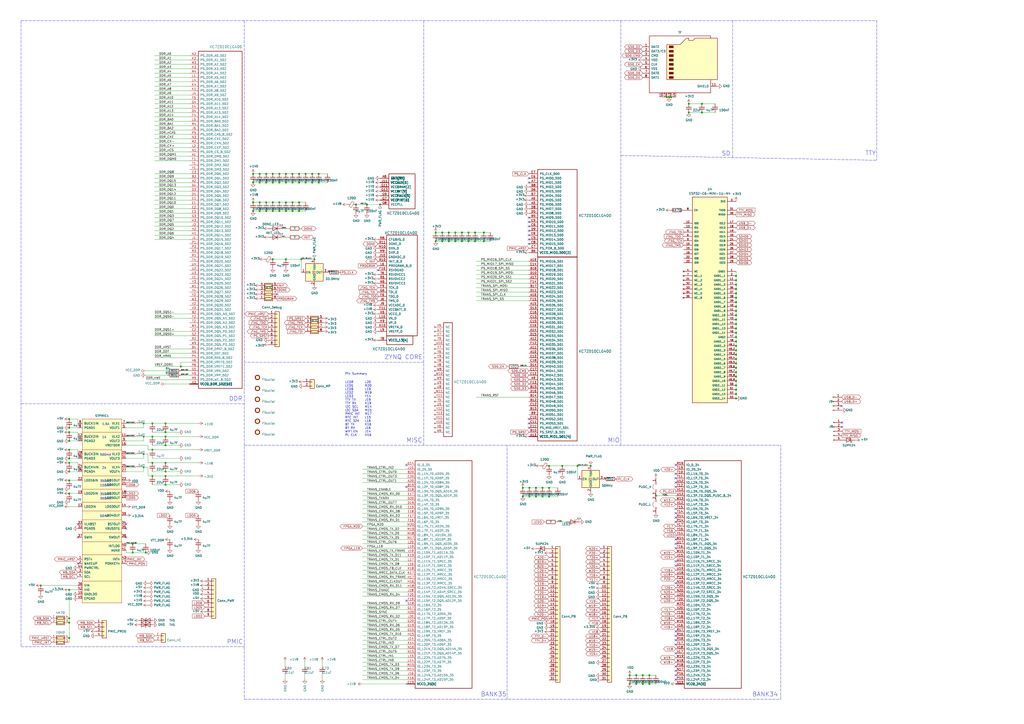
<source format=kicad_sch>
(kicad_sch (version 20231120) (generator "eeschema") (generator_version "8.0")
  (paper "A2")
  (title_block (title "Stanlazy's ZYNQ SoM") (rev "V0R1") (company "GregTech"))
  (lib_symbols
    (symbol "7z010_ddr:AD9361" (pin_names (offset 1.016))
      (property "Reference" "U3" (at 0 82.55 0))
      (property "Value" "AD9361" (at 0 78.74 0))
      (symbol "AD9361_1_1"
        (pin input line (at -35.56 -6.35 0) (length 5.08) (name "RX2A-") (number "A1"))
        (pin output line (at -35.56 52.07 0) (length 5.08) (name "TX2B+") (number "A10"))
        (pin input line (at -35.56 36.83 0) (length 5.08) (name "TX_EXT_LO_IN") (number "A12"))
        (pin input line (at -35.56 -3.81 0) (length 5.08) (name "RX2A+") (number "A2"))
        (pin input line (at -35.56 41.91 0) (length 5.08) (name "TXMON2") (number "A5"))
        (pin output line (at -35.56 57.15 0) (length 5.08) (name "TX2A-") (number "A7"))
        (pin output line (at -35.56 59.69 0) (length 5.08) (name "TX2A+") (number "A8"))
        (pin output line (at -35.56 49.53 0) (length 5.08) (name "TX2B-") (number "A9"))
        (pin output line (at -35.56 -46.99 0) (length 5.08) (name "AUXDAC1") (number "B3"))
        (pin output line (at -35.56 -62.23 0) (length 5.08) (name "GPO_3") (number "B4"))
        (pin output line (at -35.56 -59.69 0) (length 5.08) (name "GPO_2") (number "B5"))
        (pin output line (at -35.56 -57.15 0) (length 5.08) (name "GPO_1") (number "B6"))
        (pin output line (at -35.56 -54.61 0) (length 5.08) (name "GPO_0") (number "B7"))
        (pin input line (at -35.56 -21.59 0) (length 5.08) (name "RX2C-") (number "C1"))
        (pin output line (at -35.56 -49.53 0) (length 5.08) (name "AUXDAC2") (number "C3"))
        (pin input line (at 35.56 -19.05 180) (length 5.08) (name "TEST/ENABLE") (number "C4"))
        (pin input line (at 35.56 -46.99 180) (length 5.08) (name "CTRL_IN0") (number "C5"))
        (pin input line (at 35.56 -49.53 180) (length 5.08) (name "CTRL_IN1") (number "C6"))
        (pin input line (at -35.56 -19.05 0) (length 5.08) (name "RX2C+") (number "D1"))
        (pin bidirectional line (at 35.56 67.31 180) (length 5.08) (name "P0_D3/TX_D1+") (number "D10"))
        (pin bidirectional line (at 35.56 72.39 180) (length 5.08) (name "P0_D1/TX_D0+") (number "D11"))
        (pin output line (at 35.56 -57.15 180) (length 5.08) (name "CTRL_OUT0") (number "D4"))
        (pin input line (at 35.56 -54.61 180) (length 5.08) (name "CTRL_IN3") (number "D5"))
        (pin input line (at 35.56 -52.07 180) (length 5.08) (name "CTRL_IN2") (number "D6"))
        (pin bidirectional line (at 35.56 52.07 180) (length 5.08) (name "P0_D9/TX_D4+") (number "D7"))
        (pin bidirectional line (at 35.56 57.15 180) (length 5.08) (name "P0_D7/TX_D3+") (number "D8"))
        (pin bidirectional line (at 35.56 62.23 180) (length 5.08) (name "P0_D5/TX_D2+") (number "D9"))
        (pin input line (at -35.56 -11.43 0) (length 5.08) (name "RX2B+") (number "E1"))
        (pin bidirectional line (at 35.56 64.77 180) (length 5.08) (name "P0_D4/TX_D2-") (number "E10"))
        (pin bidirectional line (at 35.56 69.85 180) (length 5.08) (name "P0_D2/TX_D1-") (number "E11"))
        (pin bidirectional line (at 35.56 74.93 180) (length 5.08) (name "P0_D0/TX_D0-") (number "E12"))
        (pin output line (at 35.56 -59.69 180) (length 5.08) (name "CTRL_OUT1") (number "E4"))
        (pin output line (at 35.56 -62.23 180) (length 5.08) (name "CTRL_OUT2") (number "E5"))
        (pin output line (at 35.56 -64.77 180) (length 5.08) (name "CTRL_OUT3") (number "E6"))
        (pin bidirectional line (at 35.56 46.99 180) (length 5.08) (name "P0_D11/TX_D5+") (number "E7"))
        (pin bidirectional line (at 35.56 54.61 180) (length 5.08) (name "P0_D8/TX_D4-") (number "E8"))
        (pin bidirectional line (at 35.56 59.69 180) (length 5.08) (name "P0_D6/TX_D3-") (number "E9"))
        (pin input line (at -35.56 -13.97 0) (length 5.08) (name "RX2B-") (number "F1"))
        (pin input line (at 35.56 -6.35 180) (length 5.08) (name "FB_CLK+") (number "F10"))
        (pin output line (at 35.56 -72.39 180) (length 5.08) (name "CTRL_OUT6") (number "F4"))
        (pin output line (at 35.56 -69.85 180) (length 5.08) (name "CTRL_OUT5") (number "F5"))
        (pin output line (at 35.56 -67.31 180) (length 5.08) (name "CTRL_OUT4") (number "F6"))
        (pin bidirectional line (at 35.56 49.53 180) (length 5.08) (name "P0_D10/TX_D5-") (number "F8"))
        (pin input line (at -35.56 -29.21 0) (length 5.08) (name "RX_EXT_LO_IN") (number "G1"))
        (pin input line (at 35.56 -8.89 180) (length 5.08) (name "FB_CLK-") (number "G10"))
        (pin output line (at 35.56 -3.81 180) (length 5.08) (name "DATA_CLK+") (number "G11"))
        (pin output line (at 35.56 -74.93 180) (length 5.08) (name "CTRL_OUT7") (number "G4"))
        (pin input line (at 35.56 -29.21 180) (length 5.08) (name "EN_AGC") (number "G5"))
        (pin input line (at 35.56 -16.51 180) (length 5.08) (name "ENABLE") (number "G6"))
        (pin output line (at 35.56 6.35 180) (length 5.08) (name "RX_FRAME-") (number "G7"))
        (pin output line (at 35.56 3.81 180) (length 5.08) (name "RX_FRAME+") (number "G8"))
        (pin input line (at 35.56 41.91 180) (length 5.08) (name "TX_FRAME+") (number "G9"))
        (pin input line (at -35.56 11.43 0) (length 5.08) (name "RX1B+") (number "H1"))
        (pin output line (at 35.56 -1.27 180) (length 5.08) (name "DATA_CLK-") (number "H11"))
        (pin output line (at 35.56 -26.67 180) (length 5.08) (name "TX~{RX}") (number "H4"))
        (pin input line (at 35.56 -21.59 180) (length 5.08) (name "SYNC_IN") (number "H5"))
        (pin bidirectional line (at 35.56 8.89 180) (length 5.08) (name "P1_D11/RX_D5+") (number "H8"))
        (pin input line (at 35.56 44.45 180) (length 5.08) (name "TX_FRAME-") (number "H9"))
        (pin input line (at -35.56 8.89 0) (length 5.08) (name "RX1B-") (number "J1"))
        (pin bidirectional line (at 35.56 24.13 180) (length 5.08) (name "P1_D5/RX_D2+") (number "J10"))
        (pin bidirectional line (at 35.56 29.21 180) (length 5.08) (name "P1_D3/RX_D1+") (number "J11"))
        (pin bidirectional line (at 35.56 34.29 180) (length 5.08) (name "P1_D1/RX_D0+") (number "J12"))
        (pin input line (at 35.56 -39.37 180) (length 5.08) (name "SPI_MOSI") (number "J4"))
        (pin input line (at 35.56 -36.83 180) (length 5.08) (name "SPI_CLK") (number "J5"))
        (pin output line (at 35.56 -24.13 180) (length 5.08) (name "CLK_OUT") (number "J6"))
        (pin bidirectional line (at 35.56 11.43 180) (length 5.08) (name "P1_D10/RX_D5-") (number "J7"))
        (pin bidirectional line (at 35.56 13.97 180) (length 5.08) (name "P1_D9/RX_D4+") (number "J8"))
        (pin bidirectional line (at 35.56 19.05 180) (length 5.08) (name "P1_D7/RX_D3+") (number "J9"))
        (pin input line (at -35.56 3.81 0) (length 5.08) (name "RX1C+") (number "K1"))
        (pin bidirectional line (at 35.56 31.75 180) (length 5.08) (name "P1_D2/RX_D1-") (number "K10"))
        (pin bidirectional line (at 35.56 36.83 180) (length 5.08) (name "P1_D0/RX_D0-") (number "K11"))
        (pin input line (at 35.56 -13.97 180) (length 5.08) (name "~{RESET}") (number "K5"))
        (pin input line (at 35.56 -34.29 180) (length 5.08) (name "SPI_~{EN}") (number "K6"))
        (pin bidirectional line (at 35.56 16.51 180) (length 5.08) (name "P1_D8/RX_D4-") (number "K7"))
        (pin bidirectional line (at 35.56 21.59 180) (length 5.08) (name "P1_D6/RX_D3-") (number "K8"))
        (pin bidirectional line (at 35.56 26.67 180) (length 5.08) (name "P1_D4/RX_D2-") (number "K9"))
        (pin input line (at -35.56 1.27 0) (length 5.08) (name "RX1C-") (number "L1"))
        (pin bidirectional line (at -35.56 -74.93 0) (length 5.08) (name "RBIAS") (number "L4"))
        (pin input line (at -35.56 -44.45 0) (length 5.08) (name "AUXADC") (number "L5"))
        (pin output line (at 35.56 -41.91 180) (length 5.08) (name "SPI_MISO") (number "L6"))
        (pin input line (at -35.56 19.05 0) (length 5.08) (name "RX1A+") (number "M1"))
        (pin output line (at -35.56 64.77 0) (length 5.08) (name "TX1B-") (number "M10"))
        (pin bidirectional line (at -35.56 -67.31 0) (length 5.08) (name "XTALP") (number "M11"))
        (pin bidirectional line (at -35.56 -69.85 0) (length 5.08) (name "XTALN") (number "M12"))
        (pin input line (at -35.56 16.51 0) (length 5.08) (name "RX1A-") (number "M2"))
        (pin input line (at -35.56 44.45 0) (length 5.08) (name "TXMON1") (number "M5"))
        (pin output line (at -35.56 74.93 0) (length 5.08) (name "TX1A+") (number "M7"))
        (pin output line (at -35.56 72.39 0) (length 5.08) (name "TX1A-") (number "M8"))
        (pin output line (at -35.56 67.31 0) (length 5.08) (name "TX1B+") (number "M9"))
      )
      (symbol "AD9361_2_1"
        (pin power_in line (at -35.56 -17.78 0) (length 5.08) (name "VddA1P1_TX_VCO") (number "A11"))
        (pin no_connect line (at 35.56 58.42 180) (length 5.08) (name "NC") (number "A3"))
        (pin power_in line (at 35.56 45.72 180) (length 5.08) (name "VssA") (number "A4"))
        (pin power_in line (at 35.56 40.64 180) (length 5.08) (name "VssA") (number "A6"))
        (pin power_in line (at 35.56 38.1 180) (length 5.08) (name "VssA") (number "B1"))
        (pin power_in line (at -35.56 38.1 0) (length 5.08) (name "VddA1P3_TX_VCO_LDO") (number "B10"))
        (pin power_out line (at -35.56 -12.7 0) (length 5.08) (name "TX_VCO_LDO_OUT") (number "B11"))
        (pin power_in line (at 35.56 33.02 180) (length 5.08) (name "VssA") (number "B12"))
        (pin power_in line (at 35.56 35.56 180) (length 5.08) (name "VssA") (number "B2"))
        (pin power_in line (at -35.56 -38.1 0) (length 5.08) (name "Vdd_GPO") (number "B8"))
        (pin power_in line (at -35.56 40.64 0) (length 5.08) (name "VddA1P3_TX_LO") (number "B9"))
        (pin power_in line (at 35.56 17.78 180) (length 5.08) (name "VssA") (number "C10"))
        (pin power_in line (at 35.56 15.24 180) (length 5.08) (name "VssA") (number "C11"))
        (pin power_in line (at 35.56 12.7 180) (length 5.08) (name "VssA") (number "C12"))
        (pin power_in line (at 35.56 27.94 180) (length 5.08) (name "VssA") (number "C2"))
        (pin power_in line (at 35.56 25.4 180) (length 5.08) (name "VssA") (number "C7"))
        (pin power_in line (at 35.56 22.86 180) (length 5.08) (name "VssA") (number "C8"))
        (pin power_in line (at 35.56 20.32 180) (length 5.08) (name "VssA") (number "C9"))
        (pin power_in line (at 35.56 -40.64 180) (length 5.08) (name "VssD") (number "D12"))
        (pin power_in line (at -35.56 25.4 0) (length 5.08) (name "VddA1P3_RX_RF") (number "D2"))
        (pin power_in line (at -35.56 58.42 0) (length 5.08) (name "VddA1P3_RX_TX") (number "D3"))
        (pin power_in line (at -35.56 22.86 0) (length 5.08) (name "VddA1P3_RX_LO") (number "E2"))
        (pin power_in line (at -35.56 35.56 0) (length 5.08) (name "VddA1P3_TX_LO_BUFFER") (number "E3"))
        (pin power_in line (at 35.56 -48.26 180) (length 5.08) (name "VssD") (number "F11"))
        (pin power_in line (at -35.56 -45.72 0) (length 5.08) (name "VddD1P3_DIG") (number "F12"))
        (pin power_in line (at -35.56 20.32 0) (length 5.08) (name "VddA1P3_RX_VCO_LDO") (number "F2"))
        (pin power_in line (at 35.56 2.54 180) (length 5.08) (name "VssA") (number "F3"))
        (pin power_in line (at 35.56 -43.18 180) (length 5.08) (name "VssD") (number "F7"))
        (pin power_in line (at 35.56 -45.72 180) (length 5.08) (name "VssD") (number "F9"))
        (pin power_in line (at 35.56 -50.8 180) (length 5.08) (name "VssD") (number "G12"))
        (pin power_out line (at -35.56 0 0) (length 5.08) (name "RX_VCO_LDO_OUT") (number "G2"))
        (pin power_in line (at -35.56 -5.08 0) (length 5.08) (name "VddA1P1_RX_VCO") (number "G3"))
        (pin power_in line (at 35.56 -55.88 180) (length 5.08) (name "VssD") (number "H10"))
        (pin power_in line (at -35.56 -30.48 0) (length 5.08) (name "Vdd_INTERFACE") (number "H12"))
        (pin power_in line (at 35.56 0 180) (length 5.08) (name "VssA") (number "H2"))
        (pin power_in line (at 35.56 -2.54 180) (length 5.08) (name "VssA") (number "H3"))
        (pin power_in line (at 35.56 -5.08 180) (length 5.08) (name "VssA") (number "H6"))
        (pin power_in line (at 35.56 -53.34 180) (length 5.08) (name "VssD") (number "H7"))
        (pin power_in line (at 35.56 -7.62 180) (length 5.08) (name "VssA") (number "J2"))
        (pin power_in line (at -35.56 17.78 0) (length 5.08) (name "VddA1P3_RX_SYNTH") (number "J3"))
        (pin power_in line (at 35.56 -58.42 180) (length 5.08) (name "VssD") (number "K12"))
        (pin power_in line (at 35.56 -10.16 180) (length 5.08) (name "VssA") (number "K2"))
        (pin power_in line (at -35.56 33.02 0) (length 5.08) (name "VddA1P3_TX_SYNTH") (number "K3"))
        (pin power_in line (at -35.56 10.16 0) (length 5.08) (name "VddA1P3_BB") (number "K4"))
        (pin power_in line (at 35.56 -25.4 180) (length 5.08) (name "VssA") (number "L10"))
        (pin power_in line (at 35.56 -27.94 180) (length 5.08) (name "VssA") (number "L11"))
        (pin power_in line (at 35.56 -30.48 180) (length 5.08) (name "VssA") (number "L12"))
        (pin power_in line (at 35.56 -12.7 180) (length 5.08) (name "VssA") (number "L2"))
        (pin power_in line (at 35.56 -15.24 180) (length 5.08) (name "VssA") (number "L3"))
        (pin power_in line (at 35.56 -17.78 180) (length 5.08) (name "VssA") (number "L7"))
        (pin power_in line (at 35.56 -20.32 180) (length 5.08) (name "VssA") (number "L8"))
        (pin power_in line (at 35.56 -22.86 180) (length 5.08) (name "VssA") (number "L9"))
        (pin no_connect line (at 35.56 55.88 180) (length 5.08) (name "NC") (number "M3"))
        (pin power_in line (at 35.56 -33.02 180) (length 5.08) (name "VssA") (number "M4"))
        (pin power_in line (at 35.56 -35.56 180) (length 5.08) (name "VssA") (number "M6"))
      )
    )
    (symbol "7z010_ddr:AS4C256M16D3"
      (property "Reference" "U" (at -13.97 41.91 0))
      (property "Value" "AS4C256M16D3" (at 13.97 41.91 0))
      (symbol "AS4C256M16D3_0_1"
        (pin power_in line (at 0 43.18 270) (length 2.54) (name "VDDQ") (number "A1"))
        (pin passive line (at 0 43.18 270) (length 2.54) hide (name "VDDQ") (number "A8"))
        (pin power_in line (at -2.54 -43.18 90) (length 2.54) (name "VSS") (number "A9"))
        (pin power_in line (at 0 -43.18 90) (length 2.54) (name "VSSQ") (number "B1"))
        (pin power_in line (at -2.54 43.18 270) (length 2.54) (name "VDD") (number "B2"))
        (pin passive line (at -2.54 -43.18 90) (length 2.54) hide (name "VSS") (number "B3"))
        (pin passive line (at 0 -43.18 90) (length 2.54) hide (name "VSSQ") (number "B9"))
        (pin passive line (at 0 43.18 270) (length 2.54) hide (name "VDDQ") (number "C1"))
        (pin passive line (at 0 43.18 270) (length 2.54) hide (name "VDDQ") (number "C9"))
        (pin passive line (at 0 -43.18 90) (length 2.54) hide (name "VSSQ") (number "D1"))
        (pin passive line (at 0 43.18 270) (length 2.54) hide (name "VDDQ") (number "D2"))
        (pin passive line (at 0 -43.18 90) (length 2.54) hide (name "VSSQ") (number "D8"))
        (pin passive line (at -2.54 43.18 270) (length 2.54) hide (name "VDD") (number "D9"))
        (pin passive line (at -2.54 -43.18 90) (length 2.54) hide (name "VSS") (number "E1"))
        (pin passive line (at 0 -43.18 90) (length 2.54) hide (name "VSSQ") (number "E2"))
        (pin bidirectional line (at 17.78 38.1 180) (length 2.54) (name "DQ0") (number "E3"))
        (pin passive line (at 0 -43.18 90) (length 2.54) hide (name "VSSQ") (number "E8"))
        (pin passive line (at 0 43.18 270) (length 2.54) hide (name "VDDQ") (number "E9"))
        (pin passive line (at 0 43.18 270) (length 2.54) hide (name "VDDQ") (number "F1"))
        (pin bidirectional line (at 17.78 33.02 180) (length 2.54) (name "DQ2") (number "F2"))
        (pin bidirectional line (at 17.78 35.56 180) (length 2.54) (name "DQ1") (number "F7"))
        (pin bidirectional line (at 17.78 30.48 180) (length 2.54) (name "DQ3") (number "F8"))
        (pin passive line (at 0 -43.18 90) (length 2.54) hide (name "VSSQ") (number "F9"))
        (pin passive line (at 0 -43.18 90) (length 2.54) hide (name "VSSQ") (number "G1"))
        (pin bidirectional line (at 17.78 22.86 180) (length 2.54) (name "DQ6") (number "G2"))
        (pin passive line (at -2.54 43.18 270) (length 2.54) hide (name "VDD") (number "G7"))
        (pin passive line (at -2.54 -43.18 90) (length 2.54) hide (name "VSS") (number "G8"))
        (pin passive line (at 0 -43.18 90) (length 2.54) hide (name "VSSQ") (number "G9"))
        (pin power_in line (at 2.54 43.18 270) (length 2.54) (name "VREFDQ") (number "H1"))
        (pin passive line (at 0 43.18 270) (length 2.54) hide (name "VDDQ") (number "H2"))
        (pin bidirectional line (at 17.78 27.94 180) (length 2.54) (name "DQ4") (number "H3"))
        (pin bidirectional line (at 17.78 20.32 180) (length 2.54) (name "DQ7") (number "H7"))
        (pin bidirectional line (at 17.78 25.4 180) (length 2.54) (name "DQ5") (number "H8"))
        (pin passive line (at 0 43.18 270) (length 2.54) hide (name "VDDQ") (number "H9"))
        (pin passive line (at -2.54 -43.18 90) (length 2.54) hide (name "VSS") (number "J2"))
        (pin passive line (at -2.54 -43.18 90) (length 2.54) hide (name "VSS") (number "J8"))
        (pin passive line (at -2.54 43.18 270) (length 2.54) hide (name "VDD") (number "K2"))
        (pin passive line (at -2.54 43.18 270) (length 2.54) hide (name "VDD") (number "K8"))
        (pin input line (at -17.78 -25.4 0) (length 2.54) (name "~{CS}") (number "L2"))
        (pin input line (at -17.78 12.7 0) (length 2.54) (name "A10/AP") (number "L7"))
        (pin passive line (at -2.54 -43.18 90) (length 2.54) hide (name "VSS") (number "M1"))
        (pin passive line (at -2.54 -43.18 90) (length 2.54) hide (name "VSS") (number "M9"))
        (pin passive line (at -2.54 43.18 270) (length 2.54) hide (name "VDD") (number "N1"))
        (pin input line (at -17.78 30.48 0) (length 2.54) (name "A3") (number "N2"))
        (pin input line (at -17.78 38.1 0) (length 2.54) (name "A0") (number "N3"))
        (pin input line (at -17.78 7.62 0) (length 2.54) (name "A12/~{BC}") (number "N7"))
        (pin passive line (at -2.54 43.18 270) (length 2.54) hide (name "VDD") (number "N9"))
        (pin passive line (at -2.54 -43.18 90) (length 2.54) hide (name "VSS") (number "P1"))
        (pin input line (at -17.78 25.4 0) (length 2.54) (name "A5") (number "P2"))
        (pin input line (at -17.78 33.02 0) (length 2.54) (name "A2") (number "P3"))
        (pin input line (at -17.78 35.56 0) (length 2.54) (name "A1") (number "P7"))
        (pin input line (at -17.78 27.94 0) (length 2.54) (name "A4") (number "P8"))
        (pin passive line (at -2.54 -43.18 90) (length 2.54) hide (name "VSS") (number "P9"))
        (pin passive line (at -2.54 43.18 270) (length 2.54) hide (name "VDD") (number "R1"))
        (pin input line (at -17.78 20.32 0) (length 2.54) (name "A7") (number "R2"))
        (pin input line (at -17.78 15.24 0) (length 2.54) (name "A9") (number "R3"))
        (pin input line (at -17.78 10.16 0) (length 2.54) (name "A11") (number "R7"))
        (pin input line (at -17.78 22.86 0) (length 2.54) (name "A6") (number "R8"))
        (pin passive line (at -2.54 43.18 270) (length 2.54) hide (name "VDD") (number "R9"))
        (pin passive line (at -2.54 -43.18 90) (length 2.54) hide (name "VSS") (number "T1"))
        (pin input line (at -17.78 -22.86 0) (length 2.54) (name "~{RESET}") (number "T2"))
        (pin input line (at -17.78 5.08 0) (length 2.54) (name "A13") (number "T3"))
        (pin input line (at -17.78 2.54 0) (length 2.54) (name "A14") (number "T7"))
        (pin input line (at -17.78 17.78 0) (length 2.54) (name "A8") (number "T8"))
        (pin passive line (at -2.54 -43.18 90) (length 2.54) hide (name "VSS") (number "T9"))
      )
      (symbol "AS4C256M16D3_1_1"
        (text "DDR3" (at -3.81 3.81 0) (effects (font (size 2.1336 2.1336)) (justify left bottom)))
        (pin bidirectional line (at 17.78 5.08 180) (length 2.54) (name "DQ13") (number "A2"))
        (pin bidirectional line (at 17.78 0 180) (length 2.54) (name "DQ15") (number "A3"))
        (pin bidirectional line (at 17.78 7.62 180) (length 2.54) (name "DQ12") (number "A7"))
        (pin bidirectional line (at 17.78 -20.32 180) (length 2.54) (name "~{UDQS}") (number "B7"))
        (pin bidirectional line (at 17.78 2.54 180) (length 2.54) (name "DQ14") (number "B8"))
        (pin bidirectional line (at 17.78 10.16 180) (length 2.54) (name "DQ11") (number "C2"))
        (pin bidirectional line (at 17.78 15.24 180) (length 2.54) (name "DQ9") (number "C3"))
        (pin bidirectional line (at 17.78 -17.78 180) (length 2.54) (name "UDQS") (number "C7"))
        (pin bidirectional line (at 17.78 12.7 180) (length 2.54) (name "DQ10") (number "C8"))
        (pin input line (at 17.78 -7.62 180) (length 2.54) (name "UDM") (number "D3"))
        (pin bidirectional line (at 17.78 17.78 180) (length 2.54) (name "DQ8") (number "D7"))
        (pin input line (at 17.78 -5.08 180) (length 2.54) (name "LDM") (number "E7"))
        (pin bidirectional line (at 17.78 -12.7 180) (length 2.54) (name "LDQS") (number "F3"))
        (pin bidirectional line (at 17.78 -15.24 180) (length 2.54) (name "~{LDQS}") (number "G3"))
        (pin no_connect line (at 15.24 -27.94 180) (length 2.54) hide (name "NC") (number "J1"))
        (pin input line (at -17.78 -27.94 0) (length 2.54) (name "~{RAS}") (number "J3"))
        (pin input line (at -17.78 -12.7 0) (length 2.54) (name "CK") (number "J7"))
        (pin no_connect line (at 15.24 -30.48 180) (length 2.54) hide (name "NC") (number "J9"))
        (pin input line (at -17.78 -35.56 0) (length 2.54) (name "ODT") (number "K1"))
        (pin input line (at -17.78 -30.48 0) (length 2.54) (name "~{CAS}") (number "K3"))
        (pin input line (at -17.78 -15.24 0) (length 2.54) (name "~{CK}") (number "K7"))
        (pin input line (at -17.78 -17.78 0) (length 2.54) (name "CKE") (number "K9"))
        (pin no_connect line (at 15.24 -33.02 180) (length 2.54) hide (name "NC") (number "L1"))
        (pin input line (at -17.78 -33.02 0) (length 2.54) (name "~{WE}") (number "L3"))
        (pin input line (at 17.78 -25.4 180) (length 2.54) (name "ZQ") (number "L8"))
        (pin no_connect line (at 15.24 -35.56 180) (length 2.54) hide (name "NC") (number "L9"))
        (pin input line (at -17.78 -2.54 0) (length 2.54) (name "BA0") (number "M2"))
        (pin input line (at -17.78 -7.62 0) (length 2.54) (name "BA2") (number "M3"))
        (pin no_connect line (at 15.24 -38.1 180) (length 2.54) hide (name "NC") (number "M7"))
        (pin power_in line (at 5.08 43.18 270) (length 2.54) (name "VREFCA") (number "M8"))
        (pin input line (at -17.78 -5.08 0) (length 2.54) (name "BA1") (number "N8"))
      )
    )
    (symbol "7z010_ddr:ECS-2520MV-xxx-xx"
      (property "Reference" "X2" (at -6.35 6.35 0))
      (property "Value" "ECS-2520MV-xxx-xx" (at 5.08 -6.35 0))
      (symbol "ECS-2520MV-xxx-xx_1_1"
        (pin input line (at -10.16 0 0) (length 2.54) (name "Tri-State") (number "1"))
        (pin passive line (at 0 -7.62 90) (length 2.54) (name "GND") (number "2"))
        (pin output line (at 10.16 0 180) (length 2.54) (name "OUT") (number "3"))
        (pin power_in line (at 0 7.62 270) (length 2.54) (name "VDD") (number "4"))
      )
    )
    (symbol "7z010_ddr:VCC_1V3_TRANS_0" (power) (pin_names (offset 0))
      (property "Value" "VCC_1V3_TRANS_0" (at 0 3.81 0))
      (symbol "VCC_1V3_TRANS_0_1_1"
        (pin power_in line (at 0 0 90) (length 0) hide (name "VCC_1V3_TRANS_0") (number "1"))
      )
    )
    (symbol "7z010_ddr:VCC_1V3_TRANS_1" (power) (pin_names (offset 0))
      (property "Value" "VCC_1V3_TRANS_1" (at 0 3.81 0))
      (symbol "VCC_1V3_TRANS_1_1_1"
        (pin power_in line (at 0 0 90) (length 0) hide (name "VCC_1V3_TRANS_1") (number "1"))
      )
    )
    (symbol "7z010_ddr:VCC_DDR-power" (power) (pin_names (offset 0))
      (property "Value" "VCC_DDR-power" (at 0 3.81 0))
      (symbol "VCC_DDR-power_1_1"
        (pin power_in line (at 0 0 90) (length 0) hide (name "VCC_DDR") (number "1"))
      )
    )
    (symbol "Connector:Conn_01x04_Pin" (pin_names (offset 1.016) hide)
      (property "Reference" "J" (at 0 5.08 0))
      (property "Value" "Conn_01x04_Pin" (at 0 -7.62 0))
      (symbol "Conn_01x04_Pin_1_1"
        (pin passive line (at 5.08 2.54 180) (length 3.81) (name "Pin_1") (number "1"))
        (pin passive line (at 5.08 0 180) (length 3.81) (name "Pin_2") (number "2"))
        (pin passive line (at 5.08 -2.54 180) (length 3.81) (name "Pin_3") (number "3"))
        (pin passive line (at 5.08 -5.08 180) (length 3.81) (name "Pin_4") (number "4"))
      )
    )
    (symbol "Connector:Conn_01x05_Pin" (pin_names (offset 1.016) hide)
      (property "Reference" "J" (at 0 7.62 0))
      (property "Value" "Conn_01x05_Pin" (at 0 -7.62 0))
      (symbol "Conn_01x05_Pin_1_1"
        (pin passive line (at 5.08 5.08 180) (length 3.81) (name "Pin_1") (number "1"))
        (pin passive line (at 5.08 2.54 180) (length 3.81) (name "Pin_2") (number "2"))
        (pin passive line (at 5.08 0 180) (length 3.81) (name "Pin_3") (number "3"))
        (pin passive line (at 5.08 -2.54 180) (length 3.81) (name "Pin_4") (number "4"))
        (pin passive line (at 5.08 -5.08 180) (length 3.81) (name "Pin_5") (number "5"))
      )
    )
    (symbol "Connector:Conn_Coaxial" (pin_names (offset 1.016) hide)
      (property "Reference" "J" (at 0.254 3.048 0))
      (property "Value" "Conn_Coaxial" (at 2.921 0 90))
      (symbol "Conn_Coaxial_1_1"
        (pin passive line (at -5.08 0 0) (length 2.54) (name "In") (number "1"))
        (pin passive line (at 0 -5.08 90) (length 2.54) (name "Ext") (number "2"))
      )
    )
    (symbol "Connector:Micro_SD_Card_Det" (pin_names (offset 1.016))
      (property "Value" "TF" (at -1.27 18.4404 0))
      (symbol "Micro_SD_Card_Det_1_1"
        (pin bidirectional line (at -22.86 10.16 0) (length 3.81) (name "DAT2") (number "1"))
        (pin passive line (at 20.32 -12.7 180) (length 3.81) (name "SHIELD") (number "11"))
        (pin bidirectional line (at -22.86 7.62 0) (length 3.81) (name "DAT3/CD") (number "2"))
        (pin input line (at -22.86 5.08 0) (length 3.81) (name "CMD") (number "3"))
        (pin power_in line (at -22.86 2.54 0) (length 3.81) (name "VDD") (number "4"))
        (pin input line (at -22.86 0 0) (length 3.81) (name "CLK") (number "5"))
        (pin power_in line (at -22.86 -2.54 0) (length 3.81) (name "VSS") (number "6"))
        (pin bidirectional line (at -22.86 -5.08 0) (length 3.81) (name "DAT0") (number "7"))
        (pin bidirectional line (at -22.86 -7.62 0) (length 3.81) (name "DAT1") (number "8"))
        (pin input line (at -11.43 -19.05 90) (length 2.54) (name "") (number "G1"))
        (pin input line (at -8.89 -19.05 90) (length 2.54) (name "") (number "G2"))
        (pin input line (at -6.35 -19.05 90) (length 2.54) (name "") (number "G3"))
        (pin input line (at -3.81 -19.05 90) (length 2.54) (name "") (number "G4"))
      )
    )
    (symbol "Connector_Generic:Conn_01x01" (pin_names (offset 1.016) hide)
      (property "Reference" "J" (at 0 2.54 0))
      (property "Value" "Conn_01x01" (at 0 -2.54 0))
      (symbol "Conn_01x01_1_1"
        (pin passive line (at -5.08 0 0) (length 3.81) (name "Pin_1") (number "1"))
      )
    )
    (symbol "Connector_Generic:Conn_01x02" (pin_names (offset 1.016) hide)
      (property "Reference" "J" (at 0 2.54 0))
      (property "Value" "Conn_01x02" (at 0 -5.08 0))
      (symbol "Conn_01x02_1_1"
        (pin passive line (at -5.08 0 0) (length 3.81) (name "Pin_1") (number "1"))
        (pin passive line (at -5.08 -2.54 0) (length 3.81) (name "Pin_2") (number "2"))
      )
    )
    (symbol "Connector_Generic:Conn_01x04" (pin_names (offset 1.016) hide)
      (property "Reference" "J" (at 0 5.08 0))
      (property "Value" "Conn_01x04" (at 0 -7.62 0))
      (symbol "Conn_01x04_1_1"
        (pin passive line (at -5.08 2.54 0) (length 3.81) (name "Pin_1") (number "1"))
        (pin passive line (at -5.08 0 0) (length 3.81) (name "Pin_2") (number "2"))
        (pin passive line (at -5.08 -2.54 0) (length 3.81) (name "Pin_3") (number "3"))
        (pin passive line (at -5.08 -5.08 0) (length 3.81) (name "Pin_4") (number "4"))
      )
    )
    (symbol "Connector_Generic:Conn_01x08" (pin_names (offset 1.016) hide)
      (property "Reference" "J" (at 0 10.16 0))
      (property "Value" "Conn_01x08" (at 0 -12.7 0))
      (symbol "Conn_01x08_1_1"
        (pin passive line (at -5.08 7.62 0) (length 3.81) (name "Pin_1") (number "1"))
        (pin passive line (at -5.08 5.08 0) (length 3.81) (name "Pin_2") (number "2"))
        (pin passive line (at -5.08 2.54 0) (length 3.81) (name "Pin_3") (number "3"))
        (pin passive line (at -5.08 0 0) (length 3.81) (name "Pin_4") (number "4"))
        (pin passive line (at -5.08 -2.54 0) (length 3.81) (name "Pin_5") (number "5"))
        (pin passive line (at -5.08 -5.08 0) (length 3.81) (name "Pin_6") (number "6"))
        (pin passive line (at -5.08 -7.62 0) (length 3.81) (name "Pin_7") (number "7"))
        (pin passive line (at -5.08 -10.16 0) (length 3.81) (name "Pin_8") (number "8"))
      )
    )
    (symbol "Connector_Generic:Conn_01x09" (pin_names (offset 1.016) hide)
      (property "Reference" "J" (at 0 12.7 0))
      (property "Value" "Conn_01x09" (at 0 -12.7 0))
      (symbol "Conn_01x09_1_1"
        (pin passive line (at -5.08 10.16 0) (length 3.81) (name "Pin_1") (number "1"))
        (pin passive line (at -5.08 7.62 0) (length 3.81) (name "Pin_2") (number "2"))
        (pin passive line (at -5.08 5.08 0) (length 3.81) (name "Pin_3") (number "3"))
        (pin passive line (at -5.08 2.54 0) (length 3.81) (name "Pin_4") (number "4"))
        (pin passive line (at -5.08 0 0) (length 3.81) (name "Pin_5") (number "5"))
        (pin passive line (at -5.08 -2.54 0) (length 3.81) (name "Pin_6") (number "6"))
        (pin passive line (at -5.08 -5.08 0) (length 3.81) (name "Pin_7") (number "7"))
        (pin passive line (at -5.08 -7.62 0) (length 3.81) (name "Pin_8") (number "8"))
        (pin passive line (at -5.08 -10.16 0) (length 3.81) (name "Pin_9") (number "9"))
      )
    )
    (symbol "Connector_Generic:Conn_01x31" (pin_names (offset 1.016) hide)
      (property "Reference" "J" (at 0 40.64 0))
      (property "Value" "Conn_01x31" (at 0 -40.64 0))
      (symbol "Conn_01x31_1_1"
        (pin passive line (at -5.08 38.1 0) (length 3.81) (name "Pin_1") (number "1"))
        (pin passive line (at -5.08 15.24 0) (length 3.81) (name "Pin_10") (number "10"))
        (pin passive line (at -5.08 12.7 0) (length 3.81) (name "Pin_11") (number "11"))
        (pin passive line (at -5.08 10.16 0) (length 3.81) (name "Pin_12") (number "12"))
        (pin passive line (at -5.08 7.62 0) (length 3.81) (name "Pin_13") (number "13"))
        (pin passive line (at -5.08 5.08 0) (length 3.81) (name "Pin_14") (number "14"))
        (pin passive line (at -5.08 2.54 0) (length 3.81) (name "Pin_15") (number "15"))
        (pin passive line (at -5.08 0 0) (length 3.81) (name "Pin_16") (number "16"))
        (pin passive line (at -5.08 -2.54 0) (length 3.81) (name "Pin_17") (number "17"))
        (pin passive line (at -5.08 -5.08 0) (length 3.81) (name "Pin_18") (number "18"))
        (pin passive line (at -5.08 -7.62 0) (length 3.81) (name "Pin_19") (number "19"))
        (pin passive line (at -5.08 35.56 0) (length 3.81) (name "Pin_2") (number "2"))
        (pin passive line (at -5.08 -10.16 0) (length 3.81) (name "Pin_20") (number "20"))
        (pin passive line (at -5.08 -12.7 0) (length 3.81) (name "Pin_21") (number "21"))
        (pin passive line (at -5.08 -15.24 0) (length 3.81) (name "Pin_22") (number "22"))
        (pin passive line (at -5.08 -17.78 0) (length 3.81) (name "Pin_23") (number "23"))
        (pin passive line (at -5.08 -20.32 0) (length 3.81) (name "Pin_24") (number "24"))
        (pin passive line (at -5.08 -22.86 0) (length 3.81) (name "Pin_25") (number "25"))
        (pin passive line (at -5.08 -25.4 0) (length 3.81) (name "Pin_26") (number "26"))
        (pin passive line (at -5.08 -27.94 0) (length 3.81) (name "Pin_27") (number "27"))
        (pin passive line (at -5.08 -30.48 0) (length 3.81) (name "Pin_28") (number "28"))
        (pin passive line (at -5.08 -33.02 0) (length 3.81) (name "Pin_29") (number "29"))
        (pin passive line (at -5.08 33.02 0) (length 3.81) (name "Pin_3") (number "3"))
        (pin passive line (at -5.08 -35.56 0) (length 3.81) (name "Pin_30") (number "30"))
        (pin passive line (at -5.08 -38.1 0) (length 3.81) (name "Pin_31") (number "31"))
        (pin passive line (at -5.08 30.48 0) (length 3.81) (name "Pin_4") (number "4"))
        (pin passive line (at -5.08 27.94 0) (length 3.81) (name "Pin_5") (number "5"))
        (pin passive line (at -5.08 25.4 0) (length 3.81) (name "Pin_6") (number "6"))
        (pin passive line (at -5.08 22.86 0) (length 3.81) (name "Pin_7") (number "7"))
        (pin passive line (at -5.08 20.32 0) (length 3.81) (name "Pin_8") (number "8"))
        (pin passive line (at -5.08 17.78 0) (length 3.81) (name "Pin_9") (number "9"))
      )
    )
    (symbol "Device:C" (pin_numbers hide) (pin_names (offset 0.254))
      (property "Reference" "C" (at 0.635 2.54 0))
      (property "Value" "C" (at 0.635 -2.54 0))
      (symbol "C_1_1"
        (pin passive line (at 0 3.81 270) (length 2.794) (name "~") (number "1"))
        (pin passive line (at 0 -3.81 90) (length 2.794) (name "~") (number "2"))
      )
    )
    (symbol "Device:C_Small" (pin_numbers hide) (pin_names (offset 0.254) hide)
      (property "Reference" "C" (at 0.254 1.778 0))
      (property "Value" "C_Small" (at 0.254 -2.032 0))
      (symbol "C_Small_1_1"
        (pin passive line (at 0 2.54 270) (length 2.032) (name "~") (number "1"))
        (pin passive line (at 0 -2.54 90) (length 2.032) (name "~") (number "2"))
      )
    )
    (symbol "Device:D_TVS" (pin_numbers hide) (pin_names (offset 1.016) hide)
      (property "Reference" "D" (at 0 2.54 0))
      (property "Value" "D_TVS" (at 0 -2.54 0))
      (symbol "D_TVS_1_1"
        (pin passive line (at -3.81 0 0) (length 2.54) (name "A1") (number "1"))
        (pin passive line (at 3.81 0 180) (length 2.54) (name "A2") (number "2"))
      )
    )
    (symbol "Device:FerriteBead_Small" (pin_numbers hide) (pin_names (offset 0))
      (property "Reference" "FB" (at 1.905 1.27 0))
      (property "Value" "FerriteBead_Small" (at 1.905 -1.27 0))
      (symbol "FerriteBead_Small_1_1"
        (pin passive line (at 0 2.54 270) (length 1.27) (name "~") (number "1"))
        (pin passive line (at 0 -2.54 90) (length 1.27) (name "~") (number "2"))
      )
    )
    (symbol "Device:L" (pin_numbers hide) (pin_names (offset 1.016) hide)
      (property "Reference" "L" (at -1.27 0 90))
      (property "Value" "L" (at 1.905 0 90))
      (symbol "L_1_1"
        (pin passive line (at 0 3.81 270) (length 1.27) (name "1") (number "1"))
        (pin passive line (at 0 -3.81 90) (length 1.27) (name "2") (number "2"))
      )
    )
    (symbol "Device:LED" (pin_numbers hide) (pin_names (offset 1.016) hide)
      (property "Reference" "D" (at 0 2.54 0))
      (property "Value" "LED" (at 0 -2.54 0))
      (symbol "LED_1_1"
        (pin passive line (at -3.81 0 0) (length 2.54) (name "K") (number "1"))
        (pin passive line (at 3.81 0 180) (length 2.54) (name "A") (number "2"))
      )
    )
    (symbol "Device:L_Small" (pin_numbers hide) (pin_names (offset 0.254) hide)
      (property "Reference" "L" (at 0.762 1.016 0))
      (property "Value" "L_Small" (at 0.762 -1.016 0))
      (symbol "L_Small_1_1"
        (pin passive line (at 0 2.54 270) (length 0.508) (name "~") (number "1"))
        (pin passive line (at 0 -2.54 90) (length 0.508) (name "~") (number "2"))
      )
    )
    (symbol "Device:R" (pin_numbers hide) (pin_names (offset 0))
      (property "Reference" "R" (at 2.032 0 90))
      (property "Value" "R" (at 0 0 90))
      (symbol "R_1_1"
        (pin passive line (at 0 3.81 270) (length 1.27) (name "~") (number "1"))
        (pin passive line (at 0 -3.81 90) (length 1.27) (name "~") (number "2"))
      )
    )
    (symbol "Device:R_Pack02" (pin_names (offset 0) hide)
      (property "Reference" "RN" (at -5.08 0 90))
      (property "Value" "R_Pack02" (at 2.54 0 90))
      (symbol "R_Pack02_1_1"
        (pin passive line (at -2.54 -5.08 90) (length 2.54) (name "R1.1") (number "1"))
        (pin passive line (at 0 -5.08 90) (length 2.54) (name "R2.1") (number "2"))
        (pin passive line (at 0 5.08 270) (length 2.54) (name "R2.2") (number "3"))
        (pin passive line (at -2.54 5.08 270) (length 2.54) (name "R1.2") (number "4"))
      )
    )
    (symbol "Device:R_Pack04" (pin_names (offset 0) hide)
      (property "Reference" "RN" (at -7.62 0 90))
      (property "Value" "R_Pack04" (at 5.08 0 90))
      (symbol "R_Pack04_1_1"
        (pin passive line (at -5.08 -5.08 90) (length 2.54) (name "R1.1") (number "1"))
        (pin passive line (at -2.54 -5.08 90) (length 2.54) (name "R2.1") (number "2"))
        (pin passive line (at 0 -5.08 90) (length 2.54) (name "R3.1") (number "3"))
        (pin passive line (at 2.54 -5.08 90) (length 2.54) (name "R4.1") (number "4"))
        (pin passive line (at 2.54 5.08 270) (length 2.54) (name "R4.2") (number "5"))
        (pin passive line (at 0 5.08 270) (length 2.54) (name "R3.2") (number "6"))
        (pin passive line (at -2.54 5.08 270) (length 2.54) (name "R2.2") (number "7"))
        (pin passive line (at -5.08 5.08 270) (length 2.54) (name "R1.2") (number "8"))
      )
    )
    (symbol "Diode:MBR0520" (pin_numbers hide) (pin_names (offset 1.016) hide)
      (property "Reference" "D1" (at -0.0405 -2.7558 0))
      (property "Value" "SUPK24" (at -0.0405 2.8911 0))
      (symbol "MBR0520_1_1"
        (pin passive line (at -3.81 0 0) (length 2.54) (name "K") (number "1"))
        (pin passive line (at 3.81 0 180) (length 2.54) (name "A") (number "2"))
      )
    )
    (symbol "Filter:0850BM14E0016"
      (property "Reference" "FL" (at -6.35 -6.35 0))
      (property "Value" "0850BM14E0016" (at 0 6.35 0))
      (symbol "0850BM14E0016_0_0"
        (pin passive line (at 10.16 2.54 180) (length 2.54) (name "UBP") (number "1"))
        (pin passive line (at -10.16 -2.54 0) (length 2.54) (name "RX/TX") (number "2"))
        (pin passive line (at -10.16 0 0) (length 2.54) (name "RF_N") (number "3"))
        (pin passive line (at -10.16 2.54 0) (length 2.54) (name "RF_P") (number "4"))
        (pin power_in line (at 2.54 -7.62 90) (length 2.54) (name "GND") (number "5"))
        (pin passive line (at 2.54 -7.62 90) (length 2.54) hide (name "GND") (number "6"))
      )
    )
    (symbol "Jumper:Jumper_2_Open" (pin_names (offset 0) hide)
      (property "Reference" "JP" (at 0 2.794 0))
      (property "Value" "Jumper_2_Open" (at 0 -2.286 0))
      (symbol "Jumper_2_Open_1_1"
        (pin passive line (at -5.08 0 0) (length 2.54) (name "A") (number "1"))
        (pin passive line (at 5.08 0 180) (length 2.54) (name "B") (number "2"))
      )
    )
    (symbol "Mechanical:Fiducial"
      (property "Reference" "FID" (at 0 5.08 0))
      (property "Value" "Fiducial" (at 0 3.175 0))
    )
    (symbol "Oscillator:TXC-7C" (pin_names (offset 0.254))
      (property "Reference" "X" (at -5.08 6.35 0))
      (property "Value" "TXC-7C" (at 1.27 -6.35 0))
      (symbol "TXC-7C_1_1"
        (pin input line (at -7.62 0 0) (length 2.54) (name "EN") (number "1"))
        (pin power_in line (at 0 -7.62 90) (length 2.54) (name "GND") (number "2"))
        (pin output line (at 7.62 0 180) (length 2.54) (name "OUT") (number "3"))
        (pin power_in line (at 0 7.62 270) (length 2.54) (name "Vdd") (number "4"))
      )
    )
    (symbol "Personal:ESP32-C6-MINI-1U-N4" (pin_names (offset 1.016))
      (property "Reference" "U" (at -10.16 23.622 0))
      (property "Value" "ESP32-C6-MINI-1U-N4" (at -10.16 -99.06 0))
      (symbol "ESP32-C6-MINI-1U-N4_0_0"
        (pin power_in line (at 15.24 -20.32 180) (length 5.08) (name "GND1") (number "1"))
        (pin bidirectional line (at -15.24 -5.08 0) (length 5.08) (name "IO5") (number "10"))
        (pin power_in line (at 15.24 -25.4 180) (length 5.08) (name "GND1__2") (number "11"))
        (pin bidirectional line (at -15.24 7.62 0) (length 5.08) (name "IO0") (number "12"))
        (pin bidirectional line (at -15.24 5.08 0) (length 5.08) (name "IO1") (number "13"))
        (pin power_in line (at 15.24 -27.94 180) (length 5.08) (name "GND1__3") (number "14"))
        (pin bidirectional line (at -15.24 -7.62 0) (length 5.08) (name "IO6") (number "15"))
        (pin bidirectional line (at -15.24 -10.16 0) (length 5.08) (name "IO7") (number "16"))
        (pin bidirectional line (at 15.24 7.62 180) (length 5.08) (name "IO12") (number "17"))
        (pin bidirectional line (at 15.24 5.08 180) (length 5.08) (name "IO13") (number "18"))
        (pin bidirectional line (at 15.24 2.54 180) (length 5.08) (name "IO14") (number "19"))
        (pin power_in line (at 15.24 -22.86 180) (length 5.08) (name "GND1__1") (number "2"))
        (pin bidirectional line (at 15.24 0 180) (length 5.08) (name "IO15") (number "20"))
        (pin no_connect line (at -15.24 -25.4 0) (length 5.08) (name "NC__2") (number "21"))
        (pin bidirectional line (at -15.24 -12.7 0) (length 5.08) (name "IO8") (number "22"))
        (pin bidirectional line (at -15.24 -15.24 0) (length 5.08) (name "IO9") (number "23"))
        (pin bidirectional line (at 15.24 -2.54 180) (length 5.08) (name "IO18") (number "24"))
        (pin bidirectional line (at 15.24 -5.08 180) (length 5.08) (name "IO19") (number "25"))
        (pin bidirectional line (at 15.24 -7.62 180) (length 5.08) (name "IO20") (number "26"))
        (pin bidirectional line (at 15.24 -10.16 180) (length 5.08) (name "IO21") (number "27"))
        (pin bidirectional line (at 15.24 -12.7 180) (length 5.08) (name "IO22") (number "28"))
        (pin bidirectional line (at 15.24 -15.24 180) (length 5.08) (name "IO23") (number "29"))
        (pin power_in line (at 15.24 20.32 180) (length 5.08) (name "3V3") (number "3"))
        (pin bidirectional line (at 15.24 12.7 180) (length 5.08) (name "RXD0") (number "30"))
        (pin bidirectional line (at 15.24 15.24 180) (length 5.08) (name "TXD0") (number "31"))
        (pin no_connect line (at -15.24 -27.94 0) (length 5.08) (name "NC__3") (number "32"))
        (pin no_connect line (at -15.24 -30.48 0) (length 5.08) (name "NC__4") (number "33"))
        (pin no_connect line (at -15.24 -33.02 0) (length 5.08) (name "NC__5") (number "34"))
        (pin no_connect line (at -15.24 -35.56 0) (length 5.08) (name "NC__6") (number "35"))
        (pin power_in line (at 15.24 -30.48 180) (length 5.08) (name "GND1__4") (number "36"))
        (pin power_in line (at 15.24 -33.02 180) (length 5.08) (name "GND1__5") (number "37"))
        (pin power_in line (at 15.24 -35.56 180) (length 5.08) (name "GND1__6") (number "38"))
        (pin power_in line (at 15.24 -38.1 180) (length 5.08) (name "GND1__7") (number "39"))
        (pin no_connect line (at -15.24 -20.32 0) (length 5.08) (name "NC") (number "4"))
        (pin power_in line (at 15.24 -40.64 180) (length 5.08) (name "GND1__8") (number "40"))
        (pin power_in line (at 15.24 -43.18 180) (length 5.08) (name "GND1__9") (number "41"))
        (pin power_in line (at 15.24 -45.72 180) (length 5.08) (name "GND1__10") (number "42"))
        (pin power_in line (at 15.24 -48.26 180) (length 5.08) (name "GND1__11") (number "43"))
        (pin power_in line (at 15.24 -50.8 180) (length 5.08) (name "GND1__12") (number "44"))
        (pin power_in line (at 15.24 -53.34 180) (length 5.08) (name "GND1__13") (number "45"))
        (pin power_in line (at 15.24 -55.88 180) (length 5.08) (name "GND1__14") (number "46"))
        (pin power_in line (at 15.24 -58.42 180) (length 5.08) (name "GND2") (number "47"))
        (pin power_in line (at 15.24 -60.96 180) (length 5.08) (name "GND2__1") (number "48"))
        (pin power_in line (at 15.24 -63.5 180) (length 5.08) (name "GND2__2") (number "49_1"))
        (pin power_in line (at 15.24 -66.04 180) (length 5.08) (name "GND2__3") (number "49_2"))
        (pin power_in line (at 15.24 -68.58 180) (length 5.08) (name "GND2__4") (number "49_3"))
        (pin power_in line (at 15.24 -71.12 180) (length 5.08) (name "GND2__5") (number "49_4"))
        (pin power_in line (at 15.24 -73.66 180) (length 5.08) (name "GND2__6") (number "49_5"))
        (pin power_in line (at 15.24 -76.2 180) (length 5.08) (name "GND2__7") (number "49_6"))
        (pin power_in line (at 15.24 -78.74 180) (length 5.08) (name "GND2__8") (number "49_7"))
        (pin power_in line (at 15.24 -81.28 180) (length 5.08) (name "GND2__9") (number "49_8"))
        (pin power_in line (at 15.24 -83.82 180) (length 5.08) (name "GND2__10") (number "49_9"))
        (pin bidirectional line (at -15.24 2.54 0) (length 5.08) (name "IO2") (number "5"))
        (pin power_in line (at 15.24 -86.36 180) (length 5.08) (name "GND2__11") (number "50"))
        (pin power_in line (at 15.24 -88.9 180) (length 5.08) (name "GND2__12") (number "51"))
        (pin power_in line (at 15.24 -91.44 180) (length 5.08) (name "GND2__13") (number "52"))
        (pin power_in line (at 15.24 -93.98 180) (length 5.08) (name "GND2__14") (number "53"))
        (pin bidirectional line (at -15.24 0 0) (length 5.08) (name "IO3") (number "6"))
        (pin no_connect line (at -15.24 -22.86 0) (length 5.08) (name "NC__1") (number "7"))
        (pin input line (at -15.24 15.24 0) (length 5.08) (name "EN") (number "8"))
        (pin bidirectional line (at -15.24 -2.54 0) (length 5.08) (name "IO4") (number "9"))
      )
    )
    (symbol "Stanlazys:STPMIC1" (pin_names (offset 1.016))
      (property "Reference" "U" (at 0 57.531 0))
      (property "Value" "STPMIC1" (at 0 55.2196 0))
      (symbol "STPMIC1_1_1"
        (pin bidirectional line (at -13.97 -27.94 0) (length 2.54) (name "RSTn") (number "1"))
        (pin power_in line (at -13.97 40.64 0) (length 2.54) (name "PGND2") (number "10"))
        (pin power_out line (at 13.97 43.18 180) (length 2.54) (name "VLX2") (number "11"))
        (pin power_in line (at -13.97 43.18 0) (length 2.54) (name "BUCK2IN") (number "12"))
        (pin power_in line (at -13.97 2.54 0) (length 2.54) (name "LDO3IN") (number "13"))
        (pin power_out line (at 13.97 2.54 180) (length 2.54) (name "LDO3OUT") (number "14"))
        (pin power_in line (at -13.97 -48.26 0) (length 2.54) (name "GNDLDO") (number "15"))
        (pin power_out line (at 13.97 38.1 180) (length 2.54) (name "VREFDDR") (number "16"))
        (pin input line (at 13.97 -30.48 180) (length 2.54) (name "PONKEYn") (number "17"))
        (pin power_out line (at 13.97 10.16 180) (length 2.54) (name "LDO2OUT") (number "18"))
        (pin power_in line (at -13.97 10.16 0) (length 2.54) (name "LDO25IN") (number "19"))
        (pin input line (at -13.97 -30.48 0) (length 2.54) (name "WAKEUP") (number "2"))
        (pin power_out line (at 13.97 7.62 180) (length 2.54) (name "LDO5OUT") (number "20"))
        (pin power_out line (at 13.97 15.24 180) (length 2.54) (name "LDO6OUT") (number "21"))
        (pin power_in line (at -13.97 17.78 0) (length 2.54) (name "LDO16IN") (number "22"))
        (pin power_out line (at 13.97 17.78 180) (length 2.54) (name "LDO1OUT") (number "23"))
        (pin power_in line (at -13.97 25.4 0) (length 2.54) (name "BUCK4IN") (number "24"))
        (pin power_out line (at 13.97 25.4 180) (length 2.54) (name "VLX4") (number "25"))
        (pin power_in line (at -13.97 22.86 0) (length 2.54) (name "PGND4") (number "26"))
        (pin input line (at 13.97 22.86 180) (length 2.54) (name "VOUT4") (number "27"))
        (pin power_in line (at -13.97 33.02 0) (length 2.54) (name "BUCK3IN") (number "28"))
        (pin power_out line (at 13.97 33.02 180) (length 2.54) (name "VLX3") (number "29"))
        (pin bidirectional line (at -13.97 -35.56 0) (length 2.54) (name "SDA") (number "3"))
        (pin power_in line (at -13.97 30.48 0) (length 2.54) (name "PGND3") (number "30"))
        (pin input line (at 13.97 30.48 180) (length 2.54) (name "VOUT3") (number "31"))
        (pin power_in line (at -13.97 -10.16 0) (length 2.54) (name "PGND5") (number "32"))
        (pin power_in line (at -13.97 -7.62 0) (length 2.54) (name "VLXBST") (number "33"))
        (pin power_out line (at 13.97 -7.62 180) (length 2.54) (name "BSTOUT") (number "34"))
        (pin power_out line (at 13.97 -10.16 180) (length 2.54) (name "VBUSOTG") (number "35"))
        (pin power_in line (at -13.97 -43.18 0) (length 2.54) (name "VIN") (number "36"))
        (pin power_in line (at -13.97 -15.24 0) (length 2.54) (name "SWIN") (number "37"))
        (pin power_out line (at 13.97 -15.24 180) (length 2.54) (name "SWOUT") (number "38"))
        (pin power_out line (at 13.97 -2.54 180) (length 2.54) (name "LDO4OUT") (number "39"))
        (pin input line (at -13.97 -38.1 0) (length 2.54) (name "SCL") (number "4"))
        (pin power_out line (at 13.97 -20.32 180) (length 2.54) (name "INTLDO") (number "40"))
        (pin power_in line (at 13.97 -22.86 180) (length 2.54) (name "AGND") (number "41"))
        (pin input line (at -13.97 -45.72 0) (length 2.54) (name "VIO") (number "42"))
        (pin output line (at 13.97 -27.94 180) (length 2.54) (name "INTn") (number "43"))
        (pin input line (at -13.97 -33.02 0) (length 2.54) (name "PWRCTRL") (number "44"))
        (pin power_in line (at -13.97 -50.8 0) (length 2.54) (name "EPGND") (number "45"))
        (pin input line (at 13.97 48.26 180) (length 2.54) (name "VOUT1") (number "5"))
        (pin power_in line (at -13.97 48.26 0) (length 2.54) (name "PGND1") (number "6"))
        (pin power_out line (at 13.97 50.8 180) (length 2.54) (name "VLX1") (number "7"))
        (pin power_in line (at -13.97 50.8 0) (length 2.54) (name "BUCK1IN") (number "8"))
        (pin input line (at 13.97 40.64 180) (length 2.54) (name "VOUT2") (number "9"))
      )
    )
    (symbol "Stanlazys:VCC_DDR" (power) (pin_names (offset 0))
      (property "Value" "VCC_DDR" (at 0 3.556 0))
      (symbol "VCC_DDR_1_1"
        (pin power_in line (at 0 0 90) (length 0) hide (name "VCC_DDR") (number "1"))
      )
    )
    (symbol "Stanlazys:VREF_DDR" (power) (pin_names (offset 0))
      (property "Value" "VREF_DDR" (at 0 3.556 0))
      (symbol "VREF_DDR_1_1"
        (pin power_in line (at 0 0 90) (length 0) hide (name "VREF_DDR") (number "1"))
      )
    )
    (symbol "Stanlazys:VTT_DDR" (power) (pin_names (offset 0))
      (property "Value" "VTT_DDR" (at 0 3.556 0))
      (symbol "VTT_DDR_1_1"
        (pin power_in line (at 0 0 90) (length 0) hide (name "VTT_DDR") (number "1"))
      )
    )
    (symbol "Stanlazys:xc7z010clg400" (pin_names (offset 1.016))
      (property "Reference" "U" (at 5.08 5.08 0))
      (property "Value" "xc7z010clg400" (at 11.43 5.08 0))
      (symbol "xc7z010clg400_1_1"
        (pin power_in line (at 0 -17.78 0) (length 5.08) (name "RSVDGND") (number "F10"))
        (pin power_in line (at 0 -40.64 0) (length 5.08) (name "VCCBATT_0") (number "F11"))
        (pin output line (at 0 -33.02 0) (length 5.08) (name "TDO_0") (number "F6"))
        (pin input line (at 0 -27.94 0) (length 5.08) (name "TCK_0") (number "F9"))
        (pin input line (at 0 -30.48 0) (length 5.08) (name "TDI_0") (number "G6"))
        (pin power_in line (at 0 -10.16 0) (length 5.08) (name "GNDADC_0") (number "J10"))
        (pin input line (at 0 -35.56 0) (length 5.08) (name "TMS_0") (number "J6"))
        (pin power_in line (at 0 -38.1 0) (length 5.08) (name "VCCADC_0") (number "J9"))
        (pin input line (at 0 -50.8 0) (length 5.08) (name "VREFN_0") (number "K10"))
        (pin power_in line (at 0 -43.18 0) (length 5.08) (name "VCCO_0") (number "K6"))
        (pin input line (at 0 -48.26 0) (length 5.08) (name "VP_0") (number "K9"))
        (pin input line (at 0 -45.72 0) (length 5.08) (name "VN_0") (number "L10"))
        (pin input line (at 0 -15.24 0) (length 5.08) (name "PROGRAM_B_0") (number "L6"))
        (pin input line (at 0 -53.34 0) (length 5.08) (name "VREFP_0") (number "L9"))
        (pin passive line (at 0 -5.08 0) (length 5.08) (name "DXN_0") (number "M10"))
        (pin input line (at 0 0 0) (length 5.08) (name "CFGBVS_0") (number "M6"))
        (pin passive line (at 0 -7.62 0) (length 5.08) (name "DXP_0") (number "M9"))
        (pin power_in line (at 0 -25.4 0) (length 5.08) (name "RSVDVCC3") (number "N6"))
        (pin input line (at 0 -12.7 0) (length 5.08) (name "INIT_B_0") (number "R10"))
        (pin output line (at 0 -2.54 0) (length 5.08) (name "DONE_0") (number "R11"))
        (pin power_in line (at 0 -22.86 0) (length 5.08) (name "RSVDVCC2") (number "R6"))
        (pin power_in line (at 0 -20.32 0) (length 5.08) (name "RSVDVCC1") (number "T6"))
      )
      (symbol "xc7z010clg400_2_1"
        (pin power_in line (at 0 0 0) (length 5.08) (name "VCCO_13[4]") (number "T8"))
        (pin power_in line (at 0 0 0) (length 5.08) (name "VCCO_13[4]") (number "U11"))
        (pin power_in line (at 0 0 0) (length 5.08) (name "VCCO_13[4]") (number "W7"))
        (pin power_in line (at 0 0 0) (length 5.08) (name "VCCO_13[4]") (number "Y10"))
      )
      (symbol "xc7z010clg400_3_1"
        (pin bidirectional line (at 0 -119.38 0) (length 5.08) (name "IO_L23P_T3_34") (number "N17"))
        (pin bidirectional line (at 0 -68.58 0) (length 5.08) (name "IO_L13P_T2_MRCC_34") (number "N18"))
        (pin power_in line (at 0 -127 0) (length 5.08) (name "VCCO_34[6]") (number "N19"))
        (pin bidirectional line (at 0 -73.66 0) (length 5.08) (name "IO_L14P_T2_SRCC_34") (number "N20"))
        (pin bidirectional line (at 0 -33.02 0) (length 5.08) (name "IO_L6P_T0_34") (number "P14"))
        (pin bidirectional line (at 0 -124.46 0) (length 5.08) (name "IO_L24P_T3_34") (number "P15"))
        (pin bidirectional line (at 0 -121.92 0) (length 5.08) (name "IO_L24N_T3_34") (number "P16"))
        (pin bidirectional line (at 0 -116.84 0) (length 5.08) (name "IO_L23N_T3_34") (number "P18"))
        (pin bidirectional line (at 0 -66.04 0) (length 5.08) (name "IO_L13N_T2_MRCC_34") (number "P19"))
        (pin bidirectional line (at 0 -71.12 0) (length 5.08) (name "IO_L14N_T2_SRCC_34") (number "P20"))
        (pin bidirectional line (at 0 -30.48 0) (length 5.08) (name "IO_L6N_T0_VREF_34") (number "R14"))
        (pin power_in line (at 0 -127 0) (length 5.08) (name "VCCO_34[6]") (number "R15"))
        (pin bidirectional line (at 0 -99.06 0) (length 5.08) (name "IO_L19P_T3_34") (number "R16"))
        (pin bidirectional line (at 0 -96.52 0) (length 5.08) (name "IO_L19N_T3_VREF_34") (number "R17"))
        (pin bidirectional line (at 0 -101.6 0) (length 5.08) (name "IO_L20N_T3_34") (number "R18"))
        (pin bidirectional line (at 0 0 0) (length 5.08) (name "IO_0_34") (number "R19"))
        (pin bidirectional line (at 0 -5.08 0) (length 5.08) (name "IO_L1N_T0_34") (number "T10"))
        (pin bidirectional line (at 0 -7.62 0) (length 5.08) (name "IO_L1P_T0_34") (number "T11"))
        (pin bidirectional line (at 0 -12.7 0) (length 5.08) (name "IO_L2P_T0_34") (number "T12"))
        (pin bidirectional line (at 0 -27.94 0) (length 5.08) (name "IO_L5P_T0_34") (number "T14"))
        (pin bidirectional line (at 0 -25.4 0) (length 5.08) (name "IO_L5N_T0_34") (number "T15"))
        (pin bidirectional line (at 0 -48.26 0) (length 5.08) (name "IO_L9P_T1_DQS_34") (number "T16"))
        (pin bidirectional line (at 0 -104.14 0) (length 5.08) (name "IO_L20P_T3_34") (number "T17"))
        (pin power_in line (at 0 -127 0) (length 5.08) (name "VCCO_34[6]") (number "T18"))
        (pin bidirectional line (at 0 -2.54 0) (length 5.08) (name "IO_25_34") (number "T19"))
        (pin bidirectional line (at 0 -78.74 0) (length 5.08) (name "IO_L15P_T2_DQS_34") (number "T20"))
        (pin bidirectional line (at 0 -10.16 0) (length 5.08) (name "IO_L2N_T0_34") (number "U12"))
        (pin bidirectional line (at 0 -17.78 0) (length 5.08) (name "IO_L3P_T0_DQS_PUDC_B_34") (number "U13"))
        (pin bidirectional line (at 0 -58.42 0) (length 5.08) (name "IO_L11P_T1_SRCC_34") (number "U14"))
        (pin bidirectional line (at 0 -55.88 0) (length 5.08) (name "IO_L11N_T1_SRCC_34") (number "U15"))
        (pin bidirectional line (at 0 -45.72 0) (length 5.08) (name "IO_L9N_T1_DQS_34") (number "U17"))
        (pin bidirectional line (at 0 -63.5 0) (length 5.08) (name "IO_L12P_T1_MRCC_34") (number "U18"))
        (pin bidirectional line (at 0 -60.96 0) (length 5.08) (name "IO_L12N_T1_MRCC_34") (number "U19"))
        (pin bidirectional line (at 0 -76.2 0) (length 5.08) (name "IO_L15N_T2_DQS_34") (number "U20"))
        (pin bidirectional line (at 0 -22.86 0) (length 5.08) (name "IO_L4P_T0_34") (number "V12"))
        (pin bidirectional line (at 0 -15.24 0) (length 5.08) (name "IO_L3N_T0_DQS_34") (number "V13"))
        (pin power_in line (at 0 -127 0) (length 5.08) (name "VCCO_34[6]") (number "V14"))
        (pin bidirectional line (at 0 -53.34 0) (length 5.08) (name "IO_L10P_T1_34") (number "V15"))
        (pin bidirectional line (at 0 -93.98 0) (length 5.08) (name "IO_L18P_T2_34") (number "V16"))
        (pin bidirectional line (at 0 -109.22 0) (length 5.08) (name "IO_L21P_T3_DQS_34") (number "V17"))
        (pin bidirectional line (at 0 -106.68 0) (length 5.08) (name "IO_L21N_T3_DQS_34") (number "V18"))
        (pin bidirectional line (at 0 -83.82 0) (length 5.08) (name "IO_L16P_T2_34") (number "V20"))
        (pin bidirectional line (at 0 -20.32 0) (length 5.08) (name "IO_L4N_T0_34") (number "W13"))
        (pin bidirectional line (at 0 -43.18 0) (length 5.08) (name "IO_L8P_T1_34") (number "W14"))
        (pin bidirectional line (at 0 -50.8 0) (length 5.08) (name "IO_L10N_T1_34") (number "W15"))
        (pin bidirectional line (at 0 -91.44 0) (length 5.08) (name "IO_L18N_T2_34") (number "W16"))
        (pin power_in line (at 0 -127 0) (length 5.08) (name "VCCO_34[6]") (number "W17"))
        (pin bidirectional line (at 0 -114.3 0) (length 5.08) (name "IO_L22P_T3_34") (number "W18"))
        (pin bidirectional line (at 0 -111.76 0) (length 5.08) (name "IO_L22N_T3_34") (number "W19"))
        (pin bidirectional line (at 0 -81.28 0) (length 5.08) (name "IO_L16N_T2_34") (number "W20"))
        (pin bidirectional line (at 0 -40.64 0) (length 5.08) (name "IO_L8N_T1_34") (number "Y14"))
        (pin bidirectional line (at 0 -38.1 0) (length 5.08) (name "IO_L7P_T1_34") (number "Y16"))
        (pin bidirectional line (at 0 -35.56 0) (length 5.08) (name "IO_L7N_T1_34") (number "Y17"))
        (pin bidirectional line (at 0 -88.9 0) (length 5.08) (name "IO_L17P_T2_34") (number "Y18"))
        (pin bidirectional line (at 0 -86.36 0) (length 5.08) (name "IO_L17N_T2_34") (number "Y19"))
        (pin power_in line (at 0 -127 0) (length 5.08) (name "VCCO_34[6]") (number "Y20"))
      )
      (symbol "xc7z010clg400_4_1"
        (pin bidirectional line (at 0 -10.16 0) (length 5.08) (name "IO_L2N_T0_AD8N_35") (number "A20"))
        (pin bidirectional line (at 0 -12.7 0) (length 5.08) (name "IO_L2P_T0_AD8P_35") (number "B19"))
        (pin bidirectional line (at 0 -5.08 0) (length 5.08) (name "IO_L1N_T0_AD0N_35") (number "B20"))
        (pin power_in line (at 0 -127 0) (length 5.08) (name "VCCO_35[6]") (number "C19"))
        (pin bidirectional line (at 0 -7.62 0) (length 5.08) (name "IO_L1P_T0_AD0P_35") (number "C20"))
        (pin bidirectional line (at 0 -15.24 0) (length 5.08) (name "IO_L3N_T0_DQS_AD1N_35") (number "D18"))
        (pin bidirectional line (at 0 -22.86 0) (length 5.08) (name "IO_L4P_T0_35") (number "D19"))
        (pin bidirectional line (at 0 -20.32 0) (length 5.08) (name "IO_L4N_T0_35") (number "D20"))
        (pin bidirectional line (at 0 -17.78 0) (length 5.08) (name "IO_L3P_T0_DQS_AD1P_35") (number "E17"))
        (pin bidirectional line (at 0 -27.94 0) (length 5.08) (name "IO_L5P_T0_AD9P_35") (number "E18"))
        (pin bidirectional line (at 0 -25.4 0) (length 5.08) (name "IO_L5N_T0_AD9N_35") (number "E19"))
        (pin bidirectional line (at 0 -33.02 0) (length 5.08) (name "IO_L6P_T0_35") (number "F16"))
        (pin bidirectional line (at 0 -30.48 0) (length 5.08) (name "IO_L6N_T0_VREF_35") (number "F17"))
        (pin power_in line (at 0 -127 0) (length 5.08) (name "VCCO_35[6]") (number "F18"))
        (pin bidirectional line (at 0 -78.74 0) (length 5.08) (name "IO_L15P_T2_DQS_AD12P_35") (number "F19"))
        (pin bidirectional line (at 0 -76.2 0) (length 5.08) (name "IO_L15N_T2_DQS_AD12N_35") (number "F20"))
        (pin bidirectional line (at 0 0 0) (length 5.08) (name "IO_0_35") (number "G14"))
        (pin bidirectional line (at 0 -96.52 0) (length 5.08) (name "IO_L19N_T3_VREF_35") (number "G15"))
        (pin bidirectional line (at 0 -83.82 0) (length 5.08) (name "IO_L16P_T2_35") (number "G17"))
        (pin bidirectional line (at 0 -81.28 0) (length 5.08) (name "IO_L16N_T2_35") (number "G18"))
        (pin bidirectional line (at 0 -93.98 0) (length 5.08) (name "IO_L18P_T2_AD13P_35") (number "G19"))
        (pin bidirectional line (at 0 -91.44 0) (length 5.08) (name "IO_L18N_T2_AD13N_35") (number "G20"))
        (pin power_in line (at 0 -127 0) (length 5.08) (name "VCCO_35[6]") (number "H14"))
        (pin bidirectional line (at 0 -99.06 0) (length 5.08) (name "IO_L19P_T3_35") (number "H15"))
        (pin bidirectional line (at 0 -68.58 0) (length 5.08) (name "IO_L13P_T2_MRCC_35") (number "H16"))
        (pin bidirectional line (at 0 -66.04 0) (length 5.08) (name "IO_L13N_T2_MRCC_35") (number "H17"))
        (pin bidirectional line (at 0 -71.12 0) (length 5.08) (name "IO_L14N_T2_AD4N_SRCC_35") (number "H18"))
        (pin bidirectional line (at 0 -86.36 0) (length 5.08) (name "IO_L17N_T2_AD5N_35") (number "H20"))
        (pin bidirectional line (at 0 -101.6 0) (length 5.08) (name "IO_L20N_T3_AD6N_35") (number "J14"))
        (pin bidirectional line (at 0 -2.54 0) (length 5.08) (name "IO_25_35") (number "J15"))
        (pin bidirectional line (at 0 -121.92 0) (length 5.08) (name "IO_L24N_T3_AD15N_35") (number "J16"))
        (pin power_in line (at 0 -127 0) (length 5.08) (name "VCCO_35[6]") (number "J17"))
        (pin bidirectional line (at 0 -73.66 0) (length 5.08) (name "IO_L14P_T2_AD4P_SRCC_35") (number "J18"))
        (pin bidirectional line (at 0 -50.8 0) (length 5.08) (name "IO_L10N_T1_AD11N_35") (number "J19"))
        (pin bidirectional line (at 0 -88.9 0) (length 5.08) (name "IO_L17P_T2_AD5P_35") (number "J20"))
        (pin bidirectional line (at 0 -104.14 0) (length 5.08) (name "IO_L20P_T3_AD6P_35") (number "K14"))
        (pin bidirectional line (at 0 -124.46 0) (length 5.08) (name "IO_L24P_T3_AD15P_35") (number "K16"))
        (pin bidirectional line (at 0 -63.5 0) (length 5.08) (name "IO_L12P_T1_MRCC_35") (number "K17"))
        (pin bidirectional line (at 0 -60.96 0) (length 5.08) (name "IO_L12N_T1_MRCC_35") (number "K18"))
        (pin bidirectional line (at 0 -53.34 0) (length 5.08) (name "IO_L10P_T1_AD11P_35") (number "K19"))
        (pin power_in line (at 0 -127 0) (length 5.08) (name "VCCO_35[6]") (number "K20"))
        (pin bidirectional line (at 0 -114.3 0) (length 5.08) (name "IO_L22P_T3_AD7P_35") (number "L14"))
        (pin bidirectional line (at 0 -111.76 0) (length 5.08) (name "IO_L22N_T3_AD7N_35") (number "L15"))
        (pin bidirectional line (at 0 -58.42 0) (length 5.08) (name "IO_L11P_T1_SRCC_35") (number "L16"))
        (pin bidirectional line (at 0 -55.88 0) (length 5.08) (name "IO_L11N_T1_SRCC_35") (number "L17"))
        (pin bidirectional line (at 0 -48.26 0) (length 5.08) (name "IO_L9P_T1_DQS_AD3P_35") (number "L19"))
        (pin bidirectional line (at 0 -45.72 0) (length 5.08) (name "IO_L9N_T1_DQS_AD3N_35") (number "L20"))
        (pin bidirectional line (at 0 -119.38 0) (length 5.08) (name "IO_L23P_T3_35") (number "M14"))
        (pin bidirectional line (at 0 -116.84 0) (length 5.08) (name "IO_L23N_T3_35") (number "M15"))
        (pin power_in line (at 0 -127 0) (length 5.08) (name "VCCO_35[6]") (number "M16"))
        (pin bidirectional line (at 0 -43.18 0) (length 5.08) (name "IO_L8P_T1_AD10P_35") (number "M17"))
        (pin bidirectional line (at 0 -40.64 0) (length 5.08) (name "IO_L8N_T1_AD10N_35") (number "M18"))
        (pin bidirectional line (at 0 -38.1 0) (length 5.08) (name "IO_L7P_T1_AD2P_35") (number "M19"))
        (pin bidirectional line (at 0 -35.56 0) (length 5.08) (name "IO_L7N_T1_AD2N_35") (number "M20"))
        (pin bidirectional line (at 0 -109.22 0) (length 5.08) (name "IO_L21P_T3_DQS_AD14P_35") (number "N15"))
        (pin bidirectional line (at 0 -106.68 0) (length 5.08) (name "IO_L21N_T3_DQS_AD14N_35") (number "N16"))
      )
      (symbol "xc7z010clg400_5_1"
        (pin bidirectional line (at 0 -17.78 0) (length 5.08) (name "PS_MIO6_500") (number "A5"))
        (pin bidirectional line (at 0 -15.24 0) (length 5.08) (name "PS_MIO5_500") (number "A6"))
        (pin bidirectional line (at 0 -5.08 0) (length 5.08) (name "PS_MIO1_500") (number "A7"))
        (pin bidirectional line (at 0 -25.4 0) (length 5.08) (name "PS_MIO9_500") (number "B5"))
        (pin power_in line (at 0 -45.72 0) (length 5.08) (name "VCCO_MIO0_500[2]") (number "B6"))
        (pin bidirectional line (at 0 -12.7 0) (length 5.08) (name "PS_MIO4_500") (number "B7"))
        (pin bidirectional line (at 0 -7.62 0) (length 5.08) (name "PS_MIO2_500") (number "B8"))
        (pin bidirectional line (at 0 -38.1 0) (length 5.08) (name "PS_MIO14_500") (number "C5"))
        (pin bidirectional line (at 0 -30.48 0) (length 5.08) (name "PS_MIO11_500") (number "C6"))
        (pin input line (at 0 -43.18 0) (length 5.08) (name "PS_POR_B_500") (number "C7"))
        (pin bidirectional line (at 0 -40.64 0) (length 5.08) (name "PS_MIO15_500") (number "C8"))
        (pin bidirectional line (at 0 -22.86 0) (length 5.08) (name "PS_MIO8_500") (number "D5"))
        (pin bidirectional line (at 0 -10.16 0) (length 5.08) (name "PS_MIO3_500") (number "D6"))
        (pin power_in line (at 0 -45.72 0) (length 5.08) (name "VCCO_MIO0_500[2]") (number "D7"))
        (pin bidirectional line (at 0 -20.32 0) (length 5.08) (name "PS_MIO7_500") (number "D8"))
        (pin bidirectional line (at 0 -33.02 0) (length 5.08) (name "PS_MIO12_500") (number "D9"))
        (pin bidirectional line (at 0 -2.54 0) (length 5.08) (name "PS_MIO0_500") (number "E6"))
        (pin input line (at 0 0 0) (length 5.08) (name "PS_CLK_500") (number "E7"))
        (pin bidirectional line (at 0 -35.56 0) (length 5.08) (name "PS_MIO13_500") (number "E8"))
        (pin bidirectional line (at 0 -27.94 0) (length 5.08) (name "PS_MIO10_500") (number "E9"))
      )
      (symbol "xc7z010clg400_6_1"
        (pin bidirectional line (at 0 -53.34 0) (length 5.08) (name "PS_MIO37_501") (number "A10"))
        (pin bidirectional line (at 0 -50.8 0) (length 5.08) (name "PS_MIO36_501") (number "A11"))
        (pin bidirectional line (at 0 -45.72 0) (length 5.08) (name "PS_MIO34_501") (number "A12"))
        (pin power_in line (at 0 -101.6 0) (length 5.08) (name "VCCO_MIO1_501[4]") (number "A13"))
        (pin bidirectional line (at 0 -40.64 0) (length 5.08) (name "PS_MIO32_501") (number "A14"))
        (pin bidirectional line (at 0 -25.4 0) (length 5.08) (name "PS_MIO26_501") (number "A15"))
        (pin bidirectional line (at 0 -20.32 0) (length 5.08) (name "PS_MIO24_501") (number "A16"))
        (pin bidirectional line (at 0 -10.16 0) (length 5.08) (name "PS_MIO20_501") (number "A17"))
        (pin bidirectional line (at 0 0 0) (length 5.08) (name "PS_MIO16_501") (number "A19"))
        (pin bidirectional line (at 0 -68.58 0) (length 5.08) (name "PS_MIO43_501") (number "A9"))
        (pin input line (at 0 -99.06 0) (length 5.08) (name "PS_SRST_B_501") (number "B10"))
        (pin bidirectional line (at 0 -81.28 0) (length 5.08) (name "PS_MIO48_501") (number "B12"))
        (pin bidirectional line (at 0 -86.36 0) (length 5.08) (name "PS_MIO50_501") (number "B13"))
        (pin bidirectional line (at 0 -78.74 0) (length 5.08) (name "PS_MIO47_501") (number "B14"))
        (pin bidirectional line (at 0 -73.66 0) (length 5.08) (name "PS_MIO45_501") (number "B15"))
        (pin power_in line (at 0 -101.6 0) (length 5.08) (name "VCCO_MIO1_501[4]") (number "B16"))
        (pin bidirectional line (at 0 -15.24 0) (length 5.08) (name "PS_MIO22_501") (number "B17"))
        (pin bidirectional line (at 0 -5.08 0) (length 5.08) (name "PS_MIO18_501") (number "B18"))
        (pin bidirectional line (at 0 -88.9 0) (length 5.08) (name "PS_MIO51_501") (number "B9"))
        (pin bidirectional line (at 0 -91.44 0) (length 5.08) (name "PS_MIO52_501") (number "C10"))
        (pin bidirectional line (at 0 -93.98 0) (length 5.08) (name "PS_MIO53_501") (number "C11"))
        (pin bidirectional line (at 0 -83.82 0) (length 5.08) (name "PS_MIO49_501") (number "C12"))
        (pin bidirectional line (at 0 -33.02 0) (length 5.08) (name "PS_MIO29_501") (number "C13"))
        (pin bidirectional line (at 0 -35.56 0) (length 5.08) (name "PS_MIO30_501") (number "C15"))
        (pin bidirectional line (at 0 -30.48 0) (length 5.08) (name "PS_MIO28_501") (number "C16"))
        (pin bidirectional line (at 0 -63.5 0) (length 5.08) (name "PS_MIO41_501") (number "C17"))
        (pin bidirectional line (at 0 -58.42 0) (length 5.08) (name "PS_MIO39_501") (number "C18"))
        (pin bidirectional line (at 0 -7.62 0) (length 5.08) (name "PS_MIO19_501") (number "D10"))
        (pin bidirectional line (at 0 -17.78 0) (length 5.08) (name "PS_MIO23_501") (number "D11"))
        (pin power_in line (at 0 -101.6 0) (length 5.08) (name "VCCO_MIO1_501[4]") (number "D12"))
        (pin bidirectional line (at 0 -27.94 0) (length 5.08) (name "PS_MIO27_501") (number "D13"))
        (pin bidirectional line (at 0 -60.96 0) (length 5.08) (name "PS_MIO40_501") (number "D14"))
        (pin bidirectional line (at 0 -43.18 0) (length 5.08) (name "PS_MIO33_501") (number "D15"))
        (pin bidirectional line (at 0 -76.2 0) (length 5.08) (name "PS_MIO46_501") (number "D16"))
        (pin power_in line (at 0 -96.52 0) (length 5.08) (name "PS_MIO_VREF_501") (number "E11"))
        (pin bidirectional line (at 0 -66.04 0) (length 5.08) (name "PS_MIO42_501") (number "E12"))
        (pin bidirectional line (at 0 -55.88 0) (length 5.08) (name "PS_MIO38_501") (number "E13"))
        (pin bidirectional line (at 0 -2.54 0) (length 5.08) (name "PS_MIO17_501") (number "E14"))
        (pin power_in line (at 0 -101.6 0) (length 5.08) (name "VCCO_MIO1_501[4]") (number "E15"))
        (pin bidirectional line (at 0 -38.1 0) (length 5.08) (name "PS_MIO31_501") (number "E16"))
        (pin bidirectional line (at 0 -48.26 0) (length 5.08) (name "PS_MIO35_501") (number "F12"))
        (pin bidirectional line (at 0 -71.12 0) (length 5.08) (name "PS_MIO44_501") (number "F13"))
        (pin bidirectional line (at 0 -12.7 0) (length 5.08) (name "PS_MIO21_501") (number "F14"))
        (pin bidirectional line (at 0 -22.86 0) (length 5.08) (name "PS_MIO25_501") (number "F15"))
      )
      (symbol "xc7z010clg400_7_1"
        (pin output line (at 0 -58.42 0) (length 5.08) (name "PS_DDR_DM0_502") (number "A1"))
        (pin bidirectional line (at 0 -73.66 0) (length 5.08) (name "PS_DDR_DQ2_502") (number "A2"))
        (pin power_in line (at 0 -190.5 0) (length 5.08) (name "VCCO_DDR_502[10]") (number "A3"))
        (pin bidirectional line (at 0 -76.2 0) (length 5.08) (name "PS_DDR_DQ3_502") (number "A4"))
        (pin bidirectional line (at 0 -149.86 0) (length 5.08) (name "PS_DDR_DQS_N0_502") (number "B2"))
        (pin bidirectional line (at 0 -71.12 0) (length 5.08) (name "PS_DDR_DQ1_502") (number "B3"))
        (pin output line (at 0 -170.18 0) (length 5.08) (name "PS_DDR_DRST_B_502") (number "B4"))
        (pin bidirectional line (at 0 -83.82 0) (length 5.08) (name "PS_DDR_DQ6_502") (number "C1"))
        (pin bidirectional line (at 0 -160.02 0) (length 5.08) (name "PS_DDR_DQS_P0_502") (number "C2"))
        (pin bidirectional line (at 0 -68.58 0) (length 5.08) (name "PS_DDR_DQ0_502") (number "C3"))
        (pin bidirectional line (at 0 -81.28 0) (length 5.08) (name "PS_DDR_DQ5_502") (number "D1"))
        (pin power_in line (at 0 -190.5 0) (length 5.08) (name "VCCO_DDR_502[10]") (number "D2"))
        (pin bidirectional line (at 0 -78.74 0) (length 5.08) (name "PS_DDR_DQ4_502") (number "D3"))
        (pin output line (at 0 -33.02 0) (length 5.08) (name "PS_DDR_A13_502") (number "D4"))
        (pin bidirectional line (at 0 -86.36 0) (length 5.08) (name "PS_DDR_DQ7_502") (number "E1"))
        (pin bidirectional line (at 0 -88.9 0) (length 5.08) (name "PS_DDR_DQ8_502") (number "E2"))
        (pin bidirectional line (at 0 -91.44 0) (length 5.08) (name "PS_DDR_DQ9_502") (number "E3"))
        (pin output line (at 0 -30.48 0) (length 5.08) (name "PS_DDR_A12_502") (number "E4"))
        (pin power_in line (at 0 -190.5 0) (length 5.08) (name "VCCO_DDR_502[10]") (number "E5"))
        (pin output line (at 0 -60.96 0) (length 5.08) (name "PS_DDR_DM1_502") (number "F1"))
        (pin bidirectional line (at 0 -152.4 0) (length 5.08) (name "PS_DDR_DQS_N1_502") (number "F2"))
        (pin output line (at 0 -35.56 0) (length 5.08) (name "PS_DDR_A14_502") (number "F4"))
        (pin output line (at 0 -25.4 0) (length 5.08) (name "PS_DDR_A10_502") (number "F5"))
        (pin power_in line (at 0 -190.5 0) (length 5.08) (name "VCCO_DDR_502[10]") (number "G1"))
        (pin bidirectional line (at 0 -162.56 0) (length 5.08) (name "PS_DDR_DQS_P1_502") (number "G2"))
        (pin bidirectional line (at 0 -93.98 0) (length 5.08) (name "PS_DDR_DQ10_502") (number "G3"))
        (pin output line (at 0 -27.94 0) (length 5.08) (name "PS_DDR_A11_502") (number "G4"))
        (pin power_out line (at 0 -182.88 0) (length 5.08) (name "PS_DDR_VRN_502") (number "G5"))
        (pin bidirectional line (at 0 -104.14 0) (length 5.08) (name "PS_DDR_DQ14_502") (number "H1"))
        (pin bidirectional line (at 0 -101.6 0) (length 5.08) (name "PS_DDR_DQ13_502") (number "H2"))
        (pin bidirectional line (at 0 -96.52 0) (length 5.08) (name "PS_DDR_DQ11_502") (number "H3"))
        (pin power_in line (at 0 -190.5 0) (length 5.08) (name "VCCO_DDR_502[10]") (number "H4"))
        (pin power_out line (at 0 -185.42 0) (length 5.08) (name "PS_DDR_VRP_502") (number "H5"))
        (pin power_in line (at 0 -177.8 0) (length 5.08) (name "PS_DDR_VREF0_502") (number "H6"))
        (pin bidirectional line (at 0 -106.68 0) (length 5.08) (name "PS_DDR_DQ15_502") (number "J1"))
        (pin bidirectional line (at 0 -99.06 0) (length 5.08) (name "PS_DDR_DQ12_502") (number "J3"))
        (pin output line (at 0 -22.86 0) (length 5.08) (name "PS_DDR_A9_502") (number "J4"))
        (pin output line (at 0 -43.18 0) (length 5.08) (name "PS_DDR_BA2_502") (number "J5"))
        (pin output line (at 0 -20.32 0) (length 5.08) (name "PS_DDR_A8_502") (number "K1"))
        (pin output line (at 0 -2.54 0) (length 5.08) (name "PS_DDR_A1_502") (number "K2"))
        (pin output line (at 0 -7.62 0) (length 5.08) (name "PS_DDR_A3_502") (number "K3"))
        (pin output line (at 0 -17.78 0) (length 5.08) (name "PS_DDR_A7_502") (number "K4"))
        (pin output line (at 0 -12.7 0) (length 5.08) (name "PS_DDR_A5_502") (number "L1"))
        (pin output line (at 0 -53.34 0) (length 5.08) (name "PS_DDR_CKP_502") (number "L2"))
        (pin power_in line (at 0 -190.5 0) (length 5.08) (name "VCCO_DDR_502[10]") (number "L3"))
        (pin output line (at 0 -15.24 0) (length 5.08) (name "PS_DDR_A6_502") (number "L4"))
        (pin output line (at 0 -38.1 0) (length 5.08) (name "PS_DDR_BA0_502") (number "L5"))
        (pin output line (at 0 -50.8 0) (length 5.08) (name "PS_DDR_CKN_502") (number "M2"))
        (pin output line (at 0 -5.08 0) (length 5.08) (name "PS_DDR_A2_502") (number "M3"))
        (pin output line (at 0 -10.16 0) (length 5.08) (name "PS_DDR_A4_502") (number "M4"))
        (pin output line (at 0 -187.96 0) (length 5.08) (name "PS_DDR_WE_B_502") (number "M5"))
        (pin output line (at 0 -55.88 0) (length 5.08) (name "PS_DDR_CS_B_502") (number "N1"))
        (pin output line (at 0 0 0) (length 5.08) (name "PS_DDR_A0_502") (number "N2"))
        (pin output line (at 0 -48.26 0) (length 5.08) (name "PS_DDR_CKE_502") (number "N3"))
        (pin output line (at 0 -172.72 0) (length 5.08) (name "PS_DDR_ODT_502") (number "N5"))
        (pin bidirectional line (at 0 -109.22 0) (length 5.08) (name "PS_DDR_DQ16_502") (number "P1"))
        (pin power_in line (at 0 -190.5 0) (length 5.08) (name "VCCO_DDR_502[10]") (number "P2"))
        (pin bidirectional line (at 0 -111.76 0) (length 5.08) (name "PS_DDR_DQ17_502") (number "P3"))
        (pin output line (at 0 -175.26 0) (length 5.08) (name "PS_DDR_RAS_B_502") (number "P4"))
        (pin output line (at 0 -45.72 0) (length 5.08) (name "PS_DDR_CAS_B_502") (number "P5"))
        (pin power_in line (at 0 -180.34 0) (length 5.08) (name "PS_DDR_VREF1_502") (number "P6"))
        (pin bidirectional line (at 0 -116.84 0) (length 5.08) (name "PS_DDR_DQ19_502") (number "R1"))
        (pin bidirectional line (at 0 -165.1 0) (length 5.08) (name "PS_DDR_DQS_P2_502") (number "R2"))
        (pin bidirectional line (at 0 -114.3 0) (length 5.08) (name "PS_DDR_DQ18_502") (number "R3"))
        (pin output line (at 0 -40.64 0) (length 5.08) (name "PS_DDR_BA1_502") (number "R4"))
        (pin power_in line (at 0 -190.5 0) (length 5.08) (name "VCCO_DDR_502[10]") (number "R5"))
        (pin output line (at 0 -63.5 0) (length 5.08) (name "PS_DDR_DM2_502") (number "T1"))
        (pin bidirectional line (at 0 -154.94 0) (length 5.08) (name "PS_DDR_DQS_N2_502") (number "T2"))
        (pin bidirectional line (at 0 -119.38 0) (length 5.08) (name "PS_DDR_DQ20_502") (number "T4"))
        (pin power_in line (at 0 -190.5 0) (length 5.08) (name "VCCO_DDR_502[10]") (number "U1"))
        (pin bidirectional line (at 0 -124.46 0) (length 5.08) (name "PS_DDR_DQ22_502") (number "U2"))
        (pin bidirectional line (at 0 -127 0) (length 5.08) (name "PS_DDR_DQ23_502") (number "U3"))
        (pin bidirectional line (at 0 -121.92 0) (length 5.08) (name "PS_DDR_DQ21_502") (number "U4"))
        (pin bidirectional line (at 0 -129.54 0) (length 5.08) (name "PS_DDR_DQ24_502") (number "V1"))
        (pin bidirectional line (at 0 -144.78 0) (length 5.08) (name "PS_DDR_DQ30_502") (number "V2"))
        (pin bidirectional line (at 0 -147.32 0) (length 5.08) (name "PS_DDR_DQ31_502") (number "V3"))
        (pin power_in line (at 0 -190.5 0) (length 5.08) (name "VCCO_DDR_502[10]") (number "V4"))
        (pin bidirectional line (at 0 -134.62 0) (length 5.08) (name "PS_DDR_DQ26_502") (number "W1"))
        (pin bidirectional line (at 0 -142.24 0) (length 5.08) (name "PS_DDR_DQ29_502") (number "W3"))
        (pin bidirectional line (at 0 -157.48 0) (length 5.08) (name "PS_DDR_DQS_N3_502") (number "W4"))
        (pin bidirectional line (at 0 -167.64 0) (length 5.08) (name "PS_DDR_DQS_P3_502") (number "W5"))
        (pin output line (at 0 -66.04 0) (length 5.08) (name "PS_DDR_DM3_502") (number "Y1"))
        (pin bidirectional line (at 0 -139.7 0) (length 5.08) (name "PS_DDR_DQ28_502") (number "Y2"))
        (pin bidirectional line (at 0 -132.08 0) (length 5.08) (name "PS_DDR_DQ25_502") (number "Y3"))
        (pin bidirectional line (at 0 -137.16 0) (length 5.08) (name "PS_DDR_DQ27_502") (number "Y4"))
      )
      (symbol "xc7z010clg400_8_1"
        (pin power_in line (at 0 0 0) (length 5.08) (name "GND[59]") (number "A18"))
        (pin power_in line (at 0 0 0) (length 5.08) (name "GND[59]") (number "A8"))
        (pin power_in line (at 0 0 0) (length 5.08) (name "GND[59]") (number "B1"))
        (pin power_in line (at 0 0 0) (length 5.08) (name "GND[59]") (number "B11"))
        (pin power_in line (at 0 0 0) (length 5.08) (name "GND[59]") (number "C14"))
        (pin power_in line (at 0 0 0) (length 5.08) (name "GND[59]") (number "C4"))
        (pin power_in line (at 0 0 0) (length 5.08) (name "GND[59]") (number "C9"))
        (pin power_in line (at 0 0 0) (length 5.08) (name "GND[59]") (number "D17"))
        (pin power_in line (at 0 0 0) (length 5.08) (name "GND[59]") (number "E10"))
        (pin power_in line (at 0 0 0) (length 5.08) (name "GND[59]") (number "E20"))
        (pin power_in line (at 0 0 0) (length 5.08) (name "GND[59]") (number "F3"))
        (pin power_in line (at 0 0 0) (length 5.08) (name "GND[59]") (number "F7"))
        (pin power_in line (at 0 -10.16 0) (length 5.08) (name "VCCPAUX[5]") (number "F8"))
        (pin power_in line (at 0 0 0) (length 5.08) (name "GND[59]") (number "G10"))
        (pin power_in line (at 0 -5.08 0) (length 5.08) (name "VCCBRAM[2]") (number "G11"))
        (pin power_in line (at 0 0 0) (length 5.08) (name "GND[59]") (number "G12"))
        (pin power_in line (at 0 -7.62 0) (length 5.08) (name "VCCINT[9]") (number "G13"))
        (pin power_in line (at 0 0 0) (length 5.08) (name "GND[59]") (number "G16"))
        (pin power_in line (at 0 -12.7 0) (length 5.08) (name "VCCPINT[6]") (number "G7"))
        (pin power_in line (at 0 -15.24 0) (length 5.08) (name "VCCPLL") (number "G8"))
        (pin power_in line (at 0 -10.16 0) (length 5.08) (name "VCCPAUX[5]") (number "G9"))
        (pin power_in line (at 0 -5.08 0) (length 5.08) (name "VCCBRAM[2]") (number "H10"))
        (pin power_in line (at 0 0 0) (length 5.08) (name "GND[59]") (number "H11"))
        (pin power_in line (at 0 -7.62 0) (length 5.08) (name "VCCINT[9]") (number "H12"))
        (pin power_in line (at 0 0 0) (length 5.08) (name "GND[59]") (number "H13"))
        (pin power_in line (at 0 0 0) (length 5.08) (name "GND[59]") (number "H19"))
        (pin power_in line (at 0 0 0) (length 5.08) (name "GND[59]") (number "H7"))
        (pin power_in line (at 0 -10.16 0) (length 5.08) (name "VCCPAUX[5]") (number "H8"))
        (pin power_in line (at 0 0 0) (length 5.08) (name "GND[59]") (number "H9"))
        (pin power_in line (at 0 -2.54 0) (length 5.08) (name "VCCAUX[6]") (number "J11"))
        (pin power_in line (at 0 0 0) (length 5.08) (name "GND[59]") (number "J12"))
        (pin power_in line (at 0 -7.62 0) (length 5.08) (name "VCCINT[9]") (number "J13"))
        (pin power_in line (at 0 0 0) (length 5.08) (name "GND[59]") (number "J2"))
        (pin power_in line (at 0 -12.7 0) (length 5.08) (name "VCCPINT[6]") (number "J7"))
        (pin power_in line (at 0 0 0) (length 5.08) (name "GND[59]") (number "J8"))
        (pin power_in line (at 0 0 0) (length 5.08) (name "GND[59]") (number "K11"))
        (pin power_in line (at 0 -7.62 0) (length 5.08) (name "VCCINT[9]") (number "K12"))
        (pin power_in line (at 0 0 0) (length 5.08) (name "GND[59]") (number "K13"))
        (pin power_in line (at 0 0 0) (length 5.08) (name "GND[59]") (number "K15"))
        (pin power_in line (at 0 0 0) (length 5.08) (name "GND[59]") (number "K5"))
        (pin power_in line (at 0 0 0) (length 5.08) (name "GND[59]") (number "K7"))
        (pin power_in line (at 0 -10.16 0) (length 5.08) (name "VCCPAUX[5]") (number "K8"))
        (pin power_in line (at 0 -2.54 0) (length 5.08) (name "VCCAUX[6]") (number "L11"))
        (pin power_in line (at 0 0 0) (length 5.08) (name "GND[59]") (number "L12"))
        (pin power_in line (at 0 -7.62 0) (length 5.08) (name "VCCINT[9]") (number "L13"))
        (pin power_in line (at 0 0 0) (length 5.08) (name "GND[59]") (number "L18"))
        (pin power_in line (at 0 -12.7 0) (length 5.08) (name "VCCPINT[6]") (number "L7"))
        (pin power_in line (at 0 0 0) (length 5.08) (name "GND[59]") (number "L8"))
        (pin power_in line (at 0 0 0) (length 5.08) (name "GND[59]") (number "M1"))
        (pin power_in line (at 0 0 0) (length 5.08) (name "GND[59]") (number "M11"))
        (pin power_in line (at 0 -7.62 0) (length 5.08) (name "VCCINT[9]") (number "M12"))
        (pin power_in line (at 0 0 0) (length 5.08) (name "GND[59]") (number "M13"))
        (pin power_in line (at 0 0 0) (length 5.08) (name "GND[59]") (number "M7"))
        (pin power_in line (at 0 -10.16 0) (length 5.08) (name "VCCPAUX[5]") (number "M8"))
        (pin power_in line (at 0 0 0) (length 5.08) (name "GND[59]") (number "N10"))
        (pin power_in line (at 0 -2.54 0) (length 5.08) (name "VCCAUX[6]") (number "N11"))
        (pin power_in line (at 0 0 0) (length 5.08) (name "GND[59]") (number "N12"))
        (pin power_in line (at 0 -7.62 0) (length 5.08) (name "VCCINT[9]") (number "N13"))
        (pin power_in line (at 0 0 0) (length 5.08) (name "GND[59]") (number "N14"))
        (pin power_in line (at 0 0 0) (length 5.08) (name "GND[59]") (number "N4"))
        (pin power_in line (at 0 -12.7 0) (length 5.08) (name "VCCPINT[6]") (number "N7"))
        (pin power_in line (at 0 0 0) (length 5.08) (name "GND[59]") (number "N8"))
        (pin power_in line (at 0 -2.54 0) (length 5.08) (name "VCCAUX[6]") (number "N9"))
        (pin power_in line (at 0 -2.54 0) (length 5.08) (name "VCCAUX[6]") (number "P10"))
        (pin power_in line (at 0 0 0) (length 5.08) (name "GND[59]") (number "P11"))
        (pin power_in line (at 0 -7.62 0) (length 5.08) (name "VCCINT[9]") (number "P12"))
        (pin power_in line (at 0 0 0) (length 5.08) (name "GND[59]") (number "P13"))
        (pin power_in line (at 0 0 0) (length 5.08) (name "GND[59]") (number "P17"))
        (pin power_in line (at 0 0 0) (length 5.08) (name "GND[59]") (number "P7"))
        (pin power_in line (at 0 -12.7 0) (length 5.08) (name "VCCPINT[6]") (number "P8"))
        (pin power_in line (at 0 0 0) (length 5.08) (name "GND[59]") (number "P9"))
        (pin power_in line (at 0 0 0) (length 5.08) (name "GND[59]") (number "R12"))
        (pin power_in line (at 0 -7.62 0) (length 5.08) (name "VCCINT[9]") (number "R13"))
        (pin power_in line (at 0 0 0) (length 5.08) (name "GND[59]") (number "R20"))
        (pin power_in line (at 0 -12.7 0) (length 5.08) (name "VCCPINT[6]") (number "R7"))
        (pin power_in line (at 0 0 0) (length 5.08) (name "GND[59]") (number "R8"))
        (pin power_in line (at 0 -2.54 0) (length 5.08) (name "VCCAUX[6]") (number "R9"))
        (pin power_in line (at 0 0 0) (length 5.08) (name "GND[59]") (number "T13"))
        (pin power_in line (at 0 0 0) (length 5.08) (name "GND[59]") (number "T3"))
        (pin power_in line (at 0 0 0) (length 5.08) (name "GND[59]") (number "T7"))
        (pin power_in line (at 0 0 0) (length 5.08) (name "GND[59]") (number "U16"))
        (pin power_in line (at 0 0 0) (length 5.08) (name "GND[59]") (number "U6"))
        (pin power_in line (at 0 0 0) (length 5.08) (name "GND[59]") (number "V19"))
        (pin power_in line (at 0 0 0) (length 5.08) (name "GND[59]") (number "V9"))
        (pin power_in line (at 0 0 0) (length 5.08) (name "GND[59]") (number "W12"))
        (pin power_in line (at 0 0 0) (length 5.08) (name "GND[59]") (number "W2"))
        (pin power_in line (at 0 0 0) (length 5.08) (name "GND[59]") (number "Y15"))
        (pin power_in line (at 0 0 0) (length 5.08) (name "GND[59]") (number "Y5"))
      )
      (symbol "xc7z010clg400_9_1"
        (pin no_connect line (at 0 -43.18 0) (length 5.08) (name "NC") (number "T5"))
        (pin no_connect line (at 0 -7.62 0) (length 5.08) (name "NC") (number "T9"))
        (pin no_connect line (at 0 -10.16 0) (length 5.08) (name "NC") (number "U10"))
        (pin no_connect line (at 0 -45.72 0) (length 5.08) (name "NC") (number "U5"))
        (pin no_connect line (at 0 -2.54 0) (length 5.08) (name "NC") (number "U7"))
        (pin no_connect line (at 0 -35.56 0) (length 5.08) (name "NC") (number "U8"))
        (pin no_connect line (at 0 -33.02 0) (length 5.08) (name "NC") (number "U9"))
        (pin no_connect line (at 0 -55.88 0) (length 5.08) (name "NC") (number "V10"))
        (pin no_connect line (at 0 -53.34 0) (length 5.08) (name "NC") (number "V11"))
        (pin no_connect line (at 0 0 0) (length 5.08) (name "NC") (number "V5"))
        (pin no_connect line (at 0 -58.42 0) (length 5.08) (name "NC") (number "V6"))
        (pin no_connect line (at 0 -5.08 0) (length 5.08) (name "NC") (number "V7"))
        (pin no_connect line (at 0 -22.86 0) (length 5.08) (name "NC") (number "V8"))
        (pin no_connect line (at 0 -27.94 0) (length 5.08) (name "NC") (number "W10"))
        (pin no_connect line (at 0 -38.1 0) (length 5.08) (name "NC") (number "W11"))
        (pin no_connect line (at 0 -60.96 0) (length 5.08) (name "NC") (number "W6"))
        (pin no_connect line (at 0 -25.4 0) (length 5.08) (name "NC") (number "W8"))
        (pin no_connect line (at 0 -30.48 0) (length 5.08) (name "NC") (number "W9"))
        (pin no_connect line (at 0 -40.64 0) (length 5.08) (name "NC") (number "Y11"))
        (pin no_connect line (at 0 -48.26 0) (length 5.08) (name "NC") (number "Y12"))
        (pin no_connect line (at 0 -50.8 0) (length 5.08) (name "NC") (number "Y13"))
        (pin no_connect line (at 0 -15.24 0) (length 5.08) (name "NC") (number "Y6"))
        (pin no_connect line (at 0 -12.7 0) (length 5.08) (name "NC") (number "Y7"))
        (pin no_connect line (at 0 -20.32 0) (length 5.08) (name "NC") (number "Y8"))
        (pin no_connect line (at 0 -17.78 0) (length 5.08) (name "NC") (number "Y9"))
      )
    )
    (symbol "power:+1V0" (power) (pin_names (offset 0))
      (property "Value" "+1V0" (at 0 3.556 0))
      (symbol "+1V0_1_1"
        (pin power_in line (at 0 0 90) (length 0) hide (name "+1V0") (number "1"))
      )
    )
    (symbol "power:+1V8" (power) (pin_names (offset 0))
      (property "Value" "+1V8" (at 0 3.556 0))
      (symbol "+1V8_1_1"
        (pin power_in line (at 0 0 90) (length 0) hide (name "+1V8") (number "1"))
      )
    )
    (symbol "power:+3.3VA" (power) (pin_names (offset 0))
      (property "Value" "+3.3VA" (at 0 3.556 0))
      (symbol "+3.3VA_1_1"
        (pin power_in line (at 0 0 90) (length 0) hide (name "+3.3VA") (number "1"))
      )
    )
    (symbol "power:+3V3" (power) (pin_names (offset 0))
      (property "Value" "+3V3" (at 0 3.556 0))
      (symbol "+3V3_1_1"
        (pin power_in line (at 0 0 90) (length 0) hide (name "+3V3") (number "1"))
      )
    )
    (symbol "power:+5V" (power) (pin_names (offset 0))
      (property "Value" "+5V" (at 0 3.556 0))
      (symbol "+5V_1_1"
        (pin power_in line (at 0 0 90) (length 0) hide (name "+5V") (number "1"))
      )
    )
    (symbol "power:GND" (power) (pin_names (offset 0))
      (property "Value" "GND" (at 0 -3.81 0))
      (symbol "GND_1_1"
        (pin power_in line (at 0 0 270) (length 0) hide (name "GND") (number "1"))
      )
    )
    (symbol "power:PWR_FLAG" (power) (pin_numbers hide) (pin_names (offset 0) hide)
      (property "Value" "PWR_FLAG" (at 0 3.81 0))
      (symbol "PWR_FLAG_0_0"
        (pin power_out line (at 0 0 90) (length 0) (name "pwr") (number "1"))
      )
    )
    (symbol "power:VDD" (power) (pin_names (offset 0))
      (property "Value" "VDD" (at 0 3.81 0))
      (symbol "VDD_1_1"
        (pin power_in line (at 0 0 90) (length 0) hide (name "VDD") (number "1"))
      )
    )
  )
  (junction (at 389.382 56.388))
  (junction (at 386.842 56.388))
  (junction (at 426.974 210.82))
  (junction (at -87.122 208.534))
  (junction (at 314.706 288.036))
  (junction (at 96.012 245.618))
  (junction (at 426.974 223.52))
  (junction (at 318.516 282.956))
  (junction (at -101.092 90.424))
  (junction (at 40.132 342.138))
  (junction (at 182.372 150.368))
  (junction (at 372.872 396.748))
  (junction (at 426.974 203.2))
  (junction (at 169.672 105.918))
  (junction (at 158.242 122.428))
  (junction (at 369.062 396.748))
  (junction (at -203.708 344.932))
  (junction (at 260.35 134.874))
  (junction (at 40.132 248.158))
  (junction (at 174.752 150.368))
  (junction (at -123.952 62.484))
  (junction (at 162.052 122.428))
  (junction (at 158.242 105.918))
  (junction (at 96.012 250.698))
  (junction (at 146.812 105.918))
  (junction (at 40.132 268.478))
  (junction (at 275.59 134.874))
  (junction (at 318.516 270.256))
  (junction (at 426.974 231.14))
  (junction (at 252.73 134.874))
  (junction (at -198.628 249.682))
  (junction (at 184.912 105.918))
  (junction (at 83.312 271.018))
  (junction (at 252.73 139.954))
  (junction (at 146.812 122.428))
  (junction (at 388.112 56.388))
  (junction (at -108.712 100.584))
  (junction (at 426.974 172.72))
  (junction (at 318.516 288.036))
  (junction (at 369.062 391.668))
  (junction (at 212.852 118.618))
  (junction (at -215.138 278.892))
  (junction (at -131.572 72.644))
  (junction (at 96.012 281.178))
  (junction (at -85.852 90.424))
  (junction (at 256.54 134.874))
  (junction (at 88.392 245.618))
  (junction (at 426.974 198.12))
  (junction (at 426.974 162.56))
  (junction (at 307.086 282.956))
  (junction (at 84.582 320.548))
  (junction (at 40.132 358.648))
  (junction (at 88.392 253.238))
  (junction (at -101.092 100.584))
  (junction (at 407.162 65.278))
  (junction (at -52.832 90.424))
  (junction (at -208.788 286.512))
  (junction (at -203.708 296.672))
  (junction (at -108.712 90.424))
  (junction (at 88.392 276.098))
  (junction (at 307.086 288.036))
  (junction (at -215.138 247.142))
  (junction (at 154.432 100.838))
  (junction (at 426.974 228.6))
  (junction (at -108.712 72.644))
  (junction (at 169.672 100.838))
  (junction (at -131.572 100.584))
  (junction (at 162.052 117.348))
  (junction (at 40.132 265.938))
  (junction (at 150.622 117.348))
  (junction (at 40.132 278.638))
  (junction (at -78.232 100.584))
  (junction (at -116.332 72.644))
  (junction (at 376.682 391.668))
  (junction (at 83.312 263.398))
  (junction (at 365.252 391.668))
  (junction (at -220.218 247.142))
  (junction (at -101.092 62.484))
  (junction (at 426.974 165.1))
  (junction (at 165.862 150.368))
  (junction (at 426.974 190.5))
  (junction (at -203.708 367.792))
  (junction (at 40.132 370.078))
  (junction (at -203.708 362.712))
  (junction (at 426.974 218.44))
  (junction (at 165.862 117.348))
  (junction (at 275.59 139.954))
  (junction (at 173.482 122.428))
  (junction (at 426.974 185.42))
  (junction (at 407.162 60.198))
  (junction (at 426.974 200.66))
  (junction (at 169.672 117.348))
  (junction (at 165.862 100.838))
  (junction (at -60.452 62.484))
  (junction (at 303.276 288.036))
  (junction (at -220.218 271.272))
  (junction (at -85.852 62.484))
  (junction (at 40.132 260.858))
  (junction (at 162.052 105.918))
  (junction (at -93.472 90.424))
  (junction (at -123.952 100.584))
  (junction (at 365.252 396.748))
  (junction (at 280.67 134.874))
  (junction (at -116.332 90.424))
  (junction (at -46.482 72.644))
  (junction (at 146.812 100.838))
  (junction (at 96.012 253.238))
  (junction (at 181.102 105.918))
  (junction (at 158.242 117.348))
  (junction (at -93.472 100.584))
  (junction (at -60.452 72.644))
  (junction (at 177.292 105.918))
  (junction (at 426.974 208.28))
  (junction (at 426.974 195.58))
  (junction (at 426.974 215.9))
  (junction (at 206.502 118.618))
  (junction (at 426.974 175.26))
  (junction (at -123.952 90.424))
  (junction (at 280.67 139.954))
  (junction (at -131.572 62.484))
  (junction (at 310.896 288.036))
  (junction (at -116.332 100.584))
  (junction (at 96.012 276.098))
  (junction (at -127.508 357.632))
  (junction (at 40.132 250.698))
  (junction (at 23.622 339.598))
  (junction (at 76.962 320.548))
  (junction (at 264.16 139.954))
  (junction (at -203.708 370.332))
  (junction (at 154.432 117.348))
  (junction (at 150.622 100.838))
  (junction (at 256.54 139.954))
  (junction (at 150.622 122.428))
  (junction (at 76.962 315.468))
  (junction (at 426.974 193.04))
  (junction (at -70.612 100.584))
  (junction (at 83.312 253.238))
  (junction (at -131.572 90.424))
  (junction (at 220.472 118.618))
  (junction (at -108.712 62.484))
  (junction (at -191.008 262.382))
  (junction (at 158.242 100.838))
  (junction (at 96.012 268.478))
  (junction (at -101.092 72.644))
  (junction (at 173.482 117.348))
  (junction (at 426.974 220.98))
  (junction (at -191.008 249.682))
  (junction (at 83.312 245.618))
  (junction (at -52.832 100.584))
  (junction (at -116.332 62.484))
  (junction (at 399.542 60.198))
  (junction (at -68.072 72.644))
  (junction (at 96.012 258.318))
  (junction (at 88.392 268.478))
  (junction (at -90.678 370.332))
  (junction (at 264.16 134.874))
  (junction (at 426.974 170.18))
  (junction (at 162.052 100.838))
  (junction (at 96.012 273.558))
  (junction (at -62.992 90.424))
  (junction (at -203.708 281.432))
  (junction (at 165.862 105.918))
  (junction (at -85.852 72.644))
  (junction (at 426.974 167.64))
  (junction (at 271.78 134.874))
  (junction (at 426.974 187.96))
  (junction (at -203.708 436.372))
  (junction (at 40.132 243.078))
  (junction (at 372.872 391.668))
  (junction (at -183.388 249.682))
  (junction (at 267.97 134.874))
  (junction (at 335.026 270.256))
  (junction (at 399.542 65.278))
  (junction (at 380.492 287.528))
  (junction (at -127.508 342.392))
  (junction (at 154.432 105.918))
  (junction (at 342.646 270.256))
  (junction (at -93.472 62.484))
  (junction (at -208.788 249.682))
  (junction (at 165.862 122.428))
  (junction (at 104.902 212.598))
  (junction (at 173.482 100.838))
  (junction (at 177.292 100.838))
  (junction (at -85.852 100.584))
  (junction (at 154.432 122.428))
  (junction (at 181.102 100.838))
  (junction (at -203.708 360.172))
  (junction (at 271.78 139.954))
  (junction (at -203.708 339.852))
  (junction (at -87.122 117.094))
  (junction (at -62.992 100.584))
  (junction (at -70.612 90.424))
  (junction (at -123.952 72.644))
  (junction (at 173.482 105.918))
  (junction (at 426.974 182.88))
  (junction (at -227.838 247.142))
  (junction (at 146.812 117.348))
  (junction (at 260.35 139.954))
  (junction (at 40.132 273.558))
  (junction (at -216.408 418.592))
  (junction (at 376.682 396.748))
  (junction (at 267.97 139.954))
  (junction (at 426.974 205.74))
  (junction (at 40.132 361.188))
  (junction (at 88.392 260.858))
  (junction (at 310.896 282.956))
  (junction (at 303.276 282.956))
  (junction (at -203.708 347.472))
  (junction (at -93.472 72.644))
  (junction (at -206.248 294.132))
  (junction (at -78.232 90.424))
  (junction (at 426.974 180.34))
  (junction (at 314.706 282.956))
  (junction (at 426.974 177.8))
  (junction (at 40.132 286.258))
  (junction (at 150.622 105.918))
  (junction (at -235.458 247.142))
  (junction (at -206.248 249.682))
  (junction (at 426.974 213.36))
  (junction (at 426.974 160.02))
  (junction (at 169.672 122.428))
  (junction (at 158.242 150.368))
  (junction (at 184.912 100.838))
  (junction (at 326.136 270.256))
  (junction (at 40.132 255.778))
  (junction (at 426.974 226.06))
  (no_connect (at 488.442 247.65))
  (no_connect (at 235.712 269.748))
  (no_connect (at 45.212 326.898))
  (no_connect (at 306.832 248.158))
  (no_connect (at 391.922 386.588))
  (no_connect (at -248.158 278.892))
  (no_connect (at 306.832 105.918))
  (no_connect (at 391.922 282.448))
  (no_connect (at 391.922 277.368))
  (no_connect (at 391.922 325.628))
  (no_connect (at 306.832 133.858))
  (no_connect (at 160.782 170.688))
  (no_connect (at 391.922 366.268))
  (no_connect (at 45.212 304.038))
  (no_connect (at 391.922 371.348))
  (no_connect (at 306.832 138.938))
  (no_connect (at 391.922 389.128))
  (no_connect (at 391.922 274.828))
  (no_connect (at 391.922 269.748))
  (no_connect (at 73.152 306.578))
  (no_connect (at 391.922 391.668))
  (no_connect (at 306.832 136.398))
  (no_connect (at 391.922 373.888))
  (no_connect (at 73.152 311.658))
  (no_connect (at 306.832 243.078))
  (no_connect (at -130.048 350.012))
  (no_connect (at 306.832 141.478))
  (no_connect (at 391.922 297.688))
  (no_connect (at 391.922 378.968))
  (no_connect (at 391.922 368.808))
  (no_connect (at 391.922 315.468))
  (no_connect (at -248.158 294.132))
  (no_connect (at 391.922 328.168))
  (no_connect (at 306.832 126.238))
  (no_connect (at -130.048 367.792))
  (no_connect (at 306.832 131.318))
  (no_connect (at 235.712 348.488))
  (no_connect (at 391.922 338.328))
  (no_connect (at 219.202 156.718))
  (no_connect (at -201.168 304.292))
  (no_connect (at 306.832 128.778))
  (no_connect (at -241.808 357.632))
  (no_connect (at -243.078 334.772))
  (no_connect (at 45.212 311.658))
  (no_connect (at 73.152 304.038))
  (no_connect (at 391.922 394.208))
  (no_connect (at -201.168 306.832))
  (no_connect (at 306.832 103.378))
  (no_connect (at 235.712 282.448))
  (no_connect (at 391.922 302.768))
  (no_connect (at 391.922 279.908))
  (no_connect (at 391.922 300.228))
  (no_connect (at 488.442 245.11))
  (no_connect (at 391.922 318.008))
  (no_connect (at 488.188 235.458))
  (no_connect (at 391.922 295.148))
  (no_connect (at 391.922 312.928))
  (no_connect (at 306.832 245.618))
  (bus_entry (at -340.868 416.052) (size 2.54 2.54))
  (bus_entry (at -343.408 336.042) (size 2.54 2.54))
  (bus_entry (at -343.408 270.002) (size 2.54 2.54))
  (bus_entry (at -343.408 333.502) (size 2.54 2.54))
  (bus_entry (at -343.408 343.662) (size 2.54 2.54))
  (bus_entry (at -343.408 257.302) (size 2.54 2.54))
  (bus_entry (at -340.868 413.512) (size 2.54 2.54))
  (bus_entry (at -343.408 254.762) (size 2.54 2.54))
  (bus_entry (at -343.408 252.222) (size 2.54 2.54))
  (bus_entry (at -343.408 292.862) (size 2.54 2.54))
  (bus_entry (at -343.408 285.242) (size 2.54 2.54))
  (bus_entry (at -343.408 351.282) (size 2.54 2.54))
  (bus_entry (at -343.408 310.642) (size 2.54 2.54))
  (bus_entry (at -343.408 290.322) (size 2.54 2.54))
  (bus_entry (at -343.408 341.122) (size 2.54 2.54))
  (bus_entry (at -343.408 275.082) (size 2.54 2.54))
  (bus_entry (at -343.408 295.402) (size 2.54 2.54))
  (bus_entry (at -343.408 353.822) (size 2.54 2.54))
  (bus_entry (at -343.408 249.682) (size 2.54 2.54))
  (bus_entry (at -343.408 346.202) (size 2.54 2.54))
  (bus_entry (at -343.408 280.162) (size 2.54 2.54))
  (bus_entry (at -343.408 262.382) (size 2.54 2.54))
  (bus_entry (at -343.408 300.482) (size 2.54 2.54))
  (bus_entry (at -343.408 348.742) (size 2.54 2.54))
  (bus_entry (at -340.868 421.132) (size 2.54 2.54))
  (bus_entry (at -343.408 313.182) (size 2.54 2.54))
  (bus_entry (at -343.408 264.922) (size 2.54 2.54))
  (bus_entry (at -343.408 297.942) (size 2.54 2.54))
  (bus_entry (at -343.408 338.582) (size 2.54 2.54))
  (bus_entry (at -343.408 272.542) (size 2.54 2.54))
  (bus_entry (at -343.408 330.962) (size 2.54 2.54))
  (bus_entry (at -343.408 287.782) (size 2.54 2.54))
  (bus_entry (at -343.408 328.422) (size 2.54 2.54))
  (bus_entry (at -343.408 308.102) (size 2.54 2.54))
  (bus_entry (at -343.408 303.022) (size 2.54 2.54))
  (bus_entry (at -343.408 267.462) (size 2.54 2.54))
  (bus_entry (at -340.868 418.592) (size 2.54 2.54))
  (bus_entry (at -343.408 277.622) (size 2.54 2.54))
  (bus_entry (at -343.408 305.562) (size 2.54 2.54))
  (bus_entry (at -343.408 325.882) (size 2.54 2.54))
  (wire (pts (xy -116.332 92.964) (xy -116.332 90.424)))
  (bus (pts (xy -343.408 254.762) (xy -343.408 252.222)))
  (wire (pts (xy -340.868 328.422) (xy -315.468 328.422)))
  (wire (pts (xy -102.362 129.794) (xy -112.776 129.794)))
  (wire (pts (xy 40.132 342.138) (xy 40.132 358.648)))
  (wire (pts (xy 40.132 358.648) (xy 40.132 361.188)))
  (wire (pts (xy -52.832 90.424) (xy -45.212 90.424)))
  (wire (pts (xy 426.974 180.34) (xy 426.974 182.88)))
  (wire (pts (xy -250.698 247.142) (xy -265.938 247.142)))
  (wire (pts (xy -130.048 395.732) (xy -104.648 395.732)))
  (wire (pts (xy 426.974 198.12) (xy 426.974 200.66)))
  (wire (pts (xy -338.328 423.672) (xy -315.468 423.672)))
  (wire (pts (xy 40.132 268.478) (xy 45.212 268.478)))
  (wire (pts (xy -340.868 320.802) (xy -315.468 320.802)))
  (wire (pts (xy -274.828 289.052) (xy -268.478 289.052)))
  (wire (pts (xy -202.438 332.232) (xy -201.168 332.232)))
  (wire (pts (xy -54.102 62.484) (xy -54.102 65.024)))
  (bus (pts (xy -343.408 264.922) (xy -343.408 262.382)))
  (polyline (pts (xy 12.192 11.938) (xy 508.762 11.938)) (stroke (width 0) (type dash)))
  (wire (pts (xy -130.048 355.092) (xy -97.028 355.092)))
  (wire (pts (xy -130.048 322.072) (xy -97.028 322.072)))
  (wire (pts (xy 210.312 310.388) (xy 235.712 310.388)))
  (wire (pts (xy 426.974 167.64) (xy 426.974 170.18)))
  (polyline (pts (xy 245.872 210.058) (xy 141.732 210.058)) (stroke (width 0) (type dash)))
  (wire (pts (xy -340.868 275.082) (xy -315.468 275.082)))
  (wire (pts (xy -64.262 132.334) (xy -66.802 132.334)))
  (wire (pts (xy 210.312 384.048) (xy 235.712 384.048)))
  (wire (pts (xy -211.328 296.672) (xy -203.708 296.672)))
  (wire (pts (xy -64.262 157.734) (xy -66.802 157.734)))
  (wire (pts (xy -68.072 62.484) (xy -60.452 62.484)))
  (wire (pts (xy -130.048 327.152) (xy -97.028 327.152)))
  (wire (pts (xy -239.268 352.552) (xy -241.808 352.552)))
  (wire (pts (xy 89.662 118.618) (xy 109.982 118.618)))
  (wire (pts (xy 260.35 139.954) (xy 264.16 139.954)))
  (wire (pts (xy -78.232 72.644) (xy -78.232 70.104)))
  (wire (pts (xy -108.712 100.584) (xy -101.092 100.584)))
  (wire (pts (xy 165.862 105.918) (xy 169.672 105.918)))
  (wire (pts (xy -130.048 385.572) (xy -97.028 385.572)))
  (wire (pts (xy 154.432 117.348) (xy 158.242 117.348)))
  (wire (pts (xy 89.662 192.278) (xy 109.982 192.278)))
  (wire (pts (xy 45.212 273.558) (xy 40.132 273.558)))
  (wire (pts (xy 210.312 338.328) (xy 235.712 338.328)))
  (wire (pts (xy 89.662 116.078) (xy 109.982 116.078)))
  (wire (pts (xy -70.612 90.424) (xy -62.992 90.424)))
  (wire (pts (xy 184.912 100.838) (xy 189.992 100.838)))
  (wire (pts (xy -340.868 371.602) (xy -315.468 371.602)))
  (wire (pts (xy -255.778 426.212) (xy -255.778 428.752)))
  (wire (pts (xy 210.312 351.028) (xy 235.712 351.028)))
  (wire (pts (xy -93.472 62.484) (xy -85.852 62.484)))
  (wire (pts (xy -183.388 249.682) (xy -183.388 252.222)))
  (wire (pts (xy -235.458 257.302) (xy -235.458 259.842)))
  (bus (pts (xy -343.408 338.582) (xy -343.408 336.042)))
  (wire (pts (xy 89.662 133.858) (xy 109.982 133.858)))
  (wire (pts (xy 210.312 315.468) (xy 235.712 315.468)))
  (bus (pts (xy -366.268 249.682) (xy -343.408 249.682)))
  (wire (pts (xy -130.048 306.832) (xy -97.028 306.832)))
  (wire (pts (xy 210.312 330.708) (xy 235.712 330.708)))
  (wire (pts (xy 210.312 356.108) (xy 235.712 356.108)))
  (wire (pts (xy -131.572 72.644) (xy -123.952 72.644)))
  (wire (pts (xy 89.662 72.898) (xy 109.982 72.898)))
  (wire (pts (xy 88.392 253.238) (xy 96.012 253.238)))
  (wire (pts (xy -216.408 350.012) (xy -201.168 350.012)))
  (wire (pts (xy -203.708 370.332) (xy -201.168 370.332)))
  (wire (pts (xy -130.048 296.672) (xy -97.028 296.672)))
  (wire (pts (xy 280.67 134.874) (xy 284.48 134.874)))
  (bus (pts (xy -343.408 270.002) (xy -343.408 267.462)))
  (wire (pts (xy -52.832 100.584) (xy -52.832 98.044)))
  (wire (pts (xy -64.262 160.274) (xy -66.802 160.274)))
  (wire (pts (xy -220.218 261.112) (xy -220.218 247.142)))
  (wire (pts (xy -116.332 90.424) (xy -108.712 90.424)))
  (wire (pts (xy 154.432 122.428) (xy 158.242 122.428)))
  (wire (pts (xy -340.868 398.272) (xy -315.468 398.272)))
  (wire (pts (xy 150.622 122.428) (xy 154.432 122.428)))
  (wire (pts (xy -202.438 327.152) (xy -202.438 329.692)))
  (wire (pts (xy -38.862 72.644) (xy -38.862 70.104)))
  (wire (pts (xy 84.582 220.218) (xy 109.982 220.218)))
  (wire (pts (xy 89.662 182.118) (xy 109.982 182.118)))
  (wire (pts (xy 210.312 391.668) (xy 235.712 391.668)))
  (wire (pts (xy -130.048 405.892) (xy -104.648 405.892)))
  (wire (pts (xy 158.242 150.368) (xy 165.862 150.368)))
  (wire (pts (xy -102.362 195.834) (xy -112.776 195.834)))
  (bus (pts (xy -343.408 341.122) (xy -343.408 338.582)))
  (wire (pts (xy -64.262 183.134) (xy -66.802 183.134)))
  (wire (pts (xy 88.392 273.558) (xy 96.012 273.558)))
  (bus (pts (xy -343.408 297.942) (xy -343.408 295.402)))
  (wire (pts (xy -203.708 337.312) (xy -203.708 339.852)))
  (wire (pts (xy 174.752 150.368) (xy 182.372 150.368)))
  (wire (pts (xy 426.974 218.44) (xy 426.974 220.98)))
  (wire (pts (xy 89.662 85.598) (xy 109.982 85.598)))
  (wire (pts (xy -60.452 62.484) (xy -60.452 65.024)))
  (wire (pts (xy -255.778 408.432) (xy -255.778 410.972)))
  (wire (pts (xy -208.788 249.682) (xy -208.788 261.112)))
  (wire (pts (xy 426.974 203.2) (xy 426.974 205.74)))
  (wire (pts (xy -127.508 342.392) (xy -127.508 357.632)))
  (wire (pts (xy -64.262 152.654) (xy -66.802 152.654)))
  (bus (pts (xy -343.408 351.282) (xy -343.408 348.742)))
  (wire (pts (xy -227.838 249.682) (xy -227.838 247.142)))
  (wire (pts (xy -203.708 370.332) (xy -203.708 436.372)))
  (wire (pts (xy -340.868 395.732) (xy -315.468 395.732)))
  (wire (pts (xy -85.852 100.584) (xy -85.852 98.044)))
  (wire (pts (xy -340.868 270.002) (xy -315.468 270.002)))
  (wire (pts (xy -52.832 92.964) (xy -52.832 90.424)))
  (wire (pts (xy -203.708 347.472) (xy -201.168 347.472)))
  (wire (pts (xy -245.618 294.132) (xy -230.378 294.132)))
  (wire (pts (xy -130.048 294.132) (xy -97.028 294.132)))
  (wire (pts (xy 326.136 270.256) (xy 335.026 270.256)))
  (wire (pts (xy 426.974 190.5) (xy 426.974 193.04)))
  (wire (pts (xy -340.868 330.962) (xy -315.468 330.962)))
  (wire (pts (xy -340.868 282.702) (xy -315.468 282.702)))
  (bus (pts (xy -343.408 310.642) (xy -343.408 308.102)))
  (wire (pts (xy 73.152 319.278) (xy 73.152 320.548)))
  (wire (pts (xy -78.232 100.584) (xy -70.612 100.584)))
  (bus (pts (xy -343.408 328.422) (xy -343.408 325.882)))
  (wire (pts (xy 88.392 281.178) (xy 96.012 281.178)))
  (wire (pts (xy 103.632 273.558) (xy 96.012 273.558)))
  (wire (pts (xy 426.974 205.74) (xy 426.974 208.28)))
  (wire (pts (xy 40.132 243.078) (xy 45.212 243.078)))
  (wire (pts (xy -208.788 249.682) (xy -211.328 249.682)))
  (wire (pts (xy -201.168 294.132) (xy -201.168 291.592)))
  (wire (pts (xy -229.108 410.972) (xy -201.168 410.972)))
  (wire (pts (xy 210.312 295.148) (xy 235.712 295.148)))
  (wire (pts (xy -203.708 339.852) (xy -203.708 344.932)))
  (wire (pts (xy 96.012 222.758) (xy 109.982 222.758)))
  (wire (pts (xy -288.798 418.592) (xy -276.098 418.592)))
  (wire (pts (xy 176.784 383.794) (xy 176.784 386.334)))
  (wire (pts (xy -220.218 247.142) (xy -215.138 247.142)))
  (wire (pts (xy 186.944 383.794) (xy 186.944 386.334)))
  (wire (pts (xy 89.662 110.998) (xy 109.982 110.998)))
  (wire (pts (xy 426.974 187.96) (xy 426.974 190.5)))
  (wire (pts (xy 73.152 263.398) (xy 78.232 263.398)))
  (wire (pts (xy -64.262 139.954) (xy -66.802 139.954)))
  (bus (pts (xy -343.408 305.562) (xy -343.408 303.022)))
  (wire (pts (xy -112.776 198.374) (xy -102.362 198.374)))
  (wire (pts (xy -340.868 295.402) (xy -315.468 295.402)))
  (wire (pts (xy -216.408 377.952) (xy -201.168 377.952)))
  (wire (pts (xy -130.048 421.132) (xy -104.648 421.132)))
  (wire (pts (xy -130.048 370.332) (xy -90.678 370.332)))
  (wire (pts (xy -301.498 419.862) (xy -301.498 422.402)))
  (wire (pts (xy -203.708 436.372) (xy -203.708 438.912)))
  (wire (pts (xy 73.152 320.548) (xy 76.962 320.548)))
  (wire (pts (xy -108.712 100.584) (xy -108.712 98.044)))
  (wire (pts (xy -206.248 249.682) (xy -206.248 261.112)))
  (wire (pts (xy -108.712 72.644) (xy -101.092 72.644)))
  (wire (pts (xy 83.312 255.778) (xy 83.312 253.238)))
  (wire (pts (xy 301.752 212.598) (xy 306.832 212.598)))
  (wire (pts (xy -340.868 379.222) (xy -315.468 379.222)))
  (wire (pts (xy 76.962 320.548) (xy 84.582 320.548)))
  (wire (pts (xy 210.312 320.548) (xy 235.712 320.548)))
  (wire (pts (xy -222.758 286.512) (xy -208.788 286.512)))
  (wire (pts (xy 165.354 383.794) (xy 165.354 386.334)))
  (wire (pts (xy -130.048 281.432) (xy -97.028 281.432)))
  (wire (pts (xy 89.662 202.438) (xy 109.982 202.438)))
  (wire (pts (xy -340.868 428.752) (xy -319.278 428.752)))
  (wire (pts (xy -340.868 305.562) (xy -315.468 305.562)))
  (wire (pts (xy -201.168 423.672) (xy -206.248 423.672)))
  (wire (pts (xy -131.572 100.584) (xy -123.952 100.584)))
  (wire (pts (xy 252.73 134.874) (xy 256.54 134.874)))
  (wire (pts (xy 165.354 393.954) (xy 165.354 391.414)))
  (wire (pts (xy -268.478 329.692) (xy -263.398 329.692)))
  (polyline (pts (xy 141.732 11.938) (xy 141.732 405.638)) (stroke (width 0) (type dash)))
  (wire (pts (xy 89.662 128.778) (xy 109.982 128.778)))
  (wire (pts (xy -130.048 332.232) (xy -97.028 332.232)))
  (wire (pts (xy -338.328 421.132) (xy -315.468 421.132)))
  (wire (pts (xy -340.868 277.622) (xy -315.468 277.622)))
  (polyline (pts (xy 245.872 11.938) (xy 245.872 258.318)) (stroke (width 0) (type dash)))
  (wire (pts (xy -338.328 418.592) (xy -315.468 418.592)))
  (wire (pts (xy 169.672 105.918) (xy 173.482 105.918)))
  (wire (pts (xy -130.048 334.772) (xy -97.028 334.772)))
  (wire (pts (xy 89.662 52.578) (xy 109.982 52.578)))
  (wire (pts (xy 210.312 318.008) (xy 235.712 318.008)))
  (wire (pts (xy -84.582 117.094) (xy -87.122 117.094)))
  (wire (pts (xy -227.838 247.142) (xy -235.458 247.142)))
  (wire (pts (xy 40.132 250.698) (xy 45.212 250.698)))
  (wire (pts (xy 210.312 371.348) (xy 235.712 371.348)))
  (wire (pts (xy -198.628 249.682) (xy -191.008 249.682)))
  (wire (pts (xy 162.052 117.348) (xy 165.862 117.348)))
  (wire (pts (xy 85.852 276.098) (xy 88.392 276.098)))
  (wire (pts (xy 318.516 282.956) (xy 323.596 282.956)))
  (wire (pts (xy 181.102 105.918) (xy 184.912 105.918)))
  (wire (pts (xy -130.048 390.652) (xy -97.028 390.652)))
  (wire (pts (xy 89.662 47.498) (xy 109.982 47.498)))
  (wire (pts (xy 256.54 134.874) (xy 260.35 134.874)))
  (wire (pts (xy 181.102 100.838) (xy 184.912 100.838)))
  (wire (pts (xy -64.262 145.034) (xy -66.802 145.034)))
  (wire (pts (xy 264.16 139.954) (xy 267.97 139.954)))
  (wire (pts (xy -191.008 262.382) (xy -198.628 262.382)))
  (wire (pts (xy 23.622 339.598) (xy 45.212 339.598)))
  (wire (pts (xy 426.974 223.52) (xy 426.974 226.06)))
  (wire (pts (xy 210.312 353.568) (xy 235.712 353.568)))
  (bus (pts (xy -343.408 346.202) (xy -343.408 343.662)))
  (wire (pts (xy 165.862 150.368) (xy 174.752 150.368)))
  (wire (pts (xy 210.312 335.788) (xy 235.712 335.788)))
  (wire (pts (xy 264.16 134.874) (xy 267.97 134.874)))
  (wire (pts (xy 176.784 393.954) (xy 176.784 391.414)))
  (wire (pts (xy 173.482 105.918) (xy 177.292 105.918)))
  (polyline (pts (xy 360.172 90.17) (xy 508.508 92.964)) (stroke (width 0) (type dash)))
  (wire (pts (xy 83.312 273.558) (xy 83.312 271.018)))
  (wire (pts (xy -116.332 100.584) (xy -116.332 98.044)))
  (wire (pts (xy 177.292 105.918) (xy 181.102 105.918)))
  (wire (pts (xy 104.902 215.138) (xy 109.982 215.138)))
  (wire (pts (xy 89.662 62.738) (xy 109.982 62.738)))
  (wire (pts (xy -70.612 92.964) (xy -70.612 90.424)))
  (wire (pts (xy 89.662 204.978) (xy 109.982 204.978)))
  (wire (pts (xy 386.842 56.388) (xy 388.112 56.388)))
  (wire (pts (xy 104.902 210.058) (xy 109.982 210.058)))
  (wire (pts (xy 276.352 151.638) (xy 306.832 151.638)))
  (bus (pts (xy -343.408 290.322) (xy -343.408 287.782)))
  (wire (pts (xy 376.682 391.668) (xy 380.492 391.668)))
  (wire (pts (xy -340.868 403.352) (xy -315.468 403.352)))
  (wire (pts (xy 85.852 271.018) (xy 85.852 276.098)))
  (wire (pts (xy 210.312 333.248) (xy 235.712 333.248)))
  (wire (pts (xy -131.572 59.944) (xy -131.572 62.484)))
  (wire (pts (xy -101.092 100.584) (xy -93.472 100.584)))
  (wire (pts (xy -206.248 249.682) (xy -198.628 249.682)))
  (wire (pts (xy 45.212 260.858) (xy 45.212 263.398)))
  (wire (pts (xy 167.132 132.588) (xy 163.322 132.588)))
  (wire (pts (xy -102.362 190.754) (xy -112.776 190.754)))
  (wire (pts (xy -340.868 257.302) (xy -315.468 257.302)))
  (wire (pts (xy 177.292 100.838) (xy 181.102 100.838)))
  (wire (pts (xy -130.048 410.972) (xy -104.648 410.972)))
  (wire (pts (xy -80.518 370.332) (xy -60.198 370.332)))
  (wire (pts (xy -201.168 344.932) (xy -203.708 344.932)))
  (wire (pts (xy -130.048 278.892) (xy -97.028 278.892)))
  (wire (pts (xy 271.78 134.874) (xy 275.59 134.874)))
  (wire (pts (xy 318.516 288.036) (xy 323.596 288.036)))
  (wire (pts (xy -78.232 100.584) (xy -78.232 98.044)))
  (wire (pts (xy -211.328 249.682) (xy -211.328 296.672)))
  (wire (pts (xy 314.706 288.036) (xy 318.516 288.036)))
  (wire (pts (xy 40.132 370.078) (xy 40.132 372.618)))
  (wire (pts (xy 426.974 208.28) (xy 426.974 210.82)))
  (wire (pts (xy -64.262 147.574) (xy -66.802 147.574)))
  (wire (pts (xy 89.662 42.418) (xy 109.982 42.418)))
  (wire (pts (xy -130.048 329.692) (xy -97.028 329.692)))
  (bus (pts (xy -343.408 275.082) (xy -343.408 272.542)))
  (wire (pts (xy 89.662 90.678) (xy 109.982 90.678)))
  (wire (pts (xy -340.868 366.522) (xy -315.468 366.522)))
  (wire (pts (xy 426.974 157.48) (xy 426.974 160.02)))
  (wire (pts (xy -68.072 39.624) (xy -73.152 39.624)))
  (wire (pts (xy -245.618 247.142) (xy -235.458 247.142)))
  (wire (pts (xy 89.662 88.138) (xy 109.982 88.138)))
  (wire (pts (xy -206.248 433.832) (xy -206.248 436.372)))
  (wire (pts (xy -102.362 139.954) (xy -112.776 139.954)))
  (wire (pts (xy -240.538 327.152) (xy -240.538 329.692)))
  (wire (pts (xy -222.882 278.892) (xy -215.138 278.892)))
  (wire (pts (xy 89.662 34.798) (xy 109.982 34.798)))
  (wire (pts (xy -130.048 314.452) (xy -97.028 314.452)))
  (wire (pts (xy -130.048 403.352) (xy -104.648 403.352)))
  (wire (pts (xy -102.362 170.434) (xy -112.776 170.434)))
  (wire (pts (xy 158.242 117.348) (xy 162.052 117.348)))
  (wire (pts (xy -240.538 334.772) (xy -225.298 334.772)))
  (wire (pts (xy -102.362 137.414) (xy -112.776 137.414)))
  (wire (pts (xy -340.868 351.282) (xy -315.468 351.282)))
  (wire (pts (xy -340.868 300.482) (xy -315.468 300.482)))
  (wire (pts (xy -340.868 346.202) (xy -315.468 346.202)))
  (wire (pts (xy 365.252 391.668) (xy 369.062 391.668)))
  (wire (pts (xy -85.852 90.424) (xy -78.232 90.424)))
  (wire (pts (xy 276.352 159.258) (xy 306.832 159.258)))
  (wire (pts (xy -108.712 62.484) (xy -108.712 65.024)))
  (wire (pts (xy 310.896 288.036) (xy 314.706 288.036)))
  (wire (pts (xy 210.312 373.888) (xy 235.712 373.888)))
  (wire (pts (xy -130.048 372.872) (xy -97.028 372.872)))
  (wire (pts (xy 173.482 117.348) (xy 177.292 117.348)))
  (wire (pts (xy -130.048 342.392) (xy -127.508 342.392)))
  (wire (pts (xy -130.048 289.052) (xy -97.028 289.052)))
  (wire (pts (xy -64.262 127.254) (xy -66.802 127.254)))
  (wire (pts (xy -127.508 357.632) (xy -127.508 428.752)))
  (wire (pts (xy -46.482 72.644) (xy -46.482 70.104)))
  (wire (pts (xy 40.132 293.878) (xy 45.212 293.878)))
  (wire (pts (xy -85.852 72.644) (xy -85.852 70.104)))
  (wire (pts (xy 89.662 65.278) (xy 109.982 65.278)))
  (wire (pts (xy 154.432 105.918) (xy 158.242 105.918)))
  (wire (pts (xy -64.262 137.414) (xy -66.802 137.414)))
  (wire (pts (xy -78.232 90.424) (xy -70.612 90.424)))
  (wire (pts (xy 276.352 166.878) (xy 306.832 166.878)))
  (wire (pts (xy 165.862 122.428) (xy 169.672 122.428)))
  (bus (pts (xy -343.408 295.402) (xy -343.408 292.862)))
  (wire (pts (xy 73.152 315.468) (xy 76.962 315.468)))
  (wire (pts (xy -66.802 188.214) (xy -64.262 188.214)))
  (wire (pts (xy 184.912 105.918) (xy 189.992 105.918)))
  (wire (pts (xy -229.108 395.732) (xy -201.168 395.732)))
  (wire (pts (xy -64.262 134.874) (xy -66.802 134.874)))
  (wire (pts (xy -123.952 62.484) (xy -123.952 65.024)))
  (wire (pts (xy -130.048 408.432) (xy -104.648 408.432)))
  (wire (pts (xy -64.262 155.194) (xy -66.802 155.194)))
  (wire (pts (xy -101.092 90.424) (xy -93.472 90.424)))
  (wire (pts (xy -208.788 249.682) (xy -206.248 249.682)))
  (wire (pts (xy 89.662 131.318) (xy 109.982 131.318)))
  (wire (pts (xy 73.152 255.778) (xy 83.312 255.778)))
  (wire (pts (xy -46.482 75.184) (xy -46.482 72.644)))
  (wire (pts (xy -201.168 281.432) (xy -203.708 281.432)))
  (wire (pts (xy -301.498 412.242) (xy -301.498 409.702)))
  (wire (pts (xy 96.012 250.698) (xy 103.632 250.698)))
  (wire (pts (xy 89.662 60.198) (xy 109.982 60.198)))
  (wire (pts (xy 89.662 80.518) (xy 109.982 80.518)))
  (wire (pts (xy -340.868 272.542) (xy -315.468 272.542)))
  (wire (pts (xy 426.974 162.56) (xy 426.974 165.1)))
  (wire (pts (xy -62.992 100.584) (xy -62.992 98.044)))
  (wire (pts (xy -84.582 208.534) (xy -84.582 205.994)))
  (wire (pts (xy 158.242 122.428) (xy 162.052 122.428)))
  (wire (pts (xy 426.974 220.98) (xy 426.974 223.52)))
  (wire (pts (xy 186.944 393.954) (xy 186.944 391.414)))
  (wire (pts (xy -90.678 370.332) (xy -90.678 365.252)))
  (wire (pts (xy -112.776 124.714) (xy -102.362 124.714)))
  (wire (pts (xy -102.362 145.034) (xy -112.776 145.034)))
  (wire (pts (xy 210.312 361.188) (xy 235.712 361.188)))
  (wire (pts (xy 426.974 160.02) (xy 426.974 162.56)))
  (wire (pts (xy -240.538 327.152) (xy -225.298 327.152)))
  (wire (pts (xy -198.628 259.842) (xy -198.628 262.382)))
  (bus (pts (xy -343.408 353.822) (xy -343.408 351.282)))
  (bus (pts (xy -343.408 333.502) (xy -343.408 330.962)))
  (wire (pts (xy 210.312 381.508) (xy 235.712 381.508)))
  (wire (pts (xy -116.332 72.644) (xy -116.332 70.104)))
  (wire (pts (xy -54.102 72.644) (xy -54.102 70.104)))
  (wire (pts (xy -60.452 72.644) (xy -60.452 70.104)))
  (wire (pts (xy -191.008 259.842) (xy -191.008 262.382)))
  (wire (pts (xy 365.252 396.748) (xy 369.062 396.748)))
  (wire (pts (xy -64.262 180.594) (xy -66.802 180.594)))
  (wire (pts (xy -239.268 350.012) (xy -224.028 350.012)))
  (wire (pts (xy -123.952 100.584) (xy -116.332 100.584)))
  (wire (pts (xy 210.312 272.288) (xy 235.712 272.288)))
  (wire (pts (xy -46.482 72.644) (xy -38.862 72.644)))
  (wire (pts (xy 150.622 100.838) (xy 154.432 100.838)))
  (polyline (pts (xy 12.192 375.158) (xy 141.732 375.158)) (stroke (width 0) (type dash)))
  (wire (pts (xy -101.092 72.644) (xy -101.092 70.104)))
  (wire (pts (xy 40.132 361.188) (xy 40.132 370.078)))
  (wire (pts (xy -229.108 405.892) (xy -201.168 405.892)))
  (polyline (pts (xy 508.508 11.938) (xy 508.508 92.964)) (stroke (width 0) (type dash)))
  (wire (pts (xy -202.438 329.692) (xy -201.168 329.692)))
  (bus (pts (xy -340.868 416.052) (xy -340.868 418.592)))
  (wire (pts (xy -239.268 355.092) (xy -241.808 355.092)))
  (wire (pts (xy -130.048 316.992) (xy -97.028 316.992)))
  (wire (pts (xy 167.132 137.668) (xy 163.322 137.668)))
  (wire (pts (xy -102.362 127.254) (xy -112.776 127.254)))
  (wire (pts (xy 210.312 358.648) (xy 235.712 358.648)))
  (wire (pts (xy -102.362 147.574) (xy -112.776 147.574)))
  (wire (pts (xy 158.242 100.838) (xy 162.052 100.838)))
  (wire (pts (xy 210.312 279.908) (xy 235.712 279.908)))
  (wire (pts (xy -130.048 357.632) (xy -127.508 357.632)))
  (wire (pts (xy -340.868 358.902) (xy -315.468 358.902)))
  (wire (pts (xy -340.868 259.842) (xy -315.468 259.842)))
  (wire (pts (xy 169.672 122.428) (xy 173.482 122.428)))
  (wire (pts (xy 414.782 65.278) (xy 407.162 65.278)))
  (wire (pts (xy 96.012 258.318) (xy 103.632 258.318)))
  (wire (pts (xy 210.312 277.368) (xy 235.712 277.368)))
  (wire (pts (xy 40.132 286.258) (xy 45.212 286.258)))
  (wire (pts (xy -340.868 341.122) (xy -315.468 341.122)))
  (wire (pts (xy 210.312 290.068) (xy 235.712 290.068)))
  (wire (pts (xy 307.086 288.036) (xy 310.896 288.036)))
  (wire (pts (xy 389.382 56.388) (xy 391.922 56.388)))
  (bus (pts (xy -343.408 348.742) (xy -343.408 346.202)))
  (wire (pts (xy -216.408 357.632) (xy -201.168 357.632)))
  (wire (pts (xy -130.048 304.292) (xy -127.508 304.292)))
  (wire (pts (xy 78.232 253.238) (xy 73.152 253.238)))
  (wire (pts (xy -208.788 286.512) (xy -201.168 286.512)))
  (wire (pts (xy -340.868 338.582) (xy -315.468 338.582)))
  (wire (pts (xy -206.248 436.372) (xy -203.708 436.372)))
  (wire (pts (xy 335.026 270.256) (xy 342.646 270.256)))
  (wire (pts (xy 210.312 292.608) (xy 235.712 292.608)))
  (wire (pts (xy 426.974 165.1) (xy 426.974 167.64)))
  (wire (pts (xy -130.048 301.752) (xy -97.028 301.752)))
  (wire (pts (xy -102.362 157.734) (xy -112.776 157.734)))
  (wire (pts (xy -274.828 273.812) (xy -268.478 273.812)))
  (wire (pts (xy 104.902 212.598) (xy 109.982 212.598)))
  (wire (pts (xy -243.078 286.512) (xy -243.078 291.592)))
  (wire (pts (xy -183.388 262.382) (xy -191.008 262.382)))
  (wire (pts (xy 210.312 323.088) (xy 235.712 323.088)))
  (wire (pts (xy 376.682 396.748) (xy 380.492 396.748)))
  (wire (pts (xy -130.048 291.592) (xy -97.028 291.592)))
  (wire (pts (xy -68.072 65.024) (xy -68.072 62.484)))
  (wire (pts (xy 303.276 282.956) (xy 307.086 282.956)))
  (wire (pts (xy 210.312 312.928) (xy 235.712 312.928)))
  (wire (pts (xy -123.952 92.964) (xy -123.952 90.424)))
  (wire (pts (xy 73.152 265.938) (xy 83.312 265.938)))
  (wire (pts (xy -108.712 90.424) (xy -101.092 90.424)))
  (wire (pts (xy -130.048 352.552) (xy -97.028 352.552)))
  (bus (pts (xy -343.408 313.182) (xy -343.408 310.642)))
  (wire (pts (xy -340.868 315.722) (xy -315.468 315.722)))
  (wire (pts (xy 84.582 215.138) (xy 97.282 215.138)))
  (wire (pts (xy 85.852 268.478) (xy 88.392 268.478)))
  (wire (pts (xy -102.362 134.874) (xy -112.776 134.874)))
  (polyline (pts (xy 360.172 11.938) (xy 360.172 258.318)) (stroke (width 0) (type dash)))
  (wire (pts (xy -201.168 367.792) (xy -203.708 367.792)))
  (wire (pts (xy -64.262 175.514) (xy -66.802 175.514)))
  (wire (pts (xy -108.712 62.484) (xy -101.092 62.484)))
  (wire (pts (xy -340.868 381.762) (xy -315.468 381.762)))
  (wire (pts (xy 210.312 396.748) (xy 235.712 396.748)))
  (wire (pts (xy 426.974 195.58) (xy 426.974 198.12)))
  (wire (pts (xy -85.852 62.484) (xy -78.232 62.484)))
  (wire (pts (xy 150.622 105.918) (xy 154.432 105.918)))
  (wire (pts (xy 88.392 265.938) (xy 103.632 265.938)))
  (polyline (pts (xy 141.732 405.638) (xy 452.882 405.638)) (stroke (width 0) (type dash)))
  (wire (pts (xy 210.312 366.268) (xy 235.712 366.268)))
  (wire (pts (xy 426.974 170.18) (xy 426.974 172.72)))
  (bus (pts (xy -343.408 280.162) (xy -343.408 277.622)))
  (wire (pts (xy -206.248 423.672) (xy -206.248 426.212)))
  (wire (pts (xy 260.35 134.874) (xy 264.16 134.874)))
  (wire (pts (xy -64.262 203.454) (xy -64.262 200.914)))
  (wire (pts (xy -222.758 294.132) (xy -206.248 294.132)))
  (wire (pts (xy -203.708 299.212) (xy -203.708 296.672)))
  (wire (pts (xy -79.502 114.554) (xy -79.502 119.634)))
  (wire (pts (xy -64.262 129.794) (xy -66.802 129.794)))
  (wire (pts (xy -130.048 383.032) (xy -97.028 383.032)))
  (wire (pts (xy -68.072 72.644) (xy -68.072 70.104)))
  (bus (pts (xy -366.268 325.882) (xy -343.408 325.882)))
  (wire (pts (xy -93.472 72.644) (xy -93.472 70.104)))
  (wire (pts (xy 267.97 134.874) (xy 271.78 134.874)))
  (wire (pts (xy -203.708 281.432) (xy -203.708 283.972)))
  (wire (pts (xy 210.312 284.988) (xy 235.712 284.988)))
  (wire (pts (xy 89.662 184.658) (xy 109.982 184.658)))
  (wire (pts (xy -82.042 110.744) (xy -82.042 119.634)))
  (wire (pts (xy -243.078 332.232) (xy -240.538 332.232)))
  (bus (pts (xy -343.408 272.542) (xy -343.408 270.002)))
  (wire (pts (xy 45.212 265.938) (xy 40.132 265.938)))
  (wire (pts (xy -130.048 365.252) (xy -99.568 365.252)))
  (wire (pts (xy -243.078 271.272) (xy -243.078 276.352)))
  (wire (pts (xy -340.868 353.822) (xy -315.468 353.822)))
  (wire (pts (xy 426.974 210.82) (xy 426.974 213.36)))
  (wire (pts (xy -216.408 418.592) (xy -201.168 418.592)))
  (wire (pts (xy -340.868 254.762) (xy -315.468 254.762)))
  (wire (pts (xy 275.59 134.874) (xy 280.67 134.874)))
  (wire (pts (xy 335.026 270.256) (xy 335.026 277.876)))
  (wire (pts (xy -203.708 347.472) (xy -203.708 360.172)))
  (wire (pts (xy -206.248 268.732) (xy -206.248 294.132)))
  (wire (pts (xy 276.352 169.418) (xy 306.832 169.418)))
  (wire (pts (xy -85.852 100.584) (xy -78.232 100.584)))
  (wire (pts (xy 96.012 281.178) (xy 103.632 281.178)))
  (wire (pts (xy -130.048 324.612) (xy -97.028 324.612)))
  (bus (pts (xy -366.268 262.382) (xy -343.408 262.382)))
  (wire (pts (xy -240.538 329.692) (xy -243.078 329.692)))
  (wire (pts (xy 85.852 260.858) (xy 88.392 260.858)))
  (wire (pts (xy -201.168 337.312) (xy -203.708 337.312)))
  (wire (pts (xy 89.662 100.838) (xy 109.982 100.838)))
  (wire (pts (xy -116.332 100.584) (xy -108.712 100.584)))
  (wire (pts (xy -340.868 374.142) (xy -315.468 374.142)))
  (wire (pts (xy -102.362 142.494) (xy -112.776 142.494)))
  (wire (pts (xy 89.662 194.818) (xy 109.982 194.818)))
  (wire (pts (xy -201.168 350.012) (xy -201.168 352.552)))
  (wire (pts (xy 88.392 245.618) (xy 96.012 245.618)))
  (wire (pts (xy -340.868 313.182) (xy -315.468 313.182)))
  (wire (pts (xy -208.788 268.732) (xy -208.788 286.512)))
  (wire (pts (xy -268.478 352.552) (xy -262.128 352.552)))
  (wire (pts (xy 162.052 100.838) (xy 165.862 100.838)))
  (wire (pts (xy -240.538 334.772) (xy -240.538 332.232)))
  (wire (pts (xy -45.212 90.424) (xy -45.212 92.964)))
  (wire (pts (xy 104.902 210.058) (xy 104.902 212.598)))
  (wire (pts (xy 426.974 213.36) (xy 426.974 215.9)))
  (wire (pts (xy -108.712 92.964) (xy -108.712 90.424)))
  (wire (pts (xy 73.152 316.738) (xy 73.152 315.468)))
  (wire (pts (xy -64.262 124.714) (xy -66.802 124.714)))
  (wire (pts (xy 407.162 65.278) (xy 399.542 65.278)))
  (wire (pts (xy -201.168 299.212) (xy -203.708 299.212)))
  (wire (pts (xy -123.952 72.644) (xy -116.332 72.644)))
  (wire (pts (xy -222.758 271.272) (xy -220.218 271.272)))
  (wire (pts (xy -130.048 276.352) (xy -97.028 276.352)))
  (wire (pts (xy -93.472 100.584) (xy -85.852 100.584)))
  (wire (pts (xy -131.572 92.964) (xy -131.572 90.424)))
  (wire (pts (xy 426.974 215.9) (xy 426.974 218.44)))
  (wire (pts (xy -340.868 386.842) (xy -315.468 386.842)))
  (wire (pts (xy -84.582 208.534) (xy -87.122 208.534)))
  (wire (pts (xy 267.97 139.954) (xy 271.78 139.954)))
  (wire (pts (xy 256.54 139.954) (xy 260.35 139.954)))
  (polyline (pts (xy 294.132 405.638) (xy 294.132 258.318)) (stroke (width 0) (type dash)))
  (wire (pts (xy 407.162 60.198) (xy 399.542 60.198)))
  (wire (pts (xy -83.312 44.704) (xy -80.772 44.704)))
  (wire (pts (xy -340.868 343.662) (xy -315.468 343.662)))
  (wire (pts (xy -203.708 247.142) (xy -203.708 281.432)))
  (wire (pts (xy -112.776 167.894) (xy -102.362 167.894)))
  (wire (pts (xy 210.312 343.408) (xy 235.712 343.408)))
  (wire (pts (xy -102.362 155.194) (xy -112.776 155.194)))
  (wire (pts (xy -130.048 362.712) (xy -99.568 362.712)))
  (wire (pts (xy -130.048 377.952) (xy -97.028 377.952)))
  (wire (pts (xy -217.678 334.772) (xy -202.438 334.772)))
  (wire (pts (xy 83.312 265.938) (xy 83.312 263.398)))
  (wire (pts (xy 252.73 139.954) (xy 256.54 139.954)))
  (wire (pts (xy -130.048 423.672) (xy -104.648 423.672)))
  (wire (pts (xy -130.048 337.312) (xy -97.028 337.312)))
  (wire (pts (xy -93.472 62.484) (xy -93.472 65.024)))
  (wire (pts (xy -215.138 247.142) (xy -215.138 261.112)))
  (wire (pts (xy -64.262 167.894) (xy -66.802 167.894)))
  (wire (pts (xy 40.132 260.858) (xy 45.212 260.858)))
  (wire (pts (xy -215.138 247.142) (xy -203.708 247.142)))
  (wire (pts (xy -116.332 62.484) (xy -116.332 65.024)))
  (wire (pts (xy 426.974 175.26) (xy 426.974 177.8)))
  (wire (pts (xy -130.048 413.512) (xy -104.648 413.512)))
  (wire (pts (xy 210.312 394.208) (xy 235.712 394.208)))
  (wire (pts (xy -340.868 408.432) (xy -315.468 408.432)))
  (wire (pts (xy -102.362 185.674) (xy -112.776 185.674)))
  (wire (pts (xy -340.868 405.892) (xy -315.468 405.892)))
  (wire (pts (xy -88.138 370.332) (xy -90.678 370.332)))
  (wire (pts (xy -248.158 291.592) (xy -243.078 291.592)))
  (wire (pts (xy -78.232 62.484) (xy -78.232 65.024)))
  (wire (pts (xy -130.048 273.812) (xy -97.028 273.812)))
  (wire (pts (xy 307.086 282.956) (xy 310.896 282.956)))
  (polyline (pts (xy 12.192 234.188) (xy 141.732 234.188)) (stroke (width 0) (type dash)))
  (wire (pts (xy -245.618 418.592) (xy -226.568 418.592)))
  (wire (pts (xy 88.392 268.478) (xy 96.012 268.478)))
  (wire (pts (xy 88.392 258.318) (xy 96.012 258.318)))
  (wire (pts (xy 146.812 117.348) (xy 150.622 117.348)))
  (wire (pts (xy 89.662 212.598) (xy 104.902 212.598)))
  (wire (pts (xy -340.868 297.942) (xy -315.468 297.942)))
  (wire (pts (xy 276.352 174.498) (xy 306.832 174.498)))
  (wire (pts (xy -216.408 311.912) (xy -201.168 311.912)))
  (wire (pts (xy 83.312 245.618) (xy 88.392 245.618)))
  (wire (pts (xy 426.974 185.42) (xy 426.974 187.96)))
  (wire (pts (xy 210.312 340.868) (xy 235.712 340.868)))
  (wire (pts (xy 310.896 282.956) (xy 314.706 282.956)))
  (polyline (pts (xy 141.732 258.318) (xy 452.882 258.318)) (stroke (width 0) (type dash)))
  (wire (pts (xy -340.868 348.742) (xy -315.468 348.742)))
  (wire (pts (xy -102.362 132.334) (xy -112.776 132.334)))
  (wire (pts (xy -60.452 72.644) (xy -54.102 72.644)))
  (wire (pts (xy 88.392 276.098) (xy 96.012 276.098)))
  (wire (pts (xy 426.974 200.66) (xy 426.974 203.2)))
  (wire (pts (xy 45.212 248.158) (xy 40.132 248.158)))
  (wire (pts (xy -130.048 388.112) (xy -97.028 388.112)))
  (wire (pts (xy -102.362 180.594) (xy -112.776 180.594)))
  (wire (pts (xy 89.662 37.338) (xy 109.982 37.338)))
  (wire (pts (xy 210.312 368.808) (xy 235.712 368.808)))
  (wire (pts (xy -123.952 62.484) (xy -116.332 62.484)))
  (wire (pts (xy 83.312 263.398) (xy 85.852 263.398)))
  (wire (pts (xy 210.312 325.628) (xy 235.712 325.628)))
  (wire (pts (xy -340.868 280.162) (xy -315.468 280.162)))
  (wire (pts (xy -220.218 271.272) (xy -201.168 271.272)))
  (wire (pts (xy -108.712 72.644) (xy -108.712 70.104)))
  (wire (pts (xy -68.072 44.704) (xy -73.152 44.704)))
  (wire (pts (xy 89.662 123.698) (xy 109.982 123.698)))
  (wire (pts (xy 158.242 105.918) (xy 162.052 105.918)))
  (wire (pts (xy 40.132 342.138) (xy 45.212 342.138)))
  (bus (pts (xy -343.408 308.102) (xy -343.408 305.562)))
  (wire (pts (xy -340.868 267.462) (xy -315.468 267.462)))
  (wire (pts (xy 165.862 100.838) (xy 169.672 100.838)))
  (wire (pts (xy 220.472 118.618) (xy 212.852 118.618)))
  (wire (pts (xy 275.59 139.954) (xy 280.67 139.954)))
  (wire (pts (xy 96.012 253.238) (xy 115.062 253.238)))
  (wire (pts (xy 89.662 57.658) (xy 109.982 57.658)))
  (wire (pts (xy 146.812 100.838) (xy 150.622 100.838)))
  (wire (pts (xy -215.138 268.732) (xy -215.138 278.892)))
  (wire (pts (xy -62.992 100.584) (xy -52.832 100.584)))
  (bus (pts (xy -343.408 303.022) (xy -343.408 300.482)))
  (wire (pts (xy -130.048 283.972) (xy -97.028 283.972)))
  (wire (pts (xy 276.352 154.178) (xy 306.832 154.178)))
  (wire (pts (xy 426.974 177.8) (xy 426.974 180.34)))
  (wire (pts (xy 89.662 108.458) (xy 109.982 108.458)))
  (wire (pts (xy -243.078 276.352) (xy -248.158 276.352)))
  (wire (pts (xy 73.152 273.558) (xy 83.312 273.558)))
  (wire (pts (xy -62.992 92.964) (xy -62.992 90.424)))
  (wire (pts (xy -245.618 289.052) (xy -245.618 294.132)))
  (wire (pts (xy 173.482 122.428) (xy 177.292 122.428)))
  (wire (pts (xy 388.112 56.388) (xy 389.382 56.388)))
  (wire (pts (xy -191.008 249.682) (xy -183.388 249.682)))
  (wire (pts (xy 271.78 139.954) (xy 275.59 139.954)))
  (wire (pts (xy 426.974 228.6) (xy 426.974 231.14)))
  (wire (pts (xy -102.362 165.354) (xy -112.776 165.354)))
  (wire (pts (xy 89.662 50.038) (xy 109.982 50.038)))
  (wire (pts (xy -130.048 418.592) (xy -104.648 418.592)))
  (wire (pts (xy 89.662 113.538) (xy 109.982 113.538)))
  (wire (pts (xy -202.438 334.772) (xy -202.438 332.232)))
  (wire (pts (xy 210.312 363.728) (xy 235.712 363.728)))
  (wire (pts (xy -203.708 362.712) (xy -201.168 362.712)))
  (wire (pts (xy -338.328 416.052) (xy -315.468 416.052)))
  (wire (pts (xy -218.948 418.592) (xy -216.408 418.592)))
  (wire (pts (xy -101.092 92.964) (xy -101.092 90.424)))
  (wire (pts (xy -84.582 117.094) (xy -84.582 119.634)))
  (wire (pts (xy -101.092 62.484) (xy -93.472 62.484)))
  (wire (pts (xy -216.408 432.562) (xy -216.408 438.912)))
  (wire (pts (xy 162.052 105.918) (xy 165.862 105.918)))
  (wire (pts (xy 84.582 217.678) (xy 97.282 217.678)))
  (wire (pts (xy -131.572 62.484) (xy -131.572 65.024)))
  (bus (pts (xy -340.868 418.592) (xy -340.868 421.132)))
  (wire (pts (xy -127.508 342.392) (xy -127.508 304.292)))
  (wire (pts (xy -80.518 365.252) (xy -60.198 365.252)))
  (wire (pts (xy -130.048 286.512) (xy -97.028 286.512)))
  (wire (pts (xy -130.048 398.272) (xy -104.648 398.272)))
  (wire (pts (xy -87.122 117.094) (xy -87.122 119.634)))
  (wire (pts (xy -89.662 117.094) (xy -87.122 117.094)))
  (wire (pts (xy -245.618 273.812) (xy -248.158 273.812)))
  (wire (pts (xy 210.312 389.128) (xy 235.712 389.128)))
  (wire (pts (xy -64.262 170.434) (xy -66.802 170.434)))
  (wire (pts (xy -340.868 252.222) (xy -315.468 252.222)))
  (wire (pts (xy 314.706 282.956) (xy 318.516 282.956)))
  (wire (pts (xy 146.812 105.918) (xy 150.622 105.918)))
  (wire (pts (xy -123.952 72.644) (xy -123.952 70.104)))
  (wire (pts (xy -93.472 72.644) (xy -85.852 72.644)))
  (wire (pts (xy 276.352 171.958) (xy 306.832 171.958)))
  (wire (pts (xy 89.662 138.938) (xy 109.982 138.938)))
  (wire (pts (xy 280.67 139.954) (xy 284.48 139.954)))
  (wire (pts (xy 96.012 276.098) (xy 115.062 276.098)))
  (wire (pts (xy -131.572 103.124) (xy -131.572 100.584)))
  (wire (pts (xy -201.168 360.172) (xy -203.708 360.172)))
  (wire (pts (xy 174.752 150.368) (xy 174.752 157.988)))
  (wire (pts (xy 210.312 302.768) (xy 235.712 302.768)))
  (wire (pts (xy -38.862 62.484) (xy -38.862 65.024)))
  (wire (pts (xy -183.388 249.682) (xy -175.768 249.682)))
  (bus (pts (xy -343.408 343.662) (xy -343.408 341.122)))
  (wire (pts (xy -203.708 283.972) (xy -201.168 283.972)))
  (wire (pts (xy -203.708 296.672) (xy -201.168 296.672)))
  (wire (pts (xy -102.362 160.274) (xy -112.776 160.274)))
  (wire (pts (xy 83.312 248.158) (xy 83.312 245.618)))
  (wire (pts (xy 89.662 70.358) (xy 109.982 70.358)))
  (wire (pts (xy -64.262 162.814) (xy -66.802 162.814)))
  (wire (pts (xy -340.868 303.022) (xy -315.468 303.022)))
  (wire (pts (xy -239.268 350.012) (xy -239.268 352.552)))
  (wire (pts (xy -191.008 262.382) (xy -191.008 264.922)))
  (wire (pts (xy -70.612 100.584) (xy -62.992 100.584)))
  (wire (pts (xy 369.062 391.668) (xy 372.872 391.668)))
  (wire (pts (xy -227.838 247.142) (xy -220.218 247.142)))
  (wire (pts (xy -229.108 408.432) (xy -201.168 408.432)))
  (wire (pts (xy -123.952 100.584) (xy -123.952 98.044)))
  (wire (pts (xy -245.618 278.892) (xy -230.502 278.892)))
  (wire (pts (xy -340.868 310.642) (xy -315.468 310.642)))
  (wire (pts (xy 369.062 396.748) (xy 372.872 396.748)))
  (wire (pts (xy -68.072 72.644) (xy -60.452 72.644)))
  (wire (pts (xy 89.662 55.118) (xy 109.982 55.118)))
  (wire (pts (xy 89.662 121.158) (xy 109.982 121.158)))
  (wire (pts (xy -62.992 90.424) (xy -52.832 90.424)))
  (wire (pts (xy -78.232 92.964) (xy -78.232 90.424)))
  (wire (pts (xy 89.662 93.218) (xy 109.982 93.218)))
  (wire (pts (xy 210.312 378.968) (xy 235.712 378.968)))
  (wire (pts (xy -116.332 72.644) (xy -108.712 72.644)))
  (wire (pts (xy 210.312 300.228) (xy 235.712 300.228)))
  (wire (pts (xy 210.312 297.688) (xy 235.712 297.688)))
  (wire (pts (xy -131.572 90.424) (xy -123.952 90.424)))
  (bus (pts (xy -343.408 257.302) (xy -343.408 254.762)))
  (bus (pts (xy -343.408 287.782) (xy -343.408 285.242)))
  (wire (pts (xy -201.168 357.632) (xy -201.168 355.092)))
  (wire (pts (xy 372.872 391.668) (xy 376.682 391.668)))
  (wire (pts (xy -64.262 142.494) (xy -66.802 142.494)))
  (wire (pts (xy -229.108 393.192) (xy -201.168 393.192)))
  (wire (pts (xy 89.662 75.438) (xy 109.982 75.438)))
  (wire (pts (xy 210.312 274.828) (xy 235.712 274.828)))
  (wire (pts (xy -217.678 327.152) (xy -202.438 327.152)))
  (bus (pts (xy -343.408 267.462) (xy -343.408 264.922)))
  (wire (pts (xy 85.852 263.398) (xy 85.852 268.478)))
  (wire (pts (xy -123.952 90.424) (xy -116.332 90.424)))
  (bus (pts (xy -343.408 252.222) (xy -343.408 249.682)))
  (wire (pts (xy 426.974 193.04) (xy 426.974 195.58)))
  (bus (pts (xy -343.408 300.482) (xy -343.408 297.942)))
  (wire (pts (xy 78.232 271.018) (xy 73.152 271.018)))
  (wire (pts (xy -216.408 424.942) (xy -216.408 418.592)))
  (wire (pts (xy 89.662 126.238) (xy 109.982 126.238)))
  (wire (pts (xy -101.092 62.484) (xy -101.092 65.024)))
  (wire (pts (xy 85.852 258.318) (xy 85.852 260.858)))
  (wire (pts (xy 210.312 287.528) (xy 235.712 287.528)))
  (wire (pts (xy -201.168 278.892) (xy -201.168 276.352)))
  (wire (pts (xy 276.352 156.718) (xy 306.832 156.718)))
  (wire (pts (xy 84.582 315.468) (xy 76.962 315.468)))
  (wire (pts (xy -87.122 211.074) (xy -87.122 208.534)))
  (wire (pts (xy -243.078 286.512) (xy -230.378 286.512)))
  (wire (pts (xy -93.472 92.964) (xy -93.472 90.424)))
  (wire (pts (xy 73.152 248.158) (xy 83.312 248.158)))
  (wire (pts (xy 384.302 56.388) (xy 386.842 56.388)))
  (wire (pts (xy 210.312 305.308) (xy 235.712 305.308)))
  (wire (pts (xy -52.832 100.584) (xy -45.212 100.584)))
  (wire (pts (xy -245.618 273.812) (xy -245.618 278.892)))
  (wire (pts (xy -64.262 150.114) (xy -66.802 150.114)))
  (wire (pts (xy -203.708 344.932) (xy -203.708 347.472)))
  (wire (pts (xy 426.974 172.72) (xy 426.974 175.26)))
  (wire (pts (xy 89.662 67.818) (xy 109.982 67.818)))
  (wire (pts (xy -215.138 278.892) (xy -201.168 278.892)))
  (wire (pts (xy -340.868 361.442) (xy -315.468 361.442)))
  (wire (pts (xy -102.362 193.294) (xy -112.776 193.294)))
  (wire (pts (xy 96.012 268.478) (xy 115.062 268.478)))
  (wire (pts (xy -340.868 336.042) (xy -315.468 336.042)))
  (wire (pts (xy 169.672 100.838) (xy 173.482 100.838)))
  (wire (pts (xy 146.812 122.428) (xy 150.622 122.428)))
  (wire (pts (xy 210.312 345.948) (xy 235.712 345.948)))
  (wire (pts (xy -70.612 100.584) (xy -70.612 98.044)))
  (wire (pts (xy -268.478 311.912) (xy -224.028 311.912)))
  (wire (pts (xy -45.212 100.584) (xy -45.212 98.044)))
  (wire (pts (xy 276.352 230.378) (xy 306.832 230.378)))
  (wire (pts (xy 426.974 182.88) (xy 426.974 185.42)))
  (wire (pts (xy -130.048 299.212) (xy -97.028 299.212)))
  (wire (pts (xy -102.362 188.214) (xy -112.776 188.214)))
  (wire (pts (xy -227.838 257.302) (xy -227.838 259.842)))
  (wire (pts (xy -254.508 362.712) (xy -254.508 363.982)))
  (wire (pts (xy 45.212 243.078) (xy 45.212 245.618)))
  (wire (pts (xy 83.312 271.018) (xy 85.852 271.018)))
  (bus (pts (xy -343.408 292.862) (xy -343.408 290.322)))
  (wire (pts (xy -102.362 150.114) (xy -112.776 150.114)))
  (wire (pts (xy -102.362 175.514) (xy -112.776 175.514)))
  (wire (pts (xy -229.108 398.272) (xy -201.168 398.272)))
  (wire (pts (xy -130.048 400.812) (xy -104.648 400.812)))
  (wire (pts (xy -235.458 247.142) (xy -235.458 249.682)))
  (wire (pts (xy -239.268 357.632) (xy -224.028 357.632)))
  (wire (pts (xy -68.072 72.644) (xy -68.072 75.184)))
  (wire (pts (xy 165.862 117.348) (xy 169.672 117.348)))
  (wire (pts (xy 212.852 118.618) (xy 206.502 118.618)))
  (wire (pts (xy -87.122 208.534) (xy -87.122 205.994)))
  (wire (pts (xy -340.868 264.922) (xy -315.468 264.922)))
  (wire (pts (xy -46.482 59.944) (xy -46.482 65.024)))
  (wire (pts (xy -130.048 339.852) (xy -97.028 339.852)))
  (wire (pts (xy -85.852 72.644) (xy -78.232 72.644)))
  (wire (pts (xy -60.452 59.944) (xy -60.452 62.484)))
  (wire (pts (xy -85.852 92.964) (xy -85.852 90.424)))
  (bus (pts (xy -343.408 330.962) (xy -343.408 328.422)))
  (wire (pts (xy 88.392 250.698) (xy 96.012 250.698)))
  (wire (pts (xy -131.572 75.184) (xy -131.572 72.644)))
  (wire (pts (xy 210.312 328.168) (xy 235.712 328.168)))
  (wire (pts (xy 276.352 164.338) (xy 306.832 164.338)))
  (wire (pts (xy 162.052 122.428) (xy 165.862 122.428)))
  (wire (pts (xy 89.662 136.398) (xy 109.982 136.398)))
  (wire (pts (xy 40.132 278.638) (xy 45.212 278.638)))
  (wire (pts (xy 83.312 253.238) (xy 88.392 253.238)))
  (wire (pts (xy -340.868 393.192) (xy -315.468 393.192)))
  (wire (pts (xy 85.852 258.318) (xy 73.152 258.318)))
  (wire (pts (xy -90.678 365.252) (xy -88.138 365.252)))
  (wire (pts (xy -245.618 289.052) (xy -248.158 289.052)))
  (wire (pts (xy 109.982 217.678) (xy 104.902 217.678)))
  (polyline (pts (xy 452.882 405.638) (xy 452.882 258.318)) (stroke (width 0) (type dash)))
  (wire (pts (xy 45.212 250.698) (xy 45.212 253.238)))
  (wire (pts (xy -201.168 271.272) (xy -201.168 273.812)))
  (wire (pts (xy 210.312 386.588) (xy 235.712 386.588)))
  (wire (pts (xy -203.708 367.792) (xy -203.708 370.332)))
  (wire (pts (xy -340.868 292.862) (xy -315.468 292.862)))
  (bus (pts (xy -359.918 413.512) (xy -340.868 413.512)))
  (wire (pts (xy -116.332 62.484) (xy -108.712 62.484)))
  (wire (pts (xy -340.868 376.682) (xy -315.468 376.682)))
  (wire (pts (xy 372.872 396.748) (xy 376.682 396.748)))
  (wire (pts (xy -191.008 252.222) (xy -191.008 249.682)))
  (wire (pts (xy 73.152 245.618) (xy 78.232 245.618)))
  (wire (pts (xy -102.362 152.654) (xy -112.776 152.654)))
  (wire (pts (xy 150.622 117.348) (xy 154.432 117.348)))
  (polyline (pts (xy 424.942 11.938) (xy 424.942 91.948)) (stroke (width 0) (type dash)))
  (wire (pts (xy -201.168 286.512) (xy -201.168 289.052)))
  (wire (pts (xy -340.868 333.502) (xy -315.468 333.502)))
  (wire (pts (xy -206.248 294.132) (xy -201.168 294.132)))
  (bus (pts (xy -340.868 413.512) (xy -340.868 416.052)))
  (wire (pts (xy -229.108 403.352) (xy -201.168 403.352)))
  (wire (pts (xy 45.212 268.478) (xy 45.212 271.018)))
  (wire (pts (xy -93.472 100.584) (xy -93.472 98.044)))
  (wire (pts (xy -340.868 318.262) (xy -315.468 318.262)))
  (wire (pts (xy -268.478 418.592) (xy -265.938 418.592)))
  (wire (pts (xy 154.432 100.838) (xy 158.242 100.838)))
  (wire (pts (xy -203.708 339.852) (xy -201.168 339.852)))
  (wire (pts (xy -268.478 377.952) (xy -224.028 377.952)))
  (wire (pts (xy -239.268 357.632) (xy -239.268 355.092)))
  (wire (pts (xy 173.482 100.838) (xy 177.292 100.838)))
  (wire (pts (xy 169.672 117.348) (xy 173.482 117.348)))
  (wire (pts (xy 210.312 376.428) (xy 235.712 376.428)))
  (wire (pts (xy -130.048 311.912) (xy -97.028 311.912)))
  (wire (pts (xy -340.868 287.782) (xy -315.468 287.782)))
  (wire (pts (xy -340.868 290.322) (xy -315.468 290.322)))
  (wire (pts (xy 89.662 105.918) (xy 109.982 105.918)))
  (wire (pts (xy 89.662 207.518) (xy 109.982 207.518)))
  (wire (pts (xy -101.092 72.644) (xy -93.472 72.644)))
  (wire (pts (xy -130.048 375.412) (xy -97.028 375.412)))
  (wire (pts (xy -64.262 178.054) (xy -66.802 178.054)))
  (wire (pts (xy -89.662 114.554) (xy -89.662 117.094)))
  (wire (pts (xy -220.218 268.732) (xy -220.218 271.272)))
  (wire (pts (xy -203.708 362.712) (xy -203.708 367.792)))
  (wire (pts (xy -130.048 416.052) (xy -104.648 416.052)))
  (wire (pts (xy 276.352 161.798) (xy 306.832 161.798)))
  (wire (pts (xy 89.662 77.978) (xy 109.982 77.978)))
  (wire (pts (xy -64.262 188.214) (xy -64.262 193.294)))
  (wire (pts (xy -170.688 249.682) (xy -155.448 249.682)))
  (wire (pts (xy -85.852 62.484) (xy -85.852 65.024)))
  (wire (pts (xy -130.048 344.932) (xy -97.028 344.932)))
  (wire (pts (xy -203.708 360.172) (xy -203.708 362.712)))
  (wire (pts (xy 89.662 103.378) (xy 109.982 103.378)))
  (wire (pts (xy -198.628 252.222) (xy -198.628 249.682)))
  (wire (pts (xy 407.162 60.198) (xy 414.782 60.198)))
  (wire (pts (xy 380.492 287.528) (xy 391.922 287.528)))
  (wire (pts (xy -93.472 90.424) (xy -85.852 90.424)))
  (polyline (pts (xy 12.192 11.938) (xy 12.192 375.158)) (stroke (width 0) (type dash)))
  (wire (pts (xy -83.312 39.624) (xy -80.772 39.624)))
  (wire (pts (xy 323.342 302.768) (xy 328.422 302.768)))
  (wire (pts (xy 89.662 39.878) (xy 109.982 39.878)))
  (wire (pts (xy 45.212 255.778) (xy 40.132 255.778)))
  (wire (pts (xy 96.012 245.618) (xy 115.062 245.618)))
  (wire (pts (xy 89.662 83.058) (xy 109.982 83.058)))
  (wire (pts (xy -102.362 178.054) (xy -112.776 178.054)))
  (wire (pts (xy 303.276 288.036) (xy 307.086 288.036)))
  (wire (pts (xy 89.662 32.258) (xy 109.982 32.258)))
  (wire (pts (xy -131.572 62.484) (xy -123.952 62.484)))
  (wire (pts (xy -131.572 100.584) (xy -131.572 98.044)))
  (wire (pts (xy 426.974 226.06) (xy 426.974 228.6)))
  (wire (pts (xy 88.392 260.858) (xy 115.062 260.858)))
  (wire (pts (xy -243.078 271.272) (xy -230.378 271.272)))
  (wire (pts (xy -60.452 62.484) (xy -54.102 62.484)))
  (wire (pts (xy -131.572 87.884) (xy -131.572 90.424)))
  (bus (pts (xy -343.408 277.622) (xy -343.408 275.082)))
  (wire (pts (xy -130.048 319.532) (xy -97.028 319.532)))
  (wire (pts (xy -340.868 356.362) (xy -315.468 356.362)))
  (wire (pts (xy 89.662 44.958) (xy 109.982 44.958)))
  (wire (pts (xy -340.868 308.102) (xy -315.468 308.102)))
  (wire (pts (xy -131.572 72.644) (xy -131.572 70.104)))
  (wire (pts (xy -101.092 100.584) (xy -101.092 98.044)))
  (bus (pts (xy -366.268 285.242) (xy -343.408 285.242)))
  (wire (pts (xy -183.388 259.842) (xy -183.388 262.382)))
  (bus (pts (xy -343.408 336.042) (xy -343.408 333.502)))
  (wire (pts (xy 318.516 270.256) (xy 326.136 270.256)))
  (wire (pts (xy -340.868 390.652) (xy -315.468 390.652)))
  (wire (pts (xy 210.312 307.848) (xy 235.712 307.848)))
  (text "BANK35" (at 278.892 404.368 0) (effects (font (size 2.54 2.54)) (justify left bottom)))
  (text "150mA" (at 57.912 282.448 0) (effects (font (size 1.27 1.27)) (justify left bottom)))
  (text "1.5A" (at 59.182 246.888 0) (effects (font (size 1.27 1.27)) (justify left bottom)))
  (text "PMIC" (at 131.572 373.888 0) (effects (font (size 2.54 2.54)) (justify left bottom)))
  (text "Feedback Clock. These pins receive the FB_CLK signal that clocks in TX data. \nIn CMOS mode, use FB_CLK_P as the input and tie FB_CLK_N to ground." (at -93.218 358.902 0) (effects (font (size 1.27 1.27)) (justify left bottom)))
  (text "Pin Summary" (at 200.152 217.678 0) (effects (font (size 1.27 1.27)) (justify left bottom)))
  (text "ZYNQ CORE" (at 223.012 208.788 0) (effects (font (size 2.54 2.54)) (justify left bottom)))
  (text "2A" (at 59.182 272.288 0) (effects (font (size 1.27 1.27)) (justify left bottom)))
  (text "Receive Data Clock Output. These pins transmit the DATA_CLK signal that is used\nby the BBP to clock RX data. In CMOS mode, use DATA_CLK_P as the output and \nleave DATA_CLK_N unconnected." (at -93.218 353.822 0) (effects (font (size 1.27 1.27)) (justify left bottom)))
  (text "1A" (at 59.182 254.508 0) (effects (font (size 1.27 1.27)) (justify left bottom)))
  (text "350mA" (at 57.912 279.908 0) (effects (font (size 1.27 1.27)) (justify left bottom)))
  (text "L20\nM20\nL19\nM19\nY14\nJ19\nK19\nM14\nM15\nM17\nL15\nL16\nK16\nJ16\nJ14\nH16" (at 211.582 253.238 0) (effects (font (size 1.27 1.27)) (justify left bottom)))
  (text "50mA" (at 57.912 300.228 0) (effects (font (size 1.27 1.27)) (justify left bottom)))
  (text "SD" (at 418.592 90.678 0) (effects (font (size 2.54 2.54)) (justify left bottom)))
  (text "MISC" (at 235.712 257.048 0) (effects (font (size 2.54 2.54)) (justify left bottom)))
  (text "350mA" (at 57.912 287.528 0) (effects (font (size 1.27 1.27)) (justify left bottom)))
  (text "TTY" (at 501.904 90.424 0) (effects (font (size 2.54 2.54)) (justify left bottom)))
  (text "BANK34" (at 436.372 404.368 0) (effects (font (size 2.54 2.54)) (justify left bottom)))
  (text "350mA" (at 57.912 290.068 0) (effects (font (size 1.27 1.27)) (justify left bottom)))
  (text "500mA" (at 57.912 264.668 0) (effects (font (size 1.27 1.27)) (justify left bottom)))
  (text "DDR" (at 132.842 232.918 0) (effects (font (size 2.54 2.54)) (justify left bottom)))
  (text "MIO" (at 352.552 257.048 0) (effects (font (size 2.54 2.54)) (justify left bottom)))
  (text "LEDR\nLEDG\nLEDB\nLED2\nLED3\nTTY TX\nTTY RX\nI2C SCL\nI2C SDA\nPMIC INT\nRTC INT\nRTC 32K\nBT TX\nBT RX\nWiFi EN\nPL CLK" (at 200.152 253.238 0) (effects (font (size 1.27 1.27)) (justify left bottom)))
  (label "DDR_DQ13" (at 92.202 108.458 0))
  (label "DDR_A11" (at 92.202 60.198 0))
  (label "TRANS_CTRL_OUT0" (at 212.852 274.828 0))
  (label "INIT_" (at 163.322 137.668 0) (effects (font (size 0.635 0.635))))
  (label "VCC_PL_CLK" (at 335.026 270.256 0) (effects (font (size 0.635 0.635))))
  (label "VCC_PS_CLK" (at 174.752 150.368 0) (effects (font (size 0.635 0.635))))
  (label "TRANS_AUX_DAC1" (at -226.568 395.732 0))
  (label "TRANS_CMOS_RX_D7" (at -124.968 329.692 0))
  (label "TRANS_CMOS_RX_D2" (at -338.328 292.862 0))
  (label "TRANS_CTRL_IN3" (at 212.852 373.888 0))
  (label "TRANS_CTRL_IN1" (at -338.328 254.762 0))
  (label "TRANS_AUX_DAC2" (at -338.3826 408.432 0))
  (label "DDR_A5" (at -112.776 137.414 0))
  (label "TRANS_CTRL_OUT4" (at 212.852 361.188 0))
  (label "TRANS_AUX_ADC" (at -338.328 403.352 0))
  (label "TRANS_CMOS_RX_D6" (at -338.328 303.022 0))
  (label "PUDC_" (at 384.302 287.528 0) (effects (font (size 0.635 0.635))))
  (label "TRANS_CMOS_TX_D2" (at -124.968 278.892 0))
  (label "DDR_A1" (at -112.776 127.254 0))
  (label "LDO_EN" (at -338.328 376.682 0))
  (label "TRANS_CMOS_RX_D8" (at -124.968 332.232 0))
  (label "TRANS_CMOS_TX_D0" (at 212.852 310.388 0))
  (label "TRANS_CMOS_TX_D8" (at -124.968 294.132 0))
  (label "DDR_CK+" (at 92.202 85.598 0))
  (label "DDR_DQM0" (at 92.202 93.218 0))
  (label "TRANS_CMOS_TX_D11" (at -124.968 301.752 0))
  (label "EXT_SYNC" (at -77.978 370.332 0))
  (label "TRANS_ENABLE" (at -338.328 379.222 0))
  (label "DDR_DQ3" (at -64.262 132.334 0))
  (label "DDR_A9" (at -112.776 147.574 0))
  (label "TRANS_CMOS_TX_D3" (at -124.968 281.432 0))
  (label "TRANS_CMOS_TX_D4" (at -124.968 283.972 0))
  (label "BUCK4OUT" (at 73.152 271.018 0) (effects (font (size 0.635 0.635))))
  (label "DDR_DQ14" (at 92.202 110.998 0))
  (label "TRANS_CMOS_TX_D6" (at -124.968 289.052 0))
  (label "TRANS_CMOS_TX_D2" (at 212.852 307.848 0))
  (label "TRANS_RXRF0_N" (at -240.538 334.772 0))
  (label "TRANS_CTRL_IN2" (at -124.968 400.812 0))
  (label "TRANS_CMOS_TX_D1" (at -124.968 276.352 0))
  (label "VREF_DDR2" (at -79.502 114.554 0))
  (label "TRANS_SPI_MISO" (at -124.968 390.652 0))
  (label "DDR_DQ3" (at 92.202 126.238 0))
  (label "TRANS_TXRF0_P" (at -243.078 271.272 0))
  (label "TRANS_SPI_CLK" (at -124.968 385.572 0))
  (label "TRANS_CMOS_RX_D11" (at -338.328 315.722 0))
  (label "TRANS_CMOS_RX_D1" (at -124.968 314.452 0))
  (label "DDR_A13" (at 92.202 65.278 0))
  (label "DDR_A1" (at 92.202 34.798 0))
  (label "LDO_EN" (at -286.258 418.592 0))
  (label "DDR_DQM1" (at -64.262 170.434 0))
  (label "DDR_DQ4" (at -64.262 134.874 0))
  (label "TRANS_CTRL_IN[0..3]" (at -366.268 249.682 0))
  (label "TRANS_CMOS_RX_D7" (at -338.328 305.562 0))
  (label "DDR_A7" (at 92.202 50.038 0))
  (label "DDR_nCS" (at 92.202 88.138 0))
  (label "TRANS_CTRL_IN0" (at 212.852 384.048 0))
  (label "TRANS_CMOS_TX_D1" (at -338.328 330.962 0))
  (label "TRANS_RBIAS" (at -206.248 423.672 0))
  (label "PS_MIO16_SPI_CLK" (at 278.892 151.638 0))
  (label "TRANS_SPI_SS" (at -338.328 390.652 0))
  (label "TRANS_CTRL_OUT3" (at 212.852 277.368 0))
  (label "BUCK3OUT" (at 73.152 263.398 0) (effects (font (size 0.635 0.635))))
  (label "DDR_nRAS" (at -112.776 190.754 0))
  (label "TRANS_CMOS_RX_D3" (at -124.968 319.532 0))
  (label "TRANS_CTRL_IN0" (at -338.328 252.222 0))
  (label "TRANS_CMOS_TX_D4" (at -338.328 338.582 0))
  (label "DDR_BA2" (at -112.776 170.434 0))
  (label "TRANS_CMOS_TX_D11" (at -338.328 356.362 0))
  (label "TRANS_TXNRX" (at -338.328 381.762 0))
  (label "TRANS_CTRL_OUT4" (at -338.328 275.082 0))
  (label "DDR_BA1" (at -112.776 167.894 0))
  (label "DDR_DQ6" (at 92.202 136.398 0))
  (label "TRANS_MRCC_DATA_CLK" (at -338.328 320.802 0))
  (label "TRANS_CTRL_OUT6" (at 212.852 315.468 0))
  (label "DDR_CK+" (at -112.776 175.514 0))
  (label "TRANS_CMOS_RX_D4" (at -338.328 297.942 0))
  (label "TRANS_ENAGC" (at -338.328 374.142 0))
  (label "DDR_DQ5" (at 92.202 131.318 0))
  (label "TRANS_GPO_0" (at -335.788 416.052 0))
  (label "DDR_DQS1-" (at 89.662 182.118 0))
  (label "VCC_PLL" (at 209.042 118.618 0) (effects (font (size 0.635 0.635))))
  (label "TRANS_CMOS_RX_D9" (at -338.328 310.642 0))
  (label "DDR_DQS0+" (at -64.262 175.514 0))
  (label "DDR_nRST" (at -112.776 185.674 0))
  (label "DDR_DQ4" (at 92.202 138.938 0))
  (label "TRANS_GPO_3" (at -335.788 423.672 0))
  (label "DDR_A12" (at -112.776 155.194 0))
  (label "TRANS_MRCC_DATA_CLK" (at 212.852 333.248 0))
  (label "TRANS_CMOS_FB_CLK" (at 212.852 330.708 0))
  (label "TRANS_OSC_N" (at -243.078 418.592 0))
  (label "DDR_DQ6" (at -64.262 139.954 0))
  (label "TRANS_CMOS_TX_D5" (at -338.328 341.122 0))
  (label "TRANS_CTRL_OUT2" (at 212.852 371.348 0))
  (label "TRANS_GPO_2" (at -335.788 421.132 0))
  (label "DDR_A9" (at 92.202 55.118 0))
  (label "DDR_A6" (at 92.202 47.498 0))
  (label "TRANS_RXRF0_P" (at -240.538 327.152 0))
  (label "TRANS_CMOS_RX_D1" (at -338.328 290.322 0))
  (label "TRANS_MRCC_CLKOUT" (at 212.852 338.328 0))
  (label "TRANS_GPO_0" (at -226.568 403.352 0))
  (label "TRANS_CMOS_RX_D5" (at 212.852 366.268 0))
  (label "DDR_DQ7" (at -64.262 142.494 0))
  (label "FPGA_M20" (at 212.852 305.308 0))
  (label "DDR_A0" (at -112.776 124.714 0))
  (label "TRANS_RXRF1_N" (at -239.268 357.632 0))
  (label "DDR_BA0" (at -112.776 165.354 0))
  (label "TRANS_ENAGC" (at 212.852 343.408 0))
  (label "LED3_" (at 323.342 302.768 0) (effects (font (size 0.635 0.635))))
  (label "TRANS_CTRL_OUT1" (at -338.328 267.462 0))
  (label "TRANS_SPI_MOSI" (at -338.328 395.732 0))
  (label "TRANS_CTRL_OUT5" (at 212.852 378.968 0))
  (label "DDR_A0" (at 92.202 32.258 0))
  (label "TRANS_MRCC_CLKOUT" (at -124.968 372.872 0))
  (label "TRANS_CTRL_OUT0" (at -338.328 264.922 0))
  (label "TRANS_CMOS_TX_D6" (at -338.328 343.662 0))
  (label "DDR_DQM1" (at 92.202 90.678 0))
  (label "TRANS_CTRL_OUT[0..7]" (at -366.268 262.382 0))
  (label "DDR_ODT" (at -112.776 198.374 0))
  (label "DDR_DQ0" (at -64.262 124.714 0))
  (label "PS_MIO20_SPI_SS1" (at 278.892 161.798 0))
  (label "DDR_DQ13" (at -64.262 157.734 0))
  (label "VREF_DDR1" (at -60.452 59.944 0))
  (label "TRANS_CMOS_TX_FRAME" (at 212.852 320.548 0))
  (label "DDR_DQ5" (at -64.262 137.414 0))
  (label "TRANS_CTRL_OUT3" (at -124.968 413.512 0))
  (label "PS_MIO17_SPI_MISO" (at 278.892 154.178 0))
  (label "DDR_DQ11" (at 92.202 116.078 0))
  (label "DDR_A8" (at 92.202 52.578 0))
  (label "TRANS_SPI_SS" (at -124.968 383.032 0))
  (label "TRANS_CMOS_RX_D6" (at 212.852 363.728 0))
  (label "TRANS_TXRF1_P" (at -243.078 286.512 0))
  (label "TRANS_CMOS_TX_D0" (at -124.968 273.812 0))
  (label "VREF_DDR1" (at 89.662 212.598 0))
  (label "TRANS_CMOS_TX_D5" (at 212.852 312.928 0))
  (label "TRANS_CMOS_RX_D5" (at -124.968 324.612 0))
  (label "DDR_DQ2" (at 92.202 133.858 0))
  (label "TRANS_SYNC" (at -77.978 365.252 0))
  (label "SD0_CK_" (at 301.752 212.598 0) (effects (font (size 0.635 0.635))))
  (label "DDR_ODT" (at 89.662 204.978 0))
  (label "TRANS_CMOS_TX_D3" (at 212.852 386.588 0))
  (label "TRANS_CMOS_RX_D6" (at -124.968 327.152 0))
  (label "DDR_nCS" (at -112.776 188.214 0))
  (label "TRANS_CMOS_RX_D10" (at -338.328 313.182 0))
  (label "DDR_A8" (at -112.776 145.034 0))
  (label "TRANS_CTRL_OUT3" (at -338.328 272.542 0))
  (label "DDR_DQ1" (at 92.202 123.698 0))
  (label "TRANS_CTRL_IN2" (at 212.852 272.288 0))
  (label "DDR_DQ8" (at -64.262 145.034 0))
  (label "DDR_BA1" (at 92.202 72.898 0))
  (label "DDR_DQ14" (at -64.262 160.274 0))
  (label "LDO_EN" (at -338.328 428.752 0))
  (label "TRANS_TXNRX" (at -124.968 375.412 0))
  (label "TRANS_GPO_1" (at -335.788 418.592 0))
  (label "DDR_nCAS" (at 92.202 77.978 0))
  (label "PS_MIO21_SPI_SS2" (at 278.892 164.338 0))
  (label "TRANS_CMOS_TX_D11" (at 212.852 323.088 0))
  (label "DDR_DQ0" (at 92.202 121.158 0))
  (label "TRANS_CMOS_TX_D1" (at 212.852 325.628 0))
  (label "TRANS_SPI_SS" (at 278.892 174.498 0))
  (label "TRANS_CMOS_TX_D9" (at 212.852 389.128 0))
  (label "TRANS_AUX_DAC2" (at -226.5953 398.272 0))
  (label "DDR_A2" (at 92.202 37.338 0))
  (label "DDR_BA2" (at 92.202 75.438 0))
  (label "VREF_DDR2" (at -46.482 59.944 0))
  (label "TRANS_CTRL_IN2" (at -338.328 257.302 0))
  (label "TRANS_RXRF1_P" (at -239.268 350.012 0))
  (label "TRANS_CMOS_RX_D[0..11]" (at -366.268 285.242 0))
  (label "TRANS_MRCC_CLKOUT" (at -338.328 366.522 0))
  (label "TRANS_ENABLE" (at 212.852 284.988 0))
  (label "TRANS_CMOS_RX_D9" (at -124.968 334.772 0))
  (label "TRANS_CMOS_RX_D10" (at 212.852 295.148 0))
  (label "DDR_VRP" (at 104.902 217.678 0) (effects (font (size 0.635 0.635))))
  (label "DDR_A10" (at 92.202 57.658 0))
  (label "DDR_nWE" (at -112.776 195.834 0))
  (label "TRANS_CMOS_TX_D3" (at -338.328 336.042 0))
  (label "DDR_DQS0-" (at -64.262 178.054 0))
  (label "DDR_VRN" (at 104.902 215.138 0) (effects (font (size 0.635 0.635))))
  (label "TRANS_CTRL_OUT5" (at -124.968 418.592 0))
  (label "DDR_DQ12" (at -64.262 155.194 0))
  (label "TRANS_SPI_MOSI" (at -124.968 388.112 0))
  (label "TRANS_AUX_DAC1" (at -338.328 405.892 0))
  (label "DDR_A10" (at -112.776 150.114 0))
  (label "TRANS_CMOS_RX_D7" (at 212.852 353.568 0))
  (label "TRANS_CMOS_RX_D3" (at -338.328 295.402 0))
  (label "DDR_DQ8" (at 92.202 100.838 0))
  (label "TRANS_CMOS_RX_FRAME" (at 212.852 335.788 0))
  (label "DDR_DQS0+" (at 89.662 194.818 0))
  (label "TRANS_CMOS_TX_D[0..11]" (at -366.268 325.882 0))
  (label "TRANS_CMOS_TX_D7" (at 212.852 376.428 0))
  (label "TRANS_ENAGC" (at -124.968 377.952 0))
  (label "DDR_DQ7" (at 92.202 128.778 0))
  (label "PS_MIO19_SPI_MOSI" (at 278.892 159.258 0))
  (label "BUCK2OUT" (at 73.152 253.238 0) (effects (font (size 0.635 0.635))))
  (label "TRANS_CMOS_TX_D10" (at -124.968 299.212 0))
  (label "PS_MIO18_SPI_SS" (at 278.892 156.718 0))
  (label "TRANS_SPI_MISO" (at -338.328 398.272 0))
  (label "TRANS_CTRL_OUT7" (at -124.968 423.672 0))
  (label "TRANS_CMOS_TX_D9" (at -338.328 351.282 0))
  (label "TRANS_CMOS_RX_D11" (at 212.852 340.868 0))
  (label "TRANS_CTRL_OUT7" (at 212.852 292.608 0))
  (label "TRANS_SPI_MISO" (at 278.892 169.418 0))
  (label "TRANS_CMOS_RX_D0" (at -338.328 287.782 0))
  (label "TRANS_CMOS_TX_FRAME" (at -338.328 358.902 0))
  (label "TRANS_CMOS_RX_D8" (at -338.328 308.102 0))
  (label "TRANS_CMOS_RX_D10" (at -124.968 337.312 0))
  (label "TRANS_GPO_1" (at -226.568 405.892 0))
  (label "TRANS_CTRL_OUT0" (at -124.968 405.892 0))
  (label "DDR_DQ9" (at -64.262 147.574 0))
  (label "DDR_CKE" (at 92.202 80.518 0))
  (label "TRANS_CMOS_TX_D10" (at -338.328 353.822 0))
  (label "TRANS_CTRL_OUT2" (at -124.968 410.972 0))
  (label "TRANS_CMOS_RX_D2" (at 212.852 358.648 0))
  (label "DDR_DQ10" (at 92.202 118.618 0))
  (label "TRANS_CMOS_TX_D7" (at -124.968 291.592 0))
  (label "DDR_CKE" (at -112.776 180.594 0))
  (label "PS_CLK_" (at 189.992 157.988 0) (effects (font (size 0.635 0.635))))
  (label "TRANS_CMOS_TX_D8" (at -338.328 348.742 0))
  (label "TRANS_CMOS_FB_CLK" (at -338.328 361.442 0))
  (label "TRANS_GPO_2" (at -226.568 408.432 0))
  (label "TRANS_CTRL_OUT7" (at -338.328 282.702 0))
  (label "DDR_A5" (at 92.202 44.958 0))
  (label "TRANS_RST" (at 278.892 230.378 0))
  (label "DDR_DQ15" (at 92.202 105.918 0))
  (label "DDR_DQ9" (at 92.202 103.378 0))
  (label "TRANS_CTRL_IN1" (at -124.968 398.272 0))
  (label "DDR_A3" (at -112.776 132.334 0))
  (label "TRANS_SPI_CLK" (at -338.328 393.192 0))
  (label "TRANS_CMOS_RX_D0" (at -124.968 311.912 0))
  (label "DDR_DQ15" (at -64.262 162.814 0))
  (label "DDR_DQM0" (at -64.262 167.894 0))
  (label "TRANS_CTRL_OUT6" (at -124.968 421.132 0))
  (label "VREF_DDR3" (at -38.862 62.484 0))
  (label "TRANS_TXRF1_N" (at -245.618 294.132 0))
  (label "TRANS_CMOS_RX_FRAME" (at -124.968 344.932 0))
  (label "TRANS_CMOS_RX_D2" (at -124.968 316.992 0))
  (label "TRANS_RST" (at -124.968 362.712 0))
  (label "TRANS_CMOS_RX_D1" (at 212.852 302.768 0))
  (label "TRANS_CMOS_FB_CLK" (at -124.968 355.092 0))
  (label "BUCK1OUT" (at 73.152 245.618 0) (effects (font (size 0.635 0.635))))
  (label "TRANS_SYNC" (at 212.852 356.108 0))
  (label "TRANS_CMOS_RX_D5" (at -338.328 300.482 0))
  (label "TRANS_CMOS_TX_D2" (at -338.328 333.502 0))
  (label "DDR_A4" (at 92.202 42.418 0))
  (label "TRANS_TXRF0_N" (at -245.618 278.892 0))
  (label "TRANS_CMOS_RX_D4" (at 212.852 345.948 0))
  (label "DDR_CK-" (at 92.202 83.058 0))
  (label "TRANS_CTRL_IN3" (at -124.968 403.352 0))
  (label "TRANS_CMOS_RX_D0" (at 212.852 287.528 0))
  (label "DDR_DQS0-" (at 89.662 184.658 0))
  (label "FPGA_L19" (at 212.852 318.008 0))
  (label "TRANS_SPI_MOSI" (at 278.892 166.878 0))
  (label "TRANS_SYNC" (at -338.328 371.602 0))
  (label "TRANS_CMOS_RX_D9" (at 212.852 351.028 0))
  (label "TRANS_CTRL_OUT1" (at 212.852 279.908 0))
  (label "TRANS_CMOS_RX_FRAME" (at -338.328 318.262 0))
  (label "TRANS_CMOS_TX_D0" (at -338.328 328.422 0))
  (label "TRANS_MRCC_DATA_CLK" (at -124.968 352.552 0))
  (label "DDR_DQ11" (at -64.262 152.654 0))
  (label "DDR_nRST" (at 89.662 202.438 0))
  (label "DDR_A14" (at -112.776 160.274 0))
  (label "TRANS_ENABLE" (at -124.968 365.252 0))
  (label "DDR_DQS1+" (at 89.662 192.278 0))
  (label "TRANS_CMOS_TX_D8" (at 212.852 328.168 0))
  (label "DDR_DQS1-" (at -64.262 183.134 0))
  (label "TRANS_TXNRX" (at 212.852 290.068 0))
  (label "DDR_nRAS" (at 89.662 207.518 0))
  (label "DDR_A3" (at 92.202 39.878 0))
  (label "DDR_A11" (at -112.776 152.654 0))
  (label "TRANS_CMOS_TX_D10" (at 212.852 368.808 0))
  (label "DDR_A4" (at -112.776 134.874 0))
  (label "TRANS_CMOS_TX_D7" (at -338.328 346.202 0))
  (label "TRANS_CMOS_RX_D11" (at -124.968 339.852 0))
  (label "DDR_nCAS" (at -112.776 193.294 0))
  (label "TRANS_CTRL_IN1" (at 212.852 381.508 0))
  (label "DDR_A7" (at -112.776 142.494 0))
  (label "DDR_BA0" (at 92.202 70.358 0))
  (label "DDR_A6" (at -112.776 139.954 0))
  (label "PMIC_INTLDO" (at 73.152 315.468 0) (effects (font (size 0.635 0.635))))
  (label "TRANS_CTRL_IN0" (at -124.7042 395.732 0))
  (label "DDR_nWE" (at 84.582 220.218 0))
  (label "TRANS_GPO_[0..3]" (at -357.378 413.512 0))
  (label "DDR_DQ1" (at -64.262 127.254 0))
  (label "DDR_CK-" (at -112.776 178.054 0))
  (label "TRANS_CMOS_TX_FRAME" (at -124.968 306.832 0))
  (label "TRANS_CMOS_TX_D6" (at 212.852 391.668 0))
  (label "TRANS_CMOS_RX_D4" (at -124.968 322.072 0))
  (label "TRANS_CMOS_TX_D5" (at -124.968 286.512 0))
  (label "DDR_A13" (at -112.776 157.734 0))
  (label "TRANS_CMOS_TX_D4" (at 212.852 394.208 0))
  (label "TRANS_CTRL_IN3" (at -338.328 259.842 0))
  (label "TRANS_AUX_ADC" (at -226.568 393.192 0))
  (label "DDR_DQ2" (at -64.262 129.794 0))
  (label "PL_CLK_" (at 350.266 277.876 0) (effects (font (size 0.635 0.635))))
  (label "TRANS_GPO_3" (at -226.568 410.972 0))
  (label "TRANS_RST" (at -338.328 386.842 0))
  (label "TRANS_SPI_CLK" (at 278.892 171.958 0))
  (label "TRANS_CTRL_OUT4" (at -124.968 416.052 0))
  (label "DDR_A14" (at 92.202 67.818 0))
  (label "DDR_DQ10" (at -64.262 150.114 0))
  (label "DDR_DQ12" (at 92.202 113.538 0))
  (label "DDR_A2" (at -112.776 129.794 0))
  (label "TRANS_CMOS_RX_D3" (at 212.852 300.228 0))
  (label "TRANS_CMOS_TX_D9" (at -124.968 296.672 0))
  (label "TRANS_CTRL_OUT1" (at -124.968 408.432 0))
  (label "TRANS_CTRL_OUT5" (at -338.328 277.622 0))
  (label "VREF_DDR3" (at -82.042 110.744 0))
  (label "TRANS_CTRL_OUT2" (at -338.328 270.002 0))
  (label "TRANS_CMOS_RX_D8" (at 212.852 297.688 0))
  (label "TRANS_CTRL_OUT6" (at -338.328 280.162 0))
  (label "DDR_DQS1+" (at -64.262 180.594 0))
  (label "DDR_A12" (at 92.202 62.738 0))
  (label "DONE_" (at 163.322 132.588 0) (effects (font (size 0.635 0.635))))
  (global_label "USB_D+" (shape bidirectional) (at 488.188 232.918 0) (property "Intersheetrefs" "${INTERSHEET_REFS}" (effects (hide yes))))
  (global_label "TTY_MISO" (shape output) (at 488.442 252.73 0) (property "Intersheetrefs" "${INTERSHEET_REFS}" (effects (hide yes))))
  (global_label "Y16" (shape bidirectional) (at 391.922 307.848 180) (property "Intersheetrefs" "${INTERSHEET_REFS}" (effects (hide yes))))
  (global_label "A20-" (shape bidirectional) (at 318.516 323.342 180) (property "Intersheetrefs" "${INTERSHEET_REFS}" (effects (hide yes))))
  (global_label "PMIC_INT" (shape input) (at 29.972 372.618 180) (property "Intersheetrefs" "${INTERSHEET_REFS}" (effects (hide yes))))
  (global_label "W15-" (shape bidirectional) (at 348.488 376.682 180) (property "Intersheetrefs" "${INTERSHEET_REFS}" (effects (hide yes))))
  (global_label "U20-" (shape bidirectional) (at 348.488 325.882 180) (property "Intersheetrefs" "${INTERSHEET_REFS}" (effects (hide yes))))
  (global_label "LDO6" (shape output) (at 73.152 281.178 0) (property "Intersheetrefs" "${INTERSHEET_REFS}" (effects (hide yes))))
  (global_label "SDIO0" (shape bidirectional) (at 426.974 137.16 0) (property "Intersheetrefs" "${INTERSHEET_REFS}" (effects (hide yes))))
  (global_label "W20-" (shape bidirectional) (at 391.922 345.948 180) (property "Intersheetrefs" "${INTERSHEET_REFS}" (effects (hide yes))))
  (global_label "W16-" (shape bidirectional) (at 391.922 361.188 180) (property "Intersheetrefs" "${INTERSHEET_REFS}" (effects (hide yes))))
  (global_label "SD0_D2" (shape bidirectional) (at 372.872 27.178 180) (property "Intersheetrefs" "${INTERSHEET_REFS}" (effects (hide yes))))
  (global_label "DONE" (shape bidirectional) (at 219.202 141.478 180) (property "Intersheetrefs" "${INTERSHEET_REFS}" (effects (hide yes))))
  (global_label "MB_SDA" (shape bidirectional) (at 45.212 331.978 180) (property "Intersheetrefs" "${INTERSHEET_REFS}" (effects (hide yes))))
  (global_label "Y17-" (shape bidirectional) (at 391.922 353.568 180) (property "Intersheetrefs" "${INTERSHEET_REFS}" (effects (hide yes))))
  (global_label "V16+" (shape bidirectional) (at 348.488 374.142 180) (property "Intersheetrefs" "${INTERSHEET_REFS}" (effects (hide yes))))
  (global_label "LDO2" (shape input) (at 98.552 298.958 180) (property "Intersheetrefs" "${INTERSHEET_REFS}" (effects (hide yes))))
  (global_label "PMIC_nRST" (shape bidirectional) (at 155.702 182.118 180) (property "Intersheetrefs" "${INTERSHEET_REFS}" (effects (hide yes))))
  (global_label "W18+" (shape bidirectional) (at 391.922 384.048 180) (property "Intersheetrefs" "${INTERSHEET_REFS}" (effects (hide yes))))
  (global_label "SDIO3" (shape bidirectional) (at 426.974 144.78 0) (property "Intersheetrefs" "${INTERSHEET_REFS}" (effects (hide yes))))
  (global_label "INIT" (shape bidirectional) (at 219.202 151.638 180) (property "Intersheetrefs" "${INTERSHEET_REFS}" (effects (hide yes))))
  (global_label "JTAG_TDI" (shape output) (at 155.702 184.658 180) (property "Intersheetrefs" "${INTERSHEET_REFS}" (effects (hide yes))))
  (global_label "V20+" (shape bidirectional) (at 348.488 328.422 180) (property "Intersheetrefs" "${INTERSHEET_REFS}" (effects (hide yes))))
  (global_label "INIT" (shape output) (at 160.782 165.608 0) (property "Intersheetrefs" "${INTERSHEET_REFS}" (effects (hide yes))))
  (global_label "Y17" (shape bidirectional) (at 348.488 358.902 180) (property "Intersheetrefs" "${INTERSHEET_REFS}" (effects (hide yes))))
  (global_label "B20-" (shape bidirectional) (at 318.516 328.422 180) (property "Intersheetrefs" "${INTERSHEET_REFS}" (effects (hide yes))))
  (global_label "LDO6" (shape input) (at 115.062 284.988 180) (property "Intersheetrefs" "${INTERSHEET_REFS}" (effects (hide yes))))
  (global_label "P20-" (shape bidirectional) (at 391.922 335.788 180) (property "Intersheetrefs" "${INTERSHEET_REFS}" (effects (hide yes))))
  (global_label "V18" (shape bidirectional) (at 391.922 376.428 180) (property "Intersheetrefs" "${INTERSHEET_REFS}" (effects (hide yes))))
  (global_label "E19-" (shape bidirectional) (at 318.516 338.582 180) (property "Intersheetrefs" "${INTERSHEET_REFS}" (effects (hide yes))))
  (global_label "T20+" (shape bidirectional) (at 348.488 323.342 180) (property "Intersheetrefs" "${INTERSHEET_REFS}" (effects (hide yes))))
  (global_label "T20+" (shape bidirectional) (at 391.922 340.868 180) (property "Intersheetrefs" "${INTERSHEET_REFS}" (effects (hide yes))))
  (global_label "N20+" (shape bidirectional) (at 348.488 318.262 180) (property "Intersheetrefs" "${INTERSHEET_REFS}" (effects (hide yes))))
  (global_label "Y18+" (shape bidirectional) (at 391.922 358.648 180) (property "Intersheetrefs" "${INTERSHEET_REFS}" (effects (hide yes))))
  (global_label "PROGRAM" (shape output) (at 160.782 173.228 0) (property "Intersheetrefs" "${INTERSHEET_REFS}" (effects (hide yes))))
  (global_label "C20+" (shape bidirectional) (at 318.516 330.962 180) (property "Intersheetrefs" "${INTERSHEET_REFS}" (effects (hide yes))))
  (global_label "JTAG_TCK" (shape output) (at 396.494 139.7 180) (property "Intersheetrefs" "${INTERSHEET_REFS}" (effects (hide yes))))
  (global_label "PS_CLK" (shape input) (at 306.832 100.838 180) (property "Intersheetrefs" "${INTERSHEET_REFS}" (effects (hide yes))))
  (global_label "USB_D-" (shape bidirectional) (at 426.974 129.54 0) (property "Intersheetrefs" "${INTERSHEET_REFS}" (effects (hide yes))))
  (global_label "DDR_nRST" (shape input) (at -68.072 44.704 0) (property "Intersheetrefs" "${INTERSHEET_REFS}" (effects (hide yes))))
  (global_label "U18+" (shape bidirectional) (at 391.922 333.248 180) (property "Intersheetrefs" "${INTERSHEET_REFS}" (effects (hide yes))))
  (global_label "LDO6" (shape input) (at 118.872 349.758 180) (property "Intersheetrefs" "${INTERSHEET_REFS}" (effects (hide yes))))
  (global_label "SD0_D1" (shape bidirectional) (at 372.872 44.958 180) (property "Intersheetrefs" "${INTERSHEET_REFS}" (effects (hide yes))))
  (global_label "Y17-" (shape bidirectional) (at 348.488 336.042 180) (property "Intersheetrefs" "${INTERSHEET_REFS}" (effects (hide yes))))
  (global_label "D19+" (shape bidirectional) (at 318.516 333.502 180) (property "Intersheetrefs" "${INTERSHEET_REFS}" (effects (hide yes))))
  (global_label "JTAG_TCK" (shape input) (at 219.202 166.878 180) (property "Intersheetrefs" "${INTERSHEET_REFS}" (effects (hide yes))))
  (global_label "PL_CLK" (shape output) (at 357.886 277.876 0) (property "Intersheetrefs" "${INTERSHEET_REFS}" (effects (hide yes))))
  (global_label "SDIO5" (shape bidirectional) (at 426.974 149.86 0) (property "Intersheetrefs" "${INTERSHEET_REFS}" (effects (hide yes))))
  (global_label "V15+" (shape bidirectional) (at 348.488 379.222 180) (property "Intersheetrefs" "${INTERSHEET_REFS}" (effects (hide yes))))
  (global_label "Y17" (shape bidirectional) (at 391.922 305.308 180) (property "Intersheetrefs" "${INTERSHEET_REFS}" (effects (hide yes))))
  (global_label "PMIC_INT" (shape output) (at 73.152 324.358 0) (property "Intersheetrefs" "${INTERSHEET_REFS}" (effects (hide yes))))
  (global_label "FPGA_L19" (shape bidirectional) (at 210.312 318.008 180) (property "Intersheetrefs" "${INTERSHEET_REFS}" (effects (hide yes))))
  (global_label "MB_SCL" (shape input) (at 89.662 371.348 180) (property "Intersheetrefs" "${INTERSHEET_REFS}" (effects (hide yes))))
  (global_label "PS_CLK" (shape output) (at 197.612 157.988 0) (property "Intersheetrefs" "${INTERSHEET_REFS}" (effects (hide yes))))
  (global_label "SD0_D2" (shape bidirectional) (at 306.832 222.758 180) (property "Intersheetrefs" "${INTERSHEET_REFS}" (effects (hide yes))))
  (global_label "MB_SDA" (shape bidirectional) (at 55.372 361.188 180) (property "Intersheetrefs" "${INTERSHEET_REFS}" (effects (hide yes))))
  (global_label "Y16" (shape bidirectional) (at 348.488 361.442 180) (property "Intersheetrefs" "${INTERSHEET_REFS}" (effects (hide yes))))
  (global_label "LDO5" (shape input) (at 118.872 352.298 180) (property "Intersheetrefs" "${INTERSHEET_REFS}" (effects (hide yes))))
  (global_label "V12+" (shape bidirectional) (at 391.922 292.608 180) (property "Intersheetrefs" "${INTERSHEET_REFS}" (effects (hide yes))))
  (global_label "SD0_D3" (shape bidirectional) (at 306.832 225.298 180) (property "Intersheetrefs" "${INTERSHEET_REFS}" (effects (hide yes))))
  (global_label "JTAG_TCK" (shape input) (at 177.292 189.738 180) (property "Intersheetrefs" "${INTERSHEET_REFS}" (effects (hide yes))))
  (global_label "SDIO4" (shape bidirectional) (at 426.974 147.32 0) (property "Intersheetrefs" "${INTERSHEET_REFS}" (effects (hide yes))))
  (global_label "B19+" (shape bidirectional) (at 318.516 325.882 180) (property "Intersheetrefs" "${INTERSHEET_REFS}" (effects (hide yes))))
  (global_label "TTY_D-" (shape bidirectional) (at 318.516 369.062 180) (property "Intersheetrefs" "${INTERSHEET_REFS}" (effects (hide yes))))
  (global_label "Y18+" (shape bidirectional) (at 348.488 353.822 180) (property "Intersheetrefs" "${INTERSHEET_REFS}" (effects (hide yes))))
  (global_label "TTY_MISO" (shape output) (at 426.974 124.46 0) (property "Intersheetrefs" "${INTERSHEET_REFS}" (effects (hide yes))))
  (global_label "F19+" (shape bidirectional) (at 318.516 346.202 180) (property "Intersheetrefs" "${INTERSHEET_REFS}" (effects (hide yes))))
  (global_label "D20-" (shape bidirectional) (at 318.516 336.042 180) (property "Intersheetrefs" "${INTERSHEET_REFS}" (effects (hide yes))))
  (global_label "USB_D+" (shape bidirectional) (at 426.974 132.08 0) (property "Intersheetrefs" "${INTERSHEET_REFS}" (effects (hide yes))))
  (global_label "JTAG_TDO" (shape input) (at 155.702 187.198 180) (property "Intersheetrefs" "${INTERSHEET_REFS}" (effects (hide yes))))
  (global_label "JTAG_TDI" (shape input) (at 177.292 192.278 180) (property "Intersheetrefs" "${INTERSHEET_REFS}" (effects (hide yes))))
  (global_label "DDR_CK+" (shape input) (at -68.072 39.624 0) (property "Intersheetrefs" "${INTERSHEET_REFS}" (effects (hide yes))))
  (global_label "MB_SDA" (shape bidirectional) (at 29.972 358.648 180) (property "Intersheetrefs" "${INTERSHEET_REFS}" (effects (hide yes))))
  (global_label "TTY_D+" (shape bidirectional) (at 318.516 371.602 180) (property "Intersheetrefs" "${INTERSHEET_REFS}" (effects (hide yes))))
  (global_label "H20-" (shape bidirectional) (at 318.516 356.362 180) (property "Intersheetrefs" "${INTERSHEET_REFS}" (effects (hide yes))))
  (global_label "PS_SRST" (shape output) (at 155.702 194.818 180) (property "Intersheetrefs" "${INTERSHEET_REFS}" (effects (hide yes))))
  (global_label "PROGRAM" (shape input) (at 219.202 154.178 180) (property "Intersheetrefs" "${INTERSHEET_REFS}" (effects (hide yes))))
  (global_label "JTAG_TDO" (shape input) (at 396.494 137.16 180) (property "Intersheetrefs" "${INTERSHEET_REFS}" (effects (hide yes))))
  (global_label "SD0_CK" (shape bidirectional) (at 294.132 212.598 180) (property "Intersheetrefs" "${INTERSHEET_REFS}" (effects (hide yes))))
  (global_label "MB_SCL" (shape input) (at 45.212 334.518 180) (property "Intersheetrefs" "${INTERSHEET_REFS}" (effects (hide yes))))
  (global_label "F20-" (shape bidirectional) (at 318.516 343.662 180) (property "Intersheetrefs" "${INTERSHEET_REFS}" (effects (hide yes))))
  (global_label "SD0_CK" (shape bidirectional) (at 372.872 37.338 180) (property "Intersheetrefs" "${INTERSHEET_REFS}" (effects (hide yes))))
  (global_label "PMIC_nRST" (shape input) (at 29.972 370.078 180) (property "Intersheetrefs" "${INTERSHEET_REFS}" (effects (hide yes))))
  (global_label "W15-" (shape bidirectional) (at 391.922 320.548 180) (property "Intersheetrefs" "${INTERSHEET_REFS}" (effects (hide yes))))
  (global_label "LDO2" (shape input) (at 118.872 357.378 180) (property "Intersheetrefs" "${INTERSHEET_REFS}" (effects (hide yes))))
  (global_label "P20-" (shape bidirectional) (at 348.488 320.802 180) (property "Intersheetrefs" "${INTERSHEET_REFS}" (effects (hide yes))))
  (global_label "U20-" (shape bidirectional) (at 391.922 348.488 180) (property "Intersheetrefs" "${INTERSHEET_REFS}" (effects (hide yes))))
  (global_label "J20+" (shape bidirectional) (at 318.516 353.822 180) (property "Intersheetrefs" "${INTERSHEET_REFS}" (effects (hide yes))))
  (global_label "SD0_D0" (shape bidirectional) (at 306.832 217.678 180) (property "Intersheetrefs" "${INTERSHEET_REFS}" (effects (hide yes))))
  (global_label "JTAG_TMS" (shape bidirectional) (at 396.494 142.24 180) (property "Intersheetrefs" "${INTERSHEET_REFS}" (effects (hide yes))))
  (global_label "G19+" (shape bidirectional) (at 318.516 351.282 180) (property "Intersheetrefs" "${INTERSHEET_REFS}" (effects (hide yes))))
  (global_label "W19-" (shape bidirectional) (at 391.922 381.508 180) (property "Intersheetrefs" "${INTERSHEET_REFS}" (effects (hide yes))))
  (global_label "SD0_CMD" (shape bidirectional) (at 306.832 215.138 180) (property "Intersheetrefs" "${INTERSHEET_REFS}" (effects (hide yes))))
  (global_label "MB_SCL" (shape input) (at 55.372 363.728 180) (property "Intersheetrefs" "${INTERSHEET_REFS}" (effects (hide yes))))
  (global_label "JTAG_TMS" (shape bidirectional) (at 219.202 174.498 180) (property "Intersheetrefs" "${INTERSHEET_REFS}" (effects (hide yes))))
  (global_label "PMIC_nRST" (shape input) (at 306.832 144.018 180) (property "Intersheetrefs" "${INTERSHEET_REFS}" (effects (hide yes))))
  (global_label "LDO2" (shape output) (at 73.152 286.258 0) (property "Intersheetrefs" "${INTERSHEET_REFS}" (effects (hide yes))))
  (global_label "INIT" (shape bidirectional) (at 174.752 137.668 0) (property "Intersheetrefs" "${INTERSHEET_REFS}" (effects (hide yes))))
  (global_label "LDO5" (shape output) (at 73.152 288.798 0) (property "Intersheetrefs" "${INTERSHEET_REFS}" (effects (hide yes))))
  (global_label "SD0_CMD" (shape bidirectional) (at 372.872 32.258 180) (property "Intersheetrefs" "${INTERSHEET_REFS}" (effects (hide yes))))
  (global_label "N20+" (shape bidirectional) (at 391.922 343.408 180) (property "Intersheetrefs" "${INTERSHEET_REFS}" (effects (hide yes))))
  (global_label "DDR_CK-" (shape input) (at -83.312 39.624 180) (property "Intersheetrefs" "${INTERSHEET_REFS}" (effects (hide yes))))
  (global_label "W18+" (shape bidirectional) (at 348.488 356.362 180) (property "Intersheetrefs" "${INTERSHEET_REFS}" (effects (hide yes))))
  (global_label "JTAG_TDI" (shape output) (at 396.494 134.62 180) (property "Intersheetrefs" "${INTERSHEET_REFS}" (effects (hide yes))))
  (global_label "Y16+" (shape bidirectional) (at 391.922 330.708 180) (property "Intersheetrefs" "${INTERSHEET_REFS}" (effects (hide yes))))
  (global_label "PMIC_nRST" (shape bidirectional) (at 45.212 324.358 180) (property "Intersheetrefs" "${INTERSHEET_REFS}" (effects (hide yes))))
  (global_label "JTAG_TMS" (shape bidirectional) (at 177.292 187.198 180) (property "Intersheetrefs" "${INTERSHEET_REFS}" (effects (hide yes))))
  (global_label "W13-" (shape bidirectional) (at 391.922 290.068 180) (property "Intersheetrefs" "${INTERSHEET_REFS}" (effects (hide yes))))
  (global_label "PL_CLK" (shape output) (at 391.922 284.988 180) (property "Intersheetrefs" "${INTERSHEET_REFS}" (effects (hide yes))))
  (global_label "LED3" (shape output) (at 391.922 310.388 180) (property "Intersheetrefs" "${INTERSHEET_REFS}" (effects (hide yes))))
  (global_label "JTAG_TCK" (shape output) (at 155.702 189.738 180) (property "Intersheetrefs" "${INTERSHEET_REFS}" (effects (hide yes))))
  (global_label "V20+" (shape bidirectional) (at 391.922 272.288 180) (property "Intersheetrefs" "${INTERSHEET_REFS}" (effects (hide yes))))
  (global_label "MB_SCL" (shape input) (at 29.972 361.188 180) (property "Intersheetrefs" "${INTERSHEET_REFS}" (effects (hide yes))))
  (global_label "PMIC_PON" (shape input) (at 73.152 326.898 0) (property "Intersheetrefs" "${INTERSHEET_REFS}" (effects (hide yes))))
  (global_label "JTAG_TMS" (shape bidirectional) (at 155.702 192.278 180) (property "Intersheetrefs" "${INTERSHEET_REFS}" (effects (hide yes))))
  (global_label "Y19-" (shape bidirectional) (at 348.488 348.742 180) (property "Intersheetrefs" "${INTERSHEET_REFS}" (effects (hide yes))))
  (global_label "MB_SDA" (shape bidirectional) (at 89.662 368.808 180) (property "Intersheetrefs" "${INTERSHEET_REFS}" (effects (hide yes))))
  (global_label "SD0_D3" (shape bidirectional) (at 372.872 29.718 180) (property "Intersheetrefs" "${INTERSHEET_REFS}" (effects (hide yes))))
  (global_label "W20-" (shape bidirectional) (at 348.488 330.962 180) (property "Intersheetrefs" "${INTERSHEET_REFS}" (effects (hide yes))))
  (global_label "W19-" (shape bidirectional) (at 348.488 351.282 180) (property "Intersheetrefs" "${INTERSHEET_REFS}" (effects (hide yes))))
  (global_label "V16+" (shape bidirectional) (at 391.922 363.728 180) (property "Intersheetrefs" "${INTERSHEET_REFS}" (effects (hide yes))))
  (global_label "LED3" (shape input) (at 315.722 302.768 180) (property "Intersheetrefs" "${INTERSHEET_REFS}" (effects (hide yes))))
  (global_label "G20-" (shape bidirectional) (at 318.516 348.742 180) (property "Intersheetrefs" "${INTERSHEET_REFS}" (effects (hide yes))))
  (global_label "U18+" (shape bidirectional) (at 348.488 369.062 180) (property "Intersheetrefs" "${INTERSHEET_REFS}" (effects (hide yes))))
  (global_label "FPGA_M20" (shape bidirectional) (at 210.312 305.308 180) (property "Intersheetrefs" "${INTERSHEET_REFS}" (effects (hide yes))))
  (global_label "SDIO1" (shape bidirectional) (at 426.974 139.7 0) (property "Intersheetrefs" "${INTERSHEET_REFS}" (effects (hide yes))))
  (global_label "SDIO2" (shape bidirectional) (at 426.974 142.24 0) (property "Intersheetrefs" "${INTERSHEET_REFS}" (effects (hide yes))))
  (global_label "SD0_D0" (shape bidirectional) (at 372.872 42.418 180) (property "Intersheetrefs" "${INTERSHEET_REFS}" (effects (hide yes))))
  (global_label "DONE" (shape output) (at 160.782 168.148 0) (property "Intersheetrefs" "${INTERSHEET_REFS}" (effects (hide yes))))
  (global_label "TTY_MOSI" (shape input) (at 426.974 121.92 0) (property "Intersheetrefs" "${INTERSHEET_REFS}" (effects (hide yes))))
  (global_label "PMIC_PON" (shape output) (at 318.516 358.902 180) (property "Intersheetrefs" "${INTERSHEET_REFS}" (effects (hide yes))))
  (global_label "DONE" (shape bidirectional) (at 174.752 132.588 0) (property "Intersheetrefs" "${INTERSHEET_REFS}" (effects (hide yes))))
  (global_label "W16-" (shape bidirectional) (at 348.488 371.602 180) (property "Intersheetrefs" "${INTERSHEET_REFS}" (effects (hide yes))))
  (global_label "PS_SRST" (shape input) (at 306.832 250.698 180) (property "Intersheetrefs" "${INTERSHEET_REFS}" (effects (hide yes))))
  (global_label "SDIO6" (shape bidirectional) (at 426.974 152.4 0) (property "Intersheetrefs" "${INTERSHEET_REFS}" (effects (hide yes))))
  (global_label "LDO5" (shape input) (at 115.062 298.958 180) (property "Intersheetrefs" "${INTERSHEET_REFS}" (effects (hide yes))))
  (global_label "TTY_MOSI" (shape input) (at 488.442 250.19 0) (property "Intersheetrefs" "${INTERSHEET_REFS}" (effects (hide yes))))
  (global_label "PS_SRST" (shape input) (at 177.292 184.658 180) (property "Intersheetrefs" "${INTERSHEET_REFS}" (effects (hide yes))))
  (global_label "JTAG_TDO" (shape output) (at 219.202 171.958 180) (property "Intersheetrefs" "${INTERSHEET_REFS}" (effects (hide yes))))
  (global_label "Y16+" (shape bidirectional) (at 348.488 333.502 180) (property "Intersheetrefs" "${INTERSHEET_REFS}" (effects (hide yes))))
  (global_label "SD0_D1" (shape bidirectional) (at 306.832 220.218 180) (property "Intersheetrefs" "${INTERSHEET_REFS}" (effects (hide yes))))
  (global_label "USB_D-" (shape bidirectional) (at 488.188 230.378 0) (property "Intersheetrefs" "${INTERSHEET_REFS}" (effects (hide yes))))
  (global_label "Y19-" (shape bidirectional) (at 391.922 356.108 180) (property "Intersheetrefs" "${INTERSHEET_REFS}" (effects (hide yes))))
  (global_label "V15+" (shape bidirectional) (at 391.922 323.088 180) (property "Intersheetrefs" "${INTERSHEET_REFS}" (effects (hide yes))))
  (global_label "JTAG_TDI" (shape input) (at 219.202 169.418 180) (property "Intersheetrefs" "${INTERSHEET_REFS}" (effects (hide yes))))
  (global_label "V18" (shape bidirectional) (at 348.488 366.522 180) (property "Intersheetrefs" "${INTERSHEET_REFS}" (effects (hide yes))))
  (global_label "E18+" (shape bidirectional) (at 318.516 341.122 180) (property "Intersheetrefs" "${INTERSHEET_REFS}" (effects (hide yes))))
  (hierarchical_label "TRANS_ENAGC" (shape input) (at -340.868 374.142 180))
  (hierarchical_label "TRANS_GPO_[0..3]" (shape output) (at -359.918 413.512 180))
  (hierarchical_label "TRANS_AUX_ADC" (shape input) (at -340.868 403.352 180))
  (hierarchical_label "TRANS_CTRL_OUT[0..7]" (shape output) (at -366.268 262.382 180))
  (hierarchical_label "TRANS_AUX_DAC2" (shape output) (at -340.868 408.432 180))
  (hierarchical_label "TRANS_AUX_DAC1" (shape output) (at -340.868 405.892 180))
  (hierarchical_label "TRANS_CTRL_IN[0..3]" (shape input) (at -366.268 249.682 180))
  (hierarchical_label "TRANS_TXNRX" (shape input) (at -340.868 381.762 180))
  (hierarchical_label "TRANS_SPI_MOSI" (shape input) (at -340.868 395.732 180))
  (hierarchical_label "TRANS_MRCC_DATA_CLK" (shape output) (at -340.868 320.802 180))
  (hierarchical_label "TRANS_SPI_SS" (shape input) (at -340.868 390.652 180))
  (hierarchical_label "TRANS_ENABLE" (shape input) (at -340.868 379.222 180))
  (hierarchical_label "TRANS_RST" (shape input) (at -340.868 386.842 180))
  (hierarchical_label "TRANS_CMOS_FB_CLK" (shape input) (at -340.868 361.442 180))
  (hierarchical_label "TRANS_CMOS_RX_D[0..11]" (shape output) (at -366.268 285.242 180))
  (hierarchical_label "LDO_EN" (shape input) (at -340.868 428.752 180))
  (hierarchical_label "TRANS_CMOS_TX_D[0..11]" (shape input) (at -366.268 325.882 180))
  (hierarchical_label "TRANS_SYNC" (shape input) (at -340.868 371.602 180))
  (hierarchical_label "TRANS_SPI_CLK" (shape input) (at -340.868 393.192 180))
  (hierarchical_label "LDO_EN" (shape input) (at -340.868 376.682 180))
  (hierarchical_label "TRANS_MRCC_CLKOUT" (shape output) (at -340.868 366.522 180))
  (hierarchical_label "TRANS_SPI_MISO" (shape output) (at -340.868 398.272 180))
  (hierarchical_label "TRANS_CMOS_RX_FRAME" (shape output) (at -340.868 318.262 180))
  (hierarchical_label "TRANS_CMOS_TX_FRAME" (shape input) (at -340.868 358.902 180))
  (symbol (lib_id "Device:C_Small") (at 146.812 103.378 0) (unit 1)
    (property "Reference" "C42" (effects (hide yes)))
    (property "Value" "100nF" (at 146.812 104.648 0) (effects (justify left)))
    (property "Footprint" "Capacitor_SMD:C_0201_0603Metric" (effects (hide yes)))
  )
  (symbol (lib_id "Device:C") (at -226.568 286.512 90) (unit 1)
    (property "Reference" "C35" (at -229.108 285.242 90) (effects (justify left)))
    (property "Value" "0.1uF" (at -218.948 285.242 90) (effects (justify left)))
    (property "Footprint" "Capacitor_SMD:C_0201_0603Metric" (effects (hide yes)))
  )
  (symbol (lib_id "Oscillator:TXC-7C") (at 182.372 157.988 0) (unit 1)
    (property "Reference" "X4" (effects (hide yes)))
    (property "Value" "33.3MHz" (at 188.722 161.798 0) (effects (justify left)))
    (property "Footprint" "Crystal:Crystal_SMD_3225-4Pin_3.2x2.5mm" (effects (hide yes)))
    (property "Datasheet" "http://www.txccorp.com/download/products/osc/7C_o.pdf" (effects (hide yes)))
  )
  (symbol (lib_id "7z010_ddr:VCC_DDR-power") (at -131.572 87.884 0) (unit 1)
    (property "Reference" "#PWR06" (effects (hide yes)))
    (property "Value" "VCC_DDR" (at -131.1402 83.4898 0))
  )
  (symbol (lib_id "power:GND") (at 40.132 248.158 270) (unit 1)
    (property "Reference" "#PWR011" (effects (hide yes)))
    (property "Value" "GND" (at 36.8808 248.285 90) (effects (justify right)))
  )
  (symbol (lib_id "Device:C_Small") (at 98.552 287.528 0) (unit 1)
    (property "Reference" "C110" (effects (hide yes)))
    (property "Value" "4u7F" (at 100.8888 288.671 0) (effects (justify left)))
    (property "Footprint" "Capacitor_SMD:C_0402_1005Metric" (effects (hide yes)))
  )
  (symbol (lib_id "power:PWR_FLAG") (at 85.852 340.868 270) (unit 1)
    (property "Reference" "#FLG02" (effects (hide yes)))
    (property "Value" "PWR_FLAG" (at 89.1032 340.868 90) (effects (justify left)))
  )
  (symbol (lib_id "power:GND") (at -131.572 103.124 0) (unit 1)
    (property "Reference" "#PWR07" (effects (hide yes)))
    (property "Value" "GND" (at -131.572 106.934 0))
  )
  (symbol (lib_id "Device:C") (at -220.218 377.952 90) (unit 1)
    (property "Reference" "C55" (at -222.758 376.682 90) (effects (justify left)))
    (property "Value" "0.1uF" (at -212.598 376.682 90) (effects (justify left)))
    (property "Footprint" "Capacitor_SMD:C_0201_0603Metric" (effects (hide yes)))
  )
  (symbol (lib_id "power:GND") (at 219.202 189.738 270) (unit 1)
    (property "Reference" "#PWR0140" (effects (hide yes)))
    (property "Value" "GND" (at 215.9508 189.865 90) (effects (justify right)))
  )
  (symbol (lib_id "power:GND") (at 146.812 105.918 0) (unit 1)
    (property "Reference" "#PWR085" (effects (hide yes)))
    (property "Value" "GND" (at 146.939 110.3122 0))
  )
  (symbol (lib_id "Device:C") (at -198.628 256.032 180) (unit 1)
    (property "Reference" "C57" (at -197.358 253.492 0) (effects (justify right)))
    (property "Value" "0.1uF" (at -197.358 258.572 0) (effects (justify right)))
    (property "Footprint" "Capacitor_SMD:C_0201_0603Metric" (effects (hide yes)))
  )
  (symbol (lib_id "power:+3V3") (at 306.832 113.538 90) (unit 1)
    (property "Reference" "#PWR0154" (effects (hide yes)))
    (property "Value" "+3V3" (at 304.3428 113.03 90) (effects (justify left)))
  )
  (symbol (lib_id "Device:C_Small") (at 158.242 119.888 0) (unit 1)
    (property "Reference" "C65" (effects (hide yes)))
    (property "Value" "100nF" (at 158.242 121.158 0) (effects (justify left)))
    (property "Footprint" "Capacitor_SMD:C_0201_0603Metric" (effects (hide yes)))
  )
  (symbol (lib_id "power:GND") (at 219.202 146.558 270) (unit 1)
    (property "Reference" "#PWR0130" (effects (hide yes)))
    (property "Value" "GND" (at 215.9508 146.685 90) (effects (justify right)))
  )
  (symbol (lib_id "Connector_Generic:Conn_01x09") (at 123.952 347.218 0) (unit 1)
    (property "Reference" "J6" (effects (hide yes)))
    (property "Value" "Conn_PWR" (at 125.984 348.4626 0) (effects (justify left)))
    (property "Footprint" "Connector_PinHeader_1.00mm:PinHeader_1x09_P1.00mm_Vertical" (effects (hide yes)))
  )
  (symbol (lib_id "7z010_ddr:AS4C256M16D3") (at -84.582 162.814 0) (unit 1)
    (property "Reference" "U2" (at -71.882 194.564 0))
    (property "Value" "DDR3" (at -73.152 192.024 0))
    (property "Footprint" "Package_BGA:Micron_FBGA-96_7.5x13.5mm_Layout9x16_P0.8mm" (effects (hide yes)))
    (property "Datasheet" "https://www.alliancememory.com/wp-content/uploads/pdf/ddr3/4GB-AS4C256M16D3.pdf" (effects (hide yes)))
  )
  (symbol (lib_id "power:+3V3") (at 176.022 221.488 90) (unit 1)
    (property "Reference" "#PWR0107" (effects (hide yes)))
    (property "Value" "+3V3" (at 172.7708 221.107 90) (effects (justify left)))
  )
  (symbol (lib_id "Device:C_Small") (at 275.59 137.414 0) (unit 1)
    (property "Reference" "C93" (effects (hide yes)))
    (property "Value" "100nF" (at 275.59 138.684 0) (effects (justify left)))
    (property "Footprint" "Capacitor_SMD:C_0201_0603Metric" (effects (hide yes)))
  )
  (symbol (lib_id "power:+5V") (at 23.622 339.598 90) (unit 1)
    (property "Reference" "#PWR01" (effects (hide yes)))
    (property "Value" "+5V" (at 20.3708 339.217 90) (effects (justify left)))
  )
  (symbol (lib_id "Device:C_Small") (at 40.132 245.618 0) (unit 1)
    (property "Reference" "C96" (effects (hide yes)))
    (property "Value" "4u7F" (at 42.4688 246.761 0) (effects (justify left)))
    (property "Footprint" "Capacitor_SMD:C_0402_1005Metric" (effects (hide yes)))
  )
  (symbol (lib_id "Device:C_Small") (at 162.052 103.378 0) (unit 1)
    (property "Reference" "C46" (effects (hide yes)))
    (property "Value" "100nF" (at 162.052 104.648 0) (effects (justify left)))
    (property "Footprint" "Capacitor_SMD:C_0201_0603Metric" (effects (hide yes)))
  )
  (symbol (lib_id "power:+3V3") (at 306.832 253.238 90) (unit 1)
    (property "Reference" "#PWR0160" (effects (hide yes)))
    (property "Value" "+3V3" (at 304.3428 252.73 90) (effects (justify left)))
  )
  (symbol (lib_id "Device:C_Small") (at 115.062 287.528 0) (unit 1)
    (property "Reference" "C111" (effects (hide yes)))
    (property "Value" "4u7F" (at 117.3988 288.671 0) (effects (justify left)))
    (property "Footprint" "Capacitor_SMD:C_0402_1005Metric" (effects (hide yes)))
  )
  (symbol (lib_id "power:GND") (at 220.472 103.378 270) (unit 1)
    (property "Reference" "#PWR0143" (effects (hide yes)))
    (property "Value" "GND" (at 217.2208 103.505 90) (effects (justify right)))
  )
  (symbol (lib_id "Device:D_TVS") (at 84.582 362.458 0) (unit 1)
    (property "Reference" "D14" (effects (hide yes)))
    (property "Value" "TVS" (at 99.822 362.458 0))
    (property "Footprint" "Resistor_SMD:R_0201_0603Metric" (effects (hide yes)))
  )
  (symbol (lib_id "Device:C_Small") (at -52.832 95.504 0) (unit 1)
    (property "Reference" "C25" (at -52.832 94.234 0) (effects (justify left)))
    (property "Value" "10uF" (at -52.832 96.774 0) (effects (justify left)))
    (property "Footprint" "Capacitor_SMD:C_0402_1005Metric" (effects (hide yes)))
  )
  (symbol (lib_id "power:GND") (at -216.408 438.912 0) (unit 1)
    (property "Reference" "#PWR0191" (effects (hide yes)))
    (property "Value" "GND" (at -216.408 443.4746 0))
  )
  (symbol (lib_id "power:GND") (at 365.252 396.748 0) (unit 1)
    (property "Reference" "#PWR0171" (effects (hide yes)))
    (property "Value" "GND" (at 365.379 401.1422 0))
  )
  (symbol (lib_id "Device:C_Small") (at -108.712 67.564 0) (unit 1)
    (property "Reference" "C7" (at -108.712 65.024 0) (effects (justify left)))
    (property "Value" "10uF" (at -108.712 70.104 0) (effects (justify left)))
    (property "Footprint" "Capacitor_SMD:C_0402_1005Metric" (effects (hide yes)))
  )
  (symbol (lib_id "Connector:Conn_Coaxial") (at -273.558 352.552 0) (mirror y) (unit 1)
    (property "Reference" "J14" (at -273.2405 344.932 0))
    (property "Value" "Conn_Coaxial" (at -273.2405 347.472 0))
    (property "Footprint" "Connector_Coaxial_Local:U.FL_Molex_MCRF_73412-0110_Vertical" (effects (hide yes)))
    (property "Datasheet" " ~" (effects (hide yes)))
  )
  (symbol (lib_id "Device:FerriteBead_Small") (at -248.158 247.142 90) (mirror x) (unit 1)
    (property "Reference" "FB1" (at -248.1961 243.332 90))
    (property "Value" "FerriteBead_Small" (effects (hide yes)))
    (property "Footprint" "Capacitor_SMD:C_0402_1005Metric" (effects (hide yes)))
  )
  (symbol (lib_id "power:GND") (at 348.488 394.462 270) (mirror x) (unit 1)
    (property "Reference" "#PWR0105" (effects (hide yes)))
    (property "Value" "GND" (at 344.0938 394.335 90))
  )
  (symbol (lib_id "Device:R") (at 297.942 212.598 270) (unit 1)
    (property "Reference" "R11" (effects (hide yes)))
    (property "Value" "40Ω" (at 297.942 212.598 90))
    (property "Footprint" "Resistor_SMD:R_0201_0603Metric" (effects (hide yes)))
  )
  (symbol (lib_id "power:+3.3VA") (at 348.488 363.982 90) (unit 1)
    (property "Reference" "#PWR0166" (effects (hide yes)))
    (property "Value" "+3.3VA" (at 345.2622 363.601 90) (effects (justify left)))
  )
  (symbol (lib_id "Device:C_Small") (at 303.276 285.496 0) (unit 1)
    (property "Reference" "C127" (effects (hide yes)))
    (property "Value" "100nF" (at 303.276 286.766 0) (effects (justify left)))
    (property "Footprint" "Capacitor_SMD:C_0201_0603Metric" (effects (hide yes)))
  )
  (symbol (lib_id "Device:FerriteBead_Small") (at 155.702 150.368 270) (unit 1)
    (property "Reference" "FB4" (effects (hide yes)))
    (property "Value" "120Ω" (at 155.702 146.6596 90))
    (property "Footprint" "Inductor_SMD:L_0201_0603Metric" (effects (hide yes)))
  )
  (symbol (lib_id "Device:L_Small") (at 80.772 253.238 90) (unit 1)
    (property "Reference" "L3" (effects (hide yes)))
    (property "Value" "1uH" (at 82.042 251.968 90))
    (property "Footprint" "Stanlazys:L_0806_2016Metric" (effects (hide yes)))
  )
  (symbol (lib_id "Device:C_Small") (at 176.784 388.874 0) (unit 1)
    (property "Reference" "C61" (at 176.784 387.604 0) (effects (justify left)))
    (property "Value" "0.1uF" (at 176.784 390.144 0) (effects (justify left)))
    (property "Footprint" "Capacitor_SMD:C_0201_0603Metric" (effects (hide yes)))
  )
  (symbol (lib_id "power:+3V3") (at 426.974 116.84 0) (unit 1)
    (property "Reference" "#PWR090" (effects (hide yes)))
    (property "Value" "+3V3" (at 427.355 112.4458 0))
  )
  (symbol (lib_id "power:VDD") (at 73.152 278.638 270) (unit 1)
    (property "Reference" "#PWR036" (effects (hide yes)))
    (property "Value" "VDD" (at 76.4032 279.0698 90) (effects (justify left)))
  )
  (symbol (lib_id "7z010_ddr:VCC_1V3_TRANS_0") (at -265.938 247.142 90) (mirror x) (unit 1)
    (property "Reference" "#PWR0117" (effects (hide yes)))
    (property "Value" "VCC_1V3_TRANS_0" (at -264.668 247.142 90) (effects (justify right)))
  )
  (symbol (lib_id "power:GND") (at 182.372 165.608 0) (unit 1)
    (property "Reference" "#PWR0110" (effects (hide yes)))
    (property "Value" "GND" (at 182.499 170.0022 0))
  )
  (symbol (lib_id "Device:R") (at -84.328 370.332 270) (unit 1)
    (property "Reference" "R14" (at -89.408 369.062 90))
    (property "Value" "N/A" (at -77.978 371.602 90))
    (property "Footprint" "Resistor_SMD:R_0201_0603Metric" (effects (hide yes)))
  )
  (symbol (lib_id "power:+3V3") (at 187.452 184.658 270) (unit 1)
    (property "Reference" "#PWR0112" (effects (hide yes)))
    (property "Value" "+3V3" (at 189.9412 185.166 90) (effects (justify left)))
  )
  (symbol (lib_id "power:PWR_FLAG") (at 85.852 343.408 270) (unit 1)
    (property "Reference" "#FLG03" (effects (hide yes)))
    (property "Value" "PWR_FLAG" (at 89.1032 343.408 90) (effects (justify left)))
  )
  (symbol (lib_id "7z010_ddr:VCC_DDR-power") (at -89.662 114.554 0) (unit 1)
    (property "Reference" "#PWR08" (effects (hide yes)))
    (property "Value" "VCC_DDR" (at -89.2302 110.1598 0))
  )
  (symbol (lib_id "Stanlazys:xc7z010clg400") (at 219.202 197.358 0) (unit 2)
    (property "Reference" "U1" (effects (hide yes)))
    (property "Value" "XC7Z010CLG400" (at 225.552 202.438 0) (effects (font (size 1.524 1.524))))
    (property "Footprint" "Stanlazys:Xilinx_CLG400_NoPaste_JLC_Package_Delay" (effects (hide yes)))
    (property "desc" "xc7z010clg400" (effects (hide yes)))
  )
  (symbol (lib_id "power:PWR_FLAG") (at 85.852 348.488 270) (unit 1)
    (property "Reference" "#FLG05" (effects (hide yes)))
    (property "Value" "PWR_FLAG" (at 89.1032 348.488 90) (effects (justify left)))
  )
  (symbol (lib_id "Connector_Generic:Conn_01x08") (at 160.782 189.738 0) (unit 1)
    (property "Reference" "J2" (effects (hide yes)))
    (property "Value" "Conn_Debug" (at 151.892 178.308 0) (effects (justify left)))
    (property "Footprint" "Connector_PinHeader_1.00mm:PinHeader_1x08_P1.00mm_Vertical" (effects (hide yes)))
  )
  (symbol (lib_id "Device:C") (at -220.218 357.632 90) (unit 1)
    (property "Reference" "C54" (at -222.758 356.362 90) (effects (justify left)))
    (property "Value" "0.1uF" (at -212.598 356.362 90) (effects (justify left)))
    (property "Footprint" "Capacitor_SMD:C_0201_0603Metric" (effects (hide yes)))
  )
  (symbol (lib_id "Device:C_Small") (at 267.97 137.414 0) (unit 1)
    (property "Reference" "C91" (effects (hide yes)))
    (property "Value" "100nF" (at 267.97 138.684 0) (effects (justify left)))
    (property "Footprint" "Capacitor_SMD:C_0201_0603Metric" (effects (hide yes)))
  )
  (symbol (lib_id "7z010_ddr:ECS-2520MV-xxx-xx") (at -255.778 418.592 0) (unit 1)
    (property "Reference" "X1" (at -262.128 412.242 0))
    (property "Value" "SiT1602B" (at -250.698 424.942 0))
    (property "Footprint" "Oscillator:Oscillator_SMD_ECS_2520MV-xxx-xx-4Pin_2.5x2.0mm" (effects (hide yes)))
    (property "Datasheet" "https://www.ecsxtal.com/store/pdf/ECS-2520MV.pdf" (effects (hide yes)))
  )
  (symbol (lib_id "power:+5V") (at 40.132 260.858 90) (unit 1)
    (property "Reference" "#PWR014" (effects (hide yes)))
    (property "Value" "+5V" (at 36.8808 260.477 90) (effects (justify left)))
  )
  (symbol (lib_id "power:+3V3") (at 187.452 192.278 270) (unit 1)
    (property "Reference" "#PWR0115" (effects (hide yes)))
    (property "Value" "+3V3" (at 189.9412 192.786 90) (effects (justify left)))
  )
  (symbol (lib_id "Device:C") (at -221.488 327.152 90) (unit 1)
    (property "Reference" "C38" (at -224.028 325.882 90) (effects (justify left)))
    (property "Value" "0.1uF" (at -213.868 325.882 90) (effects (justify left)))
    (property "Footprint" "Capacitor_SMD:C_0201_0603Metric" (effects (hide yes)))
  )
  (symbol (lib_id "power:GND") (at 318.516 361.442 270) (unit 1)
    (property "Reference" "#PWR0119" (effects (hide yes)))
    (property "Value" "GND" (at 315.2648 361.569 90) (effects (justify right)))
  )
  (symbol (lib_id "power:GND") (at 85.852 338.328 270) (unit 1)
    (property "Reference" "#PWR045" (effects (hide yes)))
    (property "Value" "GND" (at 82.6008 338.455 90) (effects (justify right)))
  )
  (symbol (lib_id "Device:R_Pack04") (at 155.702 168.148 270) (mirror x) (unit 1)
    (property "Reference" "RN9" (effects (hide yes)))
    (property "Value" "4K7Ω" (at 155.702 166.878 90))
    (property "Footprint" "Resistor_SMD:R_Array_Convex_4x0402" (effects (hide yes)))
  )
  (symbol (lib_id "power:GND") (at 416.052 50.038 90) (unit 1)
    (property "Reference" "#PWR0180" (effects (hide yes)))
    (property "Value" "GND" (at 419.3032 49.911 90) (effects (justify right)))
  )
  (symbol (lib_id "power:GND") (at 212.852 123.698 0) (unit 1)
    (property "Reference" "#PWR0127" (effects (hide yes)))
    (property "Value" "GND" (at 212.979 128.0922 0))
  )
  (symbol (lib_id "Device:C_Small") (at 88.392 263.398 0) (unit 1)
    (property "Reference" "C103" (effects (hide yes)))
    (property "Value" "4u7F" (at 90.7288 264.541 0) (effects (justify left)))
    (property "Footprint" "Capacitor_SMD:C_0402_1005Metric" (effects (hide yes)))
  )
  (symbol (lib_id "power:GND") (at -273.558 334.772 0) (unit 1)
    (property "Reference" "#PWR066" (effects (hide yes)))
    (property "Value" "GND" (at -273.431 339.1662 0))
  )
  (symbol (lib_id "Device:R_Pack02") (at 35.052 372.618 270) (unit 1)
    (property "Reference" "RN12" (effects (hide yes)))
    (property "Value" "10KΩ" (at 35.052 366.8776 90))
    (property "Footprint" "Resistor_SMD:R_Array_Convex_2x0402" (effects (hide yes)))
  )
  (symbol (lib_id "power:GND") (at 118.872 342.138 270) (unit 1)
    (property "Reference" "#PWR080" (effects (hide yes)))
    (property "Value" "GND" (at 115.6208 342.265 90) (effects (justify right)))
  )
  (symbol (lib_id "power:GND") (at -46.482 75.184 0) (unit 1)
    (property "Reference" "#PWR033" (effects (hide yes)))
    (property "Value" "GND" (at -46.355 79.5782 0))
  )
  (symbol (lib_id "Stanlazys:xc7z010clg400") (at 220.472 103.378 0) (unit 8)
    (property "Reference" "U1" (effects (hide yes)))
    (property "Value" "XC7Z010CLG400" (at 224.282 123.698 0) (effects (font (size 1.524 1.524)) (justify left)))
    (property "Footprint" "Stanlazys:Xilinx_CLG400_NoPaste_JLC_Package_Delay" (effects (hide yes)))
    (property "desc" "xc7z010clg400" (effects (hide yes)))
  )
  (symbol (lib_id "Stanlazys:xc7z010clg400") (at 235.712 269.748 0) (unit 4)
    (property "Reference" "U1" (effects (hide yes)))
    (property "Value" "XC7Z010CLG400" (at 274.574 334.5942 0) (effects (font (size 1.524 1.524)) (justify left)))
    (property "Footprint" "Stanlazys:Xilinx_CLG400_NoPaste_JLC_Package_Delay" (effects (hide yes)))
    (property "desc" "xc7z010clg400" (effects (hide yes)))
  )
  (symbol (lib_id "Device:L") (at -206.248 264.922 0) (unit 1)
    (property "Reference" "L8" (at -204.978 263.6519 0) (effects (justify left)))
    (property "Value" "L" (at -204.978 266.1919 0) (effects (justify left)))
    (property "Footprint" "Inductor_SMD:L_0402_1005Metric" (effects (hide yes)))
  )
  (symbol (lib_id "Device:C_Small") (at 165.354 388.874 0) (unit 1)
    (property "Reference" "C60" (at 165.354 387.604 0) (effects (justify left)))
    (property "Value" "0.1uF" (at 165.354 390.144 0) (effects (justify left)))
    (property "Footprint" "Capacitor_SMD:C_0201_0603Metric" (effects (hide yes)))
  )
  (symbol (lib_id "power:GND") (at 40.132 265.938 270) (unit 1)
    (property "Reference" "#PWR015" (effects (hide yes)))
    (property "Value" "GND" (at 36.8808 266.065 90) (effects (justify right)))
  )
  (symbol (lib_id "Device:C_Small") (at -101.092 67.564 0) (unit 1)
    (property "Reference" "C9" (at -101.092 65.024 0) (effects (justify left)))
    (property "Value" "10uF" (at -101.092 70.104 0) (effects (justify left)))
    (property "Footprint" "Capacitor_SMD:C_0402_1005Metric" (effects (hide yes)))
  )
  (symbol (lib_id "power:GND") (at 336.042 302.768 90) (unit 1)
    (property "Reference" "#PWR0161" (effects (hide yes)))
    (property "Value" "GND" (at 339.2932 302.641 90) (effects (justify right)))
  )
  (symbol (lib_id "power:+5V") (at 118.872 347.218 90) (unit 1)
    (property "Reference" "#PWR082" (effects (hide yes)))
    (property "Value" "+5V" (at 115.6208 346.837 90) (effects (justify left)))
  )
  (symbol (lib_id "Device:C_Small") (at 256.54 137.414 0) (unit 1)
    (property "Reference" "C88" (effects (hide yes)))
    (property "Value" "100nF" (at 256.54 138.684 0) (effects (justify left)))
    (property "Footprint" "Capacitor_SMD:C_0201_0603Metric" (effects (hide yes)))
  )
  (symbol (lib_id "power:+3V3") (at 118.872 337.058 90) (unit 1)
    (property "Reference" "#PWR078" (effects (hide yes)))
    (property "Value" "+3V3" (at 115.6208 336.677 90) (effects (justify left)))
  )
  (symbol (lib_id "Device:C_Small") (at 212.852 121.158 0) (unit 1)
    (property "Reference" "C72" (effects (hide yes)))
    (property "Value" "100nF" (at 212.852 122.428 0) (effects (justify left)))
    (property "Footprint" "Capacitor_SMD:C_0201_0603Metric" (effects (hide yes)))
  )
  (symbol (lib_id "power:+3V3") (at 219.202 161.798 90) (unit 1)
    (property "Reference" "#PWR0133" (effects (hide yes)))
    (property "Value" "+3V3" (at 216.7128 161.29 90) (effects (justify left)))
  )
  (symbol (lib_id "Diode:MBR0520") (at 492.252 255.27 180) (unit 1)
    (property "Reference" "D8" (effects (hide yes)))
    (property "Value" "SUPK24" (at 492.506 258.318 0))
    (property "Footprint" "Diode_SMD:D_SOD-123" (effects (hide yes)))
    (property "Datasheet" "http://www.mccsemi.com/up_pdf/MBR0520~MBR0580(SOD123).pdf" (effects (hide yes)))
  )
  (symbol (lib_id "Connector:Conn_Coaxial") (at -273.558 377.952 0) (mirror y) (unit 1)
    (property "Reference" "J15" (at -273.2405 370.332 0))
    (property "Value" "Conn_Coaxial" (at -273.2405 372.872 0))
    (property "Footprint" "Connector_Coaxial_Local:U.FL_Molex_MCRF_73412-0110_Vertical" (effects (hide yes)))
    (property "Datasheet" " ~" (effects (hide yes)))
  )
  (symbol (lib_id "power:+3V3") (at 219.202 197.358 90) (unit 1)
    (property "Reference" "#PWR0142" (effects (hide yes)))
    (property "Value" "+3V3" (at 216.7128 196.85 90) (effects (justify left)))
  )
  (symbol (lib_id "Device:C_Small") (at 154.432 119.888 0) (unit 1)
    (property "Reference" "C64" (effects (hide yes)))
    (property "Value" "100nF" (at 154.432 121.158 0) (effects (justify left)))
    (property "Footprint" "Capacitor_SMD:C_0201_0603Metric" (effects (hide yes)))
  )
  (symbol (lib_id "Device:C_Small") (at 115.062 315.468 0) (unit 1)
    (property "Reference" "C116" (effects (hide yes)))
    (property "Value" "4u7F" (at 117.3988 316.611 0) (effects (justify left)))
    (property "Footprint" "Capacitor_SMD:C_0402_1005Metric" (effects (hide yes)))
  )
  (symbol (lib_id "Device:C_Small") (at 96.012 248.158 0) (unit 1)
    (property "Reference" "C98" (effects (hide yes)))
    (property "Value" "4u7F" (at 98.3488 249.301 0) (effects (justify left)))
    (property "Footprint" "Capacitor_SMD:C_0402_1005Metric" (effects (hide yes)))
  )
  (symbol (lib_id "power:+1V8") (at 176.784 383.794 0) (unit 1)
    (property "Reference" "#PWR0124" (effects (hide yes)))
    (property "Value" "+1V8" (at 179.324 382.524 0) (effects (justify left)))
  )
  (symbol (lib_id "Device:C_Small") (at 326.136 272.796 0) (unit 1)
    (property "Reference" "C121" (effects (hide yes)))
    (property "Value" "100nF" (at 328.4728 273.939 0) (effects (justify left)))
    (property "Footprint" "Capacitor_SMD:C_0201_0603Metric" (effects (hide yes)))
  )
  (symbol (lib_id "Device:C_Small") (at 150.622 103.378 0) (unit 1)
    (property "Reference" "C43" (effects (hide yes)))
    (property "Value" "100nF" (at 150.622 104.648 0) (effects (justify left)))
    (property "Footprint" "Capacitor_SMD:C_0201_0603Metric" (effects (hide yes)))
  )
  (symbol (lib_id "power:GND") (at 45.212 306.578 270) (unit 1)
    (property "Reference" "#PWR024" (effects (hide yes)))
    (property "Value" "GND" (at 41.9608 306.705 90) (effects (justify right)))
  )
  (symbol (lib_id "power:GND") (at 348.488 343.662 270) (unit 1)
    (property "Reference" "#PWR0164" (effects (hide yes)))
    (property "Value" "GND" (at 345.2368 343.789 90) (effects (justify right)))
  )
  (symbol (lib_id "power:GND") (at 103.632 258.318 90) (unit 1)
    (property "Reference" "#PWR062" (effects (hide yes)))
    (property "Value" "GND" (at 106.8832 258.191 90) (effects (justify right)))
  )
  (symbol (lib_id "power:+1V8") (at 165.354 383.794 0) (unit 1)
    (property "Reference" "#PWR0111" (effects (hide yes)))
    (property "Value" "+1V8" (at 167.894 382.524 0) (effects (justify left)))
  )
  (symbol (lib_id "Device:C") (at -226.568 271.272 90) (unit 1)
    (property "Reference" "C34" (at -229.108 270.002 90) (effects (justify left)))
    (property "Value" "0.1uF" (at -218.948 270.002 90) (effects (justify left)))
    (property "Footprint" "Capacitor_SMD:C_0201_0603Metric" (effects (hide yes)))
  )
  (symbol (lib_id "power:+1V8") (at 115.062 268.478 270) (unit 1)
    (property "Reference" "#PWR072" (effects (hide yes)))
    (property "Value" "+1V8" (at 118.3132 268.859 90) (effects (justify left)))
  )
  (symbol (lib_id "power:GND") (at 372.872 39.878 270) (unit 1)
    (property "Reference" "#PWR0173" (effects (hide yes)))
    (property "Value" "GND" (at 369.6208 40.005 90) (effects (justify right)))
  )
  (symbol (lib_id "Device:C") (at -191.008 256.032 180) (unit 1)
    (property "Reference" "C58" (at -189.738 253.492 0) (effects (justify right)))
    (property "Value" "0.1uF" (at -189.738 258.572 0) (effects (justify right)))
    (property "Footprint" "Capacitor_SMD:C_0201_0603Metric" (effects (hide yes)))
  )
  (symbol (lib_id "power:+1V8") (at -301.498 409.702 0) (unit 1)
    (property "Reference" "#PWR039" (effects (hide yes)))
    (property "Value" "+1V8" (at -298.958 409.067 0) (effects (justify left)))
  )
  (symbol (lib_id "7z010_ddr:VCC_DDR-power") (at 96.012 222.758 90) (unit 1)
    (property "Reference" "#PWR035" (effects (hide yes)))
    (property "Value" "VCC_DDR" (at 92.7862 222.3008 90) (effects (justify left)))
  )
  (symbol (lib_id "power:VDD") (at 365.252 391.668 0) (unit 1)
    (property "Reference" "#PWR0170" (effects (hide yes)))
    (property "Value" "VDD" (at 365.6838 387.2738 0))
  )
  (symbol (lib_id "Device:LED") (at 159.512 132.588 180) (unit 1)
    (property "Reference" "D2" (effects (hide yes)))
    (property "Value" "DONE_LED" (at 156.972 130.048 0))
    (property "Footprint" "LED_SMD:LED_0402_1005Metric" (effects (hide yes)))
  )
  (symbol (lib_id "Stanlazys:VTT_DDR") (at 73.152 293.878 270) (unit 1)
    (property "Reference" "#PWR037" (effects (hide yes)))
    (property "Value" "VTT_DDR" (at 76.3778 294.3352 90) (effects (justify left)))
  )
  (symbol (lib_id "Device:C_Small") (at 40.132 288.798 0) (unit 1)
    (property "Reference" "C112" (effects (hide yes)))
    (property "Value" "4u7F" (at 42.4688 289.941 0) (effects (justify left)))
    (property "Footprint" "Capacitor_SMD:C_0402_1005Metric" (effects (hide yes)))
  )
  (symbol (lib_id "power:+1V8") (at 219.202 179.578 90) (unit 1)
    (property "Reference" "#PWR0136" (effects (hide yes)))
    (property "Value" "+1V8" (at 215.9508 179.197 90) (effects (justify left)))
  )
  (symbol (lib_id "Device:FerriteBead_Small") (at 203.962 118.618 270) (unit 1)
    (property "Reference" "FB3" (effects (hide yes)))
    (property "Value" "120Ω" (at 203.962 114.9096 90))
    (property "Footprint" "Inductor_SMD:L_0201_0603Metric" (effects (hide yes)))
  )
  (symbol (lib_id "power:GND") (at -260.858 283.972 0) (unit 1)
    (property "Reference" "#PWR0169" (effects (hide yes)))
    (property "Value" "GND" (at -260.731 288.3662 0))
  )
  (symbol (lib_id "7z010_ddr:VCC_DDR-power") (at 84.582 215.138 90) (unit 1)
    (property "Reference" "#PWR03" (effects (hide yes)))
    (property "Value" "VCC_DDR" (at 81.3562 214.6808 90) (effects (justify left)))
  )
  (symbol (lib_id "Device:C") (at -235.458 253.492 180) (unit 1)
    (property "Reference" "C31" (at -234.188 250.952 0) (effects (justify right)))
    (property "Value" "0.1uF" (at -234.188 256.032 0) (effects (justify right)))
    (property "Footprint" "Capacitor_SMD:C_0201_0603Metric" (effects (hide yes)))
  )
  (symbol (lib_id "power:GND") (at 98.552 304.038 0) (unit 1)
    (property "Reference" "#PWR058" (effects (hide yes)))
    (property "Value" "GND" (at 98.679 308.4322 0))
  )
  (symbol (lib_id "Device:C_Small") (at 158.242 152.908 0) (unit 1)
    (property "Reference" "C85" (effects (hide yes)))
    (property "Value" "4u7F" (at 160.5788 154.051 0) (effects (justify left)))
    (property "Footprint" "Capacitor_SMD:C_0402_1005Metric" (effects (hide yes)))
  )
  (symbol (lib_id "power:GND") (at 306.832 108.458 270) (unit 1)
    (property "Reference" "#PWR0152" (effects (hide yes)))
    (property "Value" "GND" (at 303.5808 108.585 90) (effects (justify right)))
  )
  (symbol (lib_id "Stanlazys:VCC_DDR") (at 40.132 293.878 90) (unit 1)
    (property "Reference" "#PWR022" (effects (hide yes)))
    (property "Value" "VCC_DDR" (at 36.9062 293.4208 90) (effects (justify left)))
  )
  (symbol (lib_id "Device:C_Small") (at -93.472 95.504 0) (unit 1)
    (property "Reference" "C12" (at -93.472 94.234 0) (effects (justify left)))
    (property "Value" "0.1uF" (at -93.472 96.774 0) (effects (justify left)))
    (property "Footprint" "Capacitor_SMD:C_0201_0603Metric" (effects (hide yes)))
  )
  (symbol (lib_id "Device:C_Small") (at 169.672 119.888 0) (unit 1)
    (property "Reference" "C68" (effects (hide yes)))
    (property "Value" "100nF" (at 169.672 121.158 0) (effects (justify left)))
    (property "Footprint" "Capacitor_SMD:C_0201_0603Metric" (effects (hide yes)))
  )
  (symbol (lib_id "power:+1V8") (at 210.312 396.748 90) (unit 1)
    (property "Reference" "#PWR0149" (effects (hide yes)))
    (property "Value" "+1V8" (at 206.502 396.7479 90) (effects (justify left)))
  )
  (symbol (lib_id "Device:C_Small") (at -131.572 67.564 0) (unit 1)
    (property "Reference" "C1" (at -131.572 65.024 0) (effects (justify left)))
    (property "Value" "10uF" (at -131.572 70.104 0) (effects (justify left)))
    (property "Footprint" "Capacitor_SMD:C_0402_1005Metric" (effects (hide yes)))
  )
  (symbol (lib_id "power:+1V0") (at 146.812 100.838 0) (unit 1)
    (property "Reference" "#PWR084" (effects (hide yes)))
    (property "Value" "+1V0" (at 147.193 96.4438 0))
  )
  (symbol (lib_id "power:VDD") (at 98.552 284.988 90) (unit 1)
    (property "Reference" "#PWR056" (effects (hide yes)))
    (property "Value" "VDD" (at 95.3008 284.5562 90) (effects (justify left)))
  )
  (symbol (lib_id "Device:C") (at -227.838 253.492 180) (unit 1)
    (property "Reference" "C32" (at -226.568 250.952 0) (effects (justify right)))
    (property "Value" "0.1uF" (at -226.568 256.032 0) (effects (justify right)))
    (property "Footprint" "Capacitor_SMD:C_0201_0603Metric" (effects (hide yes)))
  )
  (symbol (lib_id "power:+3V3") (at 219.202 159.258 90) (unit 1)
    (property "Reference" "#PWR0132" (effects (hide yes)))
    (property "Value" "+3V3" (at 216.7128 158.75 90) (effects (justify left)))
  )
  (symbol (lib_id "Device:C_Small") (at 323.596 285.496 0) (unit 1)
    (property "Reference" "C132" (effects (hide yes)))
    (property "Value" "100nF" (at 323.596 286.766 0) (effects (justify left)))
    (property "Footprint" "Stanlazys:C_0201_0603Metric_WideGap" (effects (hide yes)))
  )
  (symbol (lib_id "power:GND") (at 306.832 118.618 270) (unit 1)
    (property "Reference" "#PWR0156" (effects (hide yes)))
    (property "Value" "GND" (at 303.5808 118.745 90) (effects (justify right)))
  )
  (symbol (lib_id "power:GND") (at 219.202 192.278 270) (unit 1)
    (property "Reference" "#PWR0141" (effects (hide yes)))
    (property "Value" "GND" (at 215.9508 192.405 90) (effects (justify right)))
  )
  (symbol (lib_id "power:PWR_FLAG") (at 85.852 345.948 270) (unit 1)
    (property "Reference" "#FLG04" (effects (hide yes)))
    (property "Value" "PWR_FLAG" (at 89.1032 345.948 90) (effects (justify left)))
  )
  (symbol (lib_id "power:+1V8") (at 85.852 345.948 90) (unit 1)
    (property "Reference" "#PWR048" (effects (hide yes)))
    (property "Value" "+1V8" (at 82.6008 345.567 90) (effects (justify left)))
  )
  (symbol (lib_id "power:GND") (at -83.312 44.704 270) (unit 1)
    (property "Reference" "#PWR028" (effects (hide yes)))
    (property "Value" "GND" (at -86.5632 44.831 90) (effects (justify right)))
  )
  (symbol (lib_id "Device:C_Small") (at 184.912 103.378 0) (unit 1)
    (property "Reference" "C52" (effects (hide yes)))
    (property "Value" "100nF" (at 184.912 104.648 0) (effects (justify left)))
    (property "Footprint" "Capacitor_SMD:C_0201_0603Metric" (effects (hide yes)))
  )
  (symbol (lib_id "power:GND") (at 306.832 123.698 270) (unit 1)
    (property "Reference" "#PWR0158" (effects (hide yes)))
    (property "Value" "GND" (at 303.5808 123.825 90) (effects (justify right)))
  )
  (symbol (lib_id "power:+3V3") (at 303.276 282.956 0) (unit 1)
    (property "Reference" "#PWR095" (effects (hide yes)))
    (property "Value" "+3V3" (at 303.784 279.3238 0))
  )
  (symbol (lib_id "Device:LED") (at 332.232 302.768 180) (unit 1)
    (property "Reference" "D7" (effects (hide yes)))
    (property "Value" "LED3" (at 328.422 304.038 0))
    (property "Footprint" "LED_SMD:LED_0402_1005Metric" (effects (hide yes)))
  )
  (symbol (lib_id "Device:C") (at -226.692 278.892 90) (unit 1)
    (property "Reference" "C33" (at -229.232 277.622 90) (effects (justify left)))
    (property "Value" "0.1uF" (at -219.072 277.622 90) (effects (justify left)))
    (property "Footprint" "Capacitor_SMD:C_0201_0603Metric" (effects (hide yes)))
  )
  (symbol (lib_id "Device:D_TVS") (at 84.582 359.918 0) (unit 1)
    (property "Reference" "D12" (effects (hide yes)))
    (property "Value" "TVS" (at 99.822 359.918 0))
    (property "Footprint" "Resistor_SMD:R_0201_0603Metric" (effects (hide yes)))
  )
  (symbol (lib_id "Device:C_Small") (at 98.552 315.468 0) (unit 1)
    (property "Reference" "C115" (effects (hide yes)))
    (property "Value" "4u7F" (at 100.8888 316.611 0) (effects (justify left)))
    (property "Footprint" "Capacitor_SMD:C_0402_1005Metric" (effects (hide yes)))
  )
  (symbol (lib_id "Device:C") (at -220.218 350.012 90) (unit 1)
    (property "Reference" "C41" (at -222.758 348.742 90) (effects (justify left)))
    (property "Value" "0.1uF" (at -212.598 348.742 90) (effects (justify left)))
    (property "Footprint" "Capacitor_SMD:C_0201_0603Metric" (effects (hide yes)))
  )
  (symbol (lib_id "Device:R") (at -84.328 365.252 270) (unit 1)
    (property "Reference" "R13" (at -89.408 363.982 90))
    (property "Value" "0R" (at -77.978 366.522 90))
    (property "Footprint" "Resistor_SMD:R_0201_0603Metric" (effects (hide yes)))
  )
  (symbol (lib_id "Device:C") (at -221.488 334.772 90) (unit 1)
    (property "Reference" "C39" (at -224.028 333.502 90) (effects (justify left)))
    (property "Value" "0.1uF" (at -213.868 333.502 90) (effects (justify left)))
    (property "Footprint" "Capacitor_SMD:C_0201_0603Metric" (effects (hide yes)))
  )
  (symbol (lib_id "power:GND") (at 115.062 318.008 0) (unit 1)
    (property "Reference" "#PWR077" (effects (hide yes)))
    (property "Value" "GND" (at 115.189 322.4022 0))
  )
  (symbol (lib_id "Device:C_Small") (at 376.682 394.208 0) (unit 1)
    (property "Reference" "C125" (effects (hide yes)))
    (property "Value" "100nF" (at 376.682 395.478 0) (effects (justify left)))
    (property "Footprint" "Capacitor_SMD:C_0201_0603Metric" (effects (hide yes)))
  )
  (symbol (lib_id "power:GND") (at 306.832 121.158 270) (unit 1)
    (property "Reference" "#PWR0157" (effects (hide yes)))
    (property "Value" "GND" (at 303.5808 121.285 90) (effects (justify right)))
  )
  (symbol (lib_id "Device:C") (at -301.498 416.052 0) (unit 1)
    (property "Reference" "C29" (at -300.228 413.512 0) (effects (justify left)))
    (property "Value" "0.1uF" (at -300.228 418.592 0) (effects (justify left)))
    (property "Footprint" "Capacitor_SMD:C_0201_0603Metric" (effects (hide yes)))
  )
  (symbol (lib_id "Stanlazys:VREF_DDR") (at 115.062 260.858 270) (unit 1)
    (property "Reference" "#PWR071" (effects (hide yes)))
    (property "Value" "VREF_DDR" (at 118.3132 261.2898 90) (effects (justify left)))
  )
  (symbol (lib_id "power:GND") (at 40.132 255.778 270) (unit 1)
    (property "Reference" "#PWR013" (effects (hide yes)))
    (property "Value" "GND" (at 36.8808 255.905 90) (effects (justify right)))
  )
  (symbol (lib_id "power:+3V3") (at 252.73 134.874 0) (unit 1)
    (property "Reference" "#PWR0150" (effects (hide yes)))
    (property "Value" "+3V3" (at 253.238 131.2418 0))
  )
  (symbol (lib_id "Stanlazys:VCC_DDR") (at 115.062 253.238 270) (unit 1)
    (property "Reference" "#PWR070" (effects (hide yes)))
    (property "Value" "VCC_DDR" (at 118.3132 253.6698 90) (effects (justify left)))
  )
  (symbol (lib_id "Oscillator:TXC-7C") (at 342.646 277.876 0) (unit 1)
    (property "Reference" "X5" (effects (hide yes)))
    (property "Value" "50MHz" (at 348.996 281.686 0) (effects (justify left)))
    (property "Footprint" "Stanlazys:Crystal_SMD_2520-4Pin_2.5x2.0mm" (effects (hide yes)))
    (property "Datasheet" "http://www.txccorp.com/download/products/osc/7C_o.pdf" (effects (hide yes)))
  )
  (symbol (lib_id "power:+1V8") (at 219.202 177.038 90) (unit 1)
    (property "Reference" "#PWR0135" (effects (hide yes)))
    (property "Value" "+1V8" (at 215.9508 176.657 90) (effects (justify left)))
  )
  (symbol (lib_id "Device:R") (at -206.248 430.022 0) (unit 1)
    (property "Reference" "R12" (at -203.708 429.387 0) (effects (justify left)))
    (property "Value" "14.3K" (at -203.708 430.657 0) (effects (justify left)))
    (property "Footprint" "Resistor_SMD:R_0201_0603Metric" (effects (hide yes)))
  )
  (symbol (lib_id "Device:C") (at -183.388 256.032 180) (unit 1)
    (property "Reference" "C59" (at -182.118 253.492 0) (effects (justify right)))
    (property "Value" "0.1uF" (at -182.118 258.572 0) (effects (justify right)))
    (property "Footprint" "Capacitor_SMD:C_0201_0603Metric" (effects (hide yes)))
  )
  (symbol (lib_id "Device:R") (at 101.092 217.678 270) (unit 1)
    (property "Reference" "R5" (at 97.282 216.408 90))
    (property "Value" "80Ω" (at 101.092 217.678 90))
    (property "Footprint" "Resistor_SMD:R_0201_0603Metric" (effects (hide yes)))
  )
  (symbol (lib_id "Device:C_Small") (at -60.452 67.564 0) (unit 1)
    (property "Reference" "C23" (at -60.452 65.024 0) (effects (justify left)))
    (property "Value" "0.1uF" (at -60.452 70.104 0) (effects (justify left)))
    (property "Footprint" "Capacitor_SMD:C_0201_0603Metric" (effects (hide yes)))
  )
  (symbol (lib_id "Device:C_Small") (at -123.952 67.564 0) (unit 1)
    (property "Reference" "C3" (at -123.952 65.024 0) (effects (justify left)))
    (property "Value" "0.1uF" (at -123.952 70.104 0) (effects (justify left)))
    (property "Footprint" "Capacitor_SMD:C_0201_0603Metric" (effects (hide yes)))
  )
  (symbol (lib_id "power:GND") (at 45.212 347.218 270) (unit 1)
    (property "Reference" "#PWR027" (effects (hide yes)))
    (property "Value" "GND" (at 41.9608 347.345 90) (effects (justify right)))
  )
  (symbol (lib_id "power:VDD") (at 118.872 344.678 90) (unit 1)
    (property "Reference" "#PWR081" (effects (hide yes)))
    (property "Value" "VDD" (at 115.6208 344.2462 90) (effects (justify left)))
  )
  (symbol (lib_id "power:GND") (at 165.354 393.954 0) (unit 1)
    (property "Reference" "#PWR0123" (effects (hide yes)))
    (property "Value" "GND" (at 165.481 397.2052 90) (effects (justify right)))
  )
  (symbol (lib_id "power:+1V0") (at 220.472 110.998 90) (unit 1)
    (property "Reference" "#PWR0146" (effects (hide yes)))
    (property "Value" "+1V0" (at 217.2208 110.617 90) (effects (justify left)))
  )
  (symbol (lib_id "power:GND") (at 103.632 250.698 90) (unit 1)
    (property "Reference" "#PWR061" (effects (hide yes)))
    (property "Value" "GND" (at 106.8832 250.571 90) (effects (justify right)))
  )
  (symbol (lib_id "Stanlazys:STPMIC1") (at 59.182 296.418 0) (unit 1)
    (property "Reference" "U7" (effects (hide yes)))
    (property "Value" "STPMIC1" (at 59.182 241.1984 0))
    (property "Footprint" "Stanlazys:ST-WFQFN-44L_5x6mm_P0.4mm_ThermalVias" (effects (hide yes)))
  )
  (symbol (lib_id "Device:C_Small") (at 318.516 272.796 0) (unit 1)
    (property "Reference" "C120" (effects (hide yes)))
    (property "Value" "4u7F" (at 320.8528 273.939 0) (effects (justify left)))
    (property "Footprint" "Capacitor_SMD:C_0402_1005Metric" (effects (hide yes)))
  )
  (symbol (lib_id "Device:C_Small") (at 189.992 103.378 0) (unit 1)
    (property "Reference" "C53" (effects (hide yes)))
    (property "Value" "100nF" (at 189.992 104.648 0) (effects (justify left)))
    (property "Footprint" "Stanlazys:C_0201_0603Metric_WideGap" (effects (hide yes)))
  )
  (symbol (lib_id "Connector_Generic:Conn_01x01") (at -55.118 370.332 0) (unit 1)
    (property "Reference" "J16" (at -52.578 369.697 0) (effects (justify left)))
    (property "Value" "Conn_01x01" (at -52.578 372.237 0) (effects (justify left)))
    (property "Footprint" "Connector_PinHeader_2.54mm:PinHeader_1x01_P2.54mm_Vertical" (effects (hide yes)))
  )
  (symbol (lib_id "power:+3V3") (at 115.062 276.098 270) (unit 1)
    (property "Reference" "#PWR073" (effects (hide yes)))
    (property "Value" "+3V3" (at 118.3132 276.479 90) (effects (justify left)))
  )
  (symbol (lib_id "Device:C_Small") (at 280.67 137.414 0) (unit 1)
    (property "Reference" "C94" (effects (hide yes)))
    (property "Value" "100nF" (at 280.67 138.684 0) (effects (justify left)))
    (property "Footprint" "Stanlazys:C_0201_0603Metric_WideGap" (effects (hide yes)))
  )
  (symbol (lib_id "Connector:Conn_Coaxial") (at -279.908 289.052 0) (mirror y) (unit 1)
    (property "Reference" "J11" (at -279.5905 281.432 0))
    (property "Value" "Conn_Coaxial" (at -279.5905 283.972 0))
    (property "Footprint" "Connector_Coaxial_Local:U.FL_Molex_MCRF_73412-0110_Vertical" (effects (hide yes)))
    (property "Datasheet" " ~" (effects (hide yes)))
  )
  (symbol (lib_id "Device:C_Small") (at -93.472 67.564 0) (unit 1)
    (property "Reference" "C11" (at -93.472 65.024 0) (effects (justify left)))
    (property "Value" "0.1uF" (at -93.472 70.104 0) (effects (justify left)))
    (property "Footprint" "Capacitor_SMD:C_0201_0603Metric" (effects (hide yes)))
  )
  (symbol (lib_id "power:GND") (at -203.708 438.912 0) (unit 1)
    (property "Reference" "#PWR0192" (effects (hide yes)))
    (property "Value" "GND" (at -203.708 443.4746 0))
  )
  (symbol (lib_id "Device:L_Small") (at 80.772 271.018 90) (unit 1)
    (property "Reference" "L5" (effects (hide yes)))
    (property "Value" "1uH" (at 82.042 269.748 90))
    (property "Footprint" "Stanlazys:L_0806_2016Metric" (effects (hide yes)))
  )
  (symbol (lib_id "power:GND") (at 206.502 123.698 0) (unit 1)
    (property "Reference" "#PWR0126" (effects (hide yes)))
    (property "Value" "GND" (at 206.629 128.0922 0))
  )
  (symbol (lib_id "power:GND") (at 88.392 362.458 90) (unit 1)
    (property "Reference" "#PWR053" (effects (hide yes)))
    (property "Value" "GND" (at 91.6432 362.331 90) (effects (justify right)))
  )
  (symbol (lib_id "power:VDD") (at 391.922 396.748 90) (unit 1)
    (property "Reference" "#PWR0177" (effects (hide yes)))
    (property "Value" "VDD" (at 388.6962 396.2908 90) (effects (justify left)))
  )
  (symbol (lib_id "power:GND") (at 103.632 273.558 90) (unit 1)
    (property "Reference" "#PWR064" (effects (hide yes)))
    (property "Value" "GND" (at 106.8832 273.431 90) (effects (justify right)))
  )
  (symbol (lib_id "Stanlazys:xc7z010clg400") (at 219.202 138.938 0) (unit 1)
    (property "Reference" "U1" (effects (hide yes)))
    (property "Value" "XC7Z010CLG400" (at 223.012 135.128 0) (effects (font (size 1.524 1.524)) (justify left)))
    (property "Footprint" "Stanlazys:Xilinx_CLG400_NoPaste_JLC_Package_Delay" (effects (hide yes)))
    (property "desc" "xc7z010clg400" (effects (hide yes)))
  )
  (symbol (lib_id "Device:C_Small") (at 264.16 137.414 0) (unit 1)
    (property "Reference" "C90" (effects (hide yes)))
    (property "Value" "100nF" (at 264.16 138.684 0) (effects (justify left)))
    (property "Footprint" "Capacitor_SMD:C_0201_0603Metric" (effects (hide yes)))
  )
  (symbol (lib_id "Connector_Generic:Conn_01x02") (at 94.742 368.808 0) (unit 1)
    (property "Reference" "J7" (effects (hide yes)))
    (property "Value" "Conn_IIC" (at 96.774 371.3226 0) (effects (justify left)))
    (property "Footprint" "Connector_PinHeader_1.00mm:PinHeader_1x02_P1.00mm_Vertical" (effects (hide yes)))
  )
  (symbol (lib_id "Device:C_Small") (at 380.492 394.208 0) (unit 1)
    (property "Reference" "C126" (effects (hide yes)))
    (property "Value" "100nF" (at 380.492 395.478 0) (effects (justify left)))
    (property "Footprint" "Capacitor_SMD:C_0201_0603Metric" (effects (hide yes)))
  )
  (symbol (lib_id "Mechanical:Fiducial") (at 149.352 250.698 0) (unit 1)
    (property "Reference" "FID6" (effects (hide yes)))
    (property "Value" "Fiducial" (at 151.892 251.9679 0) (effects (justify left)))
    (property "Footprint" "Fiducial:Fiducial_0.5mm_Mask1mm" (effects (hide yes)))
  )
  (symbol (lib_id "power:+3V3") (at 306.832 116.078 90) (unit 1)
    (property "Reference" "#PWR0155" (effects (hide yes)))
    (property "Value" "+3V3" (at 304.3428 115.57 90) (effects (justify left)))
  )
  (symbol (lib_id "Filter:0850BM14E0016") (at -258.318 276.352 0) (mirror y) (unit 1)
    (property "Reference" "FL1" (at -258.318 266.192 0))
    (property "Value" "0850BM14E0016" (at -258.318 268.732 0))
    (property "Footprint" "RF_Converter:Balun_Johanson_1.6x0.8mm" (effects (hide yes)))
    (property "Datasheet" "https://www.johansontechnology.com/datasheets/0850BM14E0016/0850BM14E0016.pdf" (effects (hide yes)))
  )
  (symbol (lib_id "power:+5V") (at 55.372 366.268 90) (unit 1)
    (property "Reference" "#PWR031" (effects (hide yes)))
    (property "Value" "+5V" (at 52.1208 365.887 90) (effects (justify left)))
  )
  (symbol (lib_id "power:GND") (at -254.508 363.982 0) (unit 1)
    (property "Reference" "#PWR0186" (effects (hide yes)))
    (property "Value" "GND" (at -254.381 368.3762 0))
  )
  (symbol (lib_id "Device:R") (at 392.684 121.92 90) (unit 1)
    (property "Reference" "R3" (effects (hide yes)))
    (property "Value" "4K7Ω" (at 392.684 121.92 90))
    (property "Footprint" "Resistor_SMD:R_0201_0603Metric" (effects (hide yes)))
  )
  (symbol (lib_id "power:+1V8") (at 220.472 105.918 90) (unit 1)
    (property "Reference" "#PWR0144" (effects (hide yes)))
    (property "Value" "+1V8" (at 217.2208 105.537 90) (effects (justify left)))
  )
  (symbol (lib_id "power:GND") (at -255.778 428.752 0) (unit 1)
    (property "Reference" "#PWR0185" (effects (hide yes)))
    (property "Value" "GND" (at -255.651 433.1462 0))
  )
  (symbol (lib_id "Device:C_Small") (at 181.102 103.378 0) (unit 1)
    (property "Reference" "C51" (effects (hide yes)))
    (property "Value" "100nF" (at 181.102 104.648 0) (effects (justify left)))
    (property "Footprint" "Capacitor_SMD:C_0201_0603Metric" (effects (hide yes)))
  )
  (symbol (lib_id "Device:C_Small") (at 98.552 301.498 0) (unit 1)
    (property "Reference" "C113" (effects (hide yes)))
    (property "Value" "4u7F" (at 100.8888 302.641 0) (effects (justify left)))
    (property "Footprint" "Capacitor_SMD:C_0402_1005Metric" (effects (hide yes)))
  )
  (symbol (lib_id "Device:C_Small") (at -70.612 95.504 0) (unit 1)
    (property "Reference" "C17" (at -70.612 94.234 0) (effects (justify left)))
    (property "Value" "0.1uF" (at -70.612 96.774 0) (effects (justify left)))
    (property "Footprint" "Capacitor_SMD:C_0201_0603Metric" (effects (hide yes)))
  )
  (symbol (lib_id "Mechanical:Fiducial") (at 149.352 237.998 0) (unit 1)
    (property "Reference" "FID4" (effects (hide yes)))
    (property "Value" "Fiducial" (at 151.892 239.2679 0) (effects (justify left)))
    (property "Footprint" "Fiducial:Fiducial_0.5mm_Mask1mm" (effects (hide yes)))
  )
  (symbol (lib_id "Device:C_Small") (at 40.132 263.398 0) (unit 1)
    (property "Reference" "C102" (effects (hide yes)))
    (property "Value" "4u7F" (at 42.4688 264.541 0) (effects (justify left)))
    (property "Footprint" "Capacitor_SMD:C_0402_1005Metric" (effects (hide yes)))
  )
  (symbol (lib_id "Device:C_Small") (at 165.862 119.888 0) (unit 1)
    (property "Reference" "C67" (effects (hide yes)))
    (property "Value" "100nF" (at 165.862 121.158 0) (effects (justify left)))
    (property "Footprint" "Capacitor_SMD:C_0201_0603Metric" (effects (hide yes)))
  )
  (symbol (lib_id "power:+3V3") (at 306.832 146.558 90) (unit 1)
    (property "Reference" "#PWR0159" (effects (hide yes)))
    (property "Value" "+3V3" (at 304.3428 146.05 90) (effects (justify left)))
  )
  (symbol (lib_id "Device:C_Small") (at 96.012 278.638 0) (unit 1)
    (property "Reference" "C108" (effects (hide yes)))
    (property "Value" "4u7F" (at 98.3488 279.781 0) (effects (justify left)))
    (property "Footprint" "Capacitor_SMD:C_0402_1005Metric" (effects (hide yes)))
  )
  (symbol (lib_id "Device:C_Small") (at -62.992 95.504 0) (unit 1)
    (property "Reference" "C19" (at -62.992 94.234 0) (effects (justify left)))
    (property "Value" "0.1uF" (at -62.992 96.774 0) (effects (justify left)))
    (property "Footprint" "Capacitor_SMD:C_0201_0603Metric" (effects (hide yes)))
  )
  (symbol (lib_id "Filter:0850BM14E0016") (at -251.968 355.092 0) (mirror y) (unit 1)
    (property "Reference" "FL4" (at -251.968 344.932 0))
    (property "Value" "0850BM14E0016" (at -251.968 347.472 0))
    (property "Footprint" "RF_Converter:Balun_Johanson_1.6x0.8mm" (effects (hide yes)))
    (property "Datasheet" "https://www.johansontechnology.com/datasheets/0850BM14E0016/0850BM14E0016.pdf" (effects (hide yes)))
  )
  (symbol (lib_id "power:GND") (at 23.622 344.678 0) (unit 1)
    (property "Reference" "#PWR02" (effects (hide yes)))
    (property "Value" "GND" (at 23.749 349.0722 0))
  )
  (symbol (lib_id "Device:C_Small") (at -54.102 67.564 0) (unit 1)
    (property "Reference" "C24" (at -54.102 65.024 0) (effects (justify left)))
    (property "Value" "10uF" (at -54.102 70.104 0) (effects (justify left)))
    (property "Footprint" "Capacitor_SMD:C_0402_1005Metric" (effects (hide yes)))
  )
  (symbol (lib_id "power:GND") (at -279.908 278.892 0) (unit 1)
    (property "Reference" "#PWR041" (effects (hide yes)))
    (property "Value" "GND" (at -279.781 283.2862 0))
  )
  (symbol (lib_id "Device:C_Small") (at 84.582 318.008 0) (unit 1)
    (property "Reference" "C118" (effects (hide yes)))
    (property "Value" "100nF" (at 86.9188 319.151 0) (effects (justify left)))
    (property "Footprint" "Capacitor_SMD:C_0201_0603Metric" (effects (hide yes)))
  )
  (symbol (lib_id "power:GND") (at 219.202 184.658 270) (unit 1)
    (property "Reference" "#PWR0138" (effects (hide yes)))
    (property "Value" "GND" (at 215.9508 184.785 90) (effects (justify right)))
  )
  (symbol (lib_id "Device:L_Small") (at 80.772 245.618 90) (unit 1)
    (property "Reference" "L2" (effects (hide yes)))
    (property "Value" "1uH" (at 82.042 244.348 90))
    (property "Footprint" "Stanlazys:L_0806_2016Metric" (effects (hide yes)))
  )
  (symbol (lib_id "Connector:Micro_SD_Card_Det") (at 395.732 37.338 0) (unit 1)
    (property "Reference" "J1" (effects (hide yes)))
    (property "Value" "TF" (at 394.462 18.8976 0))
    (property "Footprint" "Sync_VT extras:CONN12_47309-2651_MOL" (effects (hide yes)))
    (property "Datasheet" "https://www.hirose.com/product/en/download_file/key_name/DM3/category/Catalog/doc_file_id/49662/?file_category_id=4&item_id=195&is_series=1" (effects (hide yes)))
  )
  (symbol (lib_id "power:GND") (at -87.122 211.074 0) (unit 1)
    (property "Reference" "#PWR09" (effects (hide yes)))
    (property "Value" "GND" (at -86.995 215.4682 0))
  )
  (symbol (lib_id "Device:C_Small") (at 165.862 152.908 0) (unit 1)
    (property "Reference" "C86" (effects (hide yes)))
    (property "Value" "100nF" (at 168.1988 154.051 0) (effects (justify left)))
    (property "Footprint" "Capacitor_SMD:C_0201_0603Metric" (effects (hide yes)))
  )
  (symbol (lib_id "power:PWR_FLAG") (at 342.646 270.256 0) (unit 1)
    (property "Reference" "#FLG09" (effects (hide yes)))
    (property "Value" "PWR_FLAG" (at 339.598 264.668 0) (effects (justify left)))
  )
  (symbol (lib_id "power:+1V0") (at 115.062 245.618 270) (unit 1)
    (property "Reference" "#PWR069" (effects (hide yes)))
    (property "Value" "+1V0" (at 118.3132 245.999 90) (effects (justify left)))
  )
  (symbol (lib_id "Stanlazys:xc7z010clg400") (at 109.982 32.258 0) (unit 7)
    (property "Reference" "U1" (effects (hide yes)))
    (property "Value" "XC7Z010CLG400" (at 121.412 27.178 0) (effects (font (size 1.524 1.524)) (justify left)))
    (property "Footprint" "Stanlazys:Xilinx_CLG400_NoPaste_JLC_Package_Delay" (effects (hide yes)))
    (property "desc" "xc7z010clg400" (effects (hide yes)))
  )
  (symbol (lib_id "power:+5V") (at 80.772 359.918 90) (unit 1)
    (property "Reference" "#PWR042" (effects (hide yes)))
    (property "Value" "+5V" (at 77.5208 359.537 90) (effects (justify left)))
  )
  (symbol (lib_id "power:GND") (at 55.372 368.808 270) (unit 1)
    (property "Reference" "#PWR032" (effects (hide yes)))
    (property "Value" "GND" (at 52.1208 368.935 90) (effects (justify right)))
  )
  (symbol (lib_id "power:GND") (at 158.242 155.448 0) (unit 1)
    (property "Reference" "#PWR0101" (effects (hide yes)))
    (property "Value" "GND" (at 158.369 159.8422 0))
  )
  (symbol (lib_id "Device:C_Small") (at -123.952 95.504 0) (unit 1)
    (property "Reference" "C4" (at -123.952 94.234 0) (effects (justify left)))
    (property "Value" "0.1uF" (at -122.682 98.044 0) (effects (justify left)))
    (property "Footprint" "Capacitor_SMD:C_0201_0603Metric" (effects (hide yes)))
  )
  (symbol (lib_id "power:+5V") (at 40.132 243.078 90) (unit 1)
    (property "Reference" "#PWR010" (effects (hide yes)))
    (property "Value" "+5V" (at 36.8808 242.697 90) (effects (justify left)))
  )
  (symbol (lib_id "Device:C_Small") (at -46.482 67.564 0) (unit 1)
    (property "Reference" "C26" (at -46.482 66.294 0) (effects (justify left)))
    (property "Value" "0.1uF" (at -46.482 68.834 0) (effects (justify left)))
    (property "Footprint" "Capacitor_SMD:C_0201_0603Metric" (effects (hide yes)))
  )
  (symbol (lib_id "Filter:0850BM14E0016") (at -258.318 291.592 0) (mirror y) (unit 1)
    (property "Reference" "FL2" (at -258.318 281.432 0))
    (property "Value" "0850BM14E0016" (at -258.318 283.972 0))
    (property "Footprint" "RF_Converter:Balun_Johanson_1.6x0.8mm" (effects (hide yes)))
    (property "Datasheet" "https://www.johansontechnology.com/datasheets/0850BM14E0016/0850BM14E0016.pdf" (effects (hide yes)))
  )
  (symbol (lib_id "Device:C_Small") (at -85.852 95.504 0) (unit 1)
    (property "Reference" "C14" (at -85.852 94.234 0) (effects (justify left)))
    (property "Value" "0.1uF" (at -85.852 96.774 0) (effects (justify left)))
    (property "Footprint" "Capacitor_SMD:C_0201_0603Metric" (effects (hide yes)))
  )
  (symbol (lib_id "Device:R") (at 319.532 302.768 90) (unit 1)
    (property "Reference" "R20" (effects (hide yes)))
    (property "Value" "R" (at 319.532 302.768 90))
    (property "Footprint" "Resistor_SMD:R_0201_0603Metric" (effects (hide yes)))
  )
  (symbol (lib_id "Device:C_Small") (at 407.162 62.738 0) (unit 1)
    (property "Reference" "C21" (effects (hide yes)))
    (property "Value" "4u7F" (at 409.4988 63.881 0) (effects (justify left)))
    (property "Footprint" "Capacitor_SMD:C_0402_1005Metric" (effects (hide yes)))
  )
  (symbol (lib_id "Connector:Conn_Coaxial") (at -279.908 273.812 0) (mirror y) (unit 1)
    (property "Reference" "J10" (at -279.5905 266.192 0))
    (property "Value" "Conn_Coaxial" (at -279.5905 268.732 0))
    (property "Footprint" "Connector_Coaxial_Local:U.FL_Molex_MCRF_73412-0110_Vertical" (effects (hide yes)))
    (property "Datasheet" " ~" (effects (hide yes)))
  )
  (symbol (lib_id "power:+3V3") (at 219.202 164.338 90) (unit 1)
    (property "Reference" "#PWR0134" (effects (hide yes)))
    (property "Value" "+3V3" (at 216.7128 163.83 90) (effects (justify left)))
  )
  (symbol (lib_id "power:PWR_FLAG") (at 85.852 351.028 270) (unit 1)
    (property "Reference" "#FLG06" (effects (hide yes)))
    (property "Value" "PWR_FLAG" (at 89.1032 351.028 90) (effects (justify left)))
  )
  (symbol (lib_id "power:GND") (at 98.552 318.008 0) (unit 1)
    (property "Reference" "#PWR060" (effects (hide yes)))
    (property "Value" "GND" (at 98.679 322.4022 0))
  )
  (symbol (lib_id "Connector:Conn_Coaxial") (at -273.558 329.692 0) (mirror y) (unit 1)
    (property "Reference" "J13" (at -273.2405 322.072 0))
    (property "Value" "Conn_Coaxial" (at -273.2405 324.612 0))
    (property "Footprint" "Connector_Coaxial_Local:U.FL_Molex_MCRF_73412-0110_Vertical" (effects (hide yes)))
    (property "Datasheet" " ~" (effects (hide yes)))
  )
  (symbol (lib_id "power:GND") (at 103.632 265.938 90) (unit 1)
    (property "Reference" "#PWR063" (effects (hide yes)))
    (property "Value" "GND" (at 106.8832 265.811 90) (effects (justify right)))
  )
  (symbol (lib_id "power:+1V0") (at 220.472 116.078 90) (unit 1)
    (property "Reference" "#PWR0148" (effects (hide yes)))
    (property "Value" "+1V0" (at 217.2208 115.697 90) (effects (justify left)))
  )
  (symbol (lib_id "Device:C_Small") (at -116.332 67.564 0) (unit 1)
    (property "Reference" "C5" (at -116.332 65.024 0) (effects (justify left)))
    (property "Value" "0.1uF" (at -116.332 70.104 0) (effects (justify left)))
    (property "Footprint" "Capacitor_SMD:C_0201_0603Metric" (effects (hide yes)))
  )
  (symbol (lib_id "Device:R") (at -76.962 39.624 270) (unit 1)
    (property "Reference" "R1" (at -80.772 38.354 90))
    (property "Value" "80Ω" (at -76.962 39.624 90))
    (property "Footprint" "Resistor_SMD:R_0201_0603Metric" (effects (hide yes)))
  )
  (symbol (lib_id "power:GND") (at -273.558 383.032 0) (unit 1)
    (property "Reference" "#PWR068" (effects (hide yes)))
    (property "Value" "GND" (at -273.431 387.4262 0))
  )
  (symbol (lib_id "Device:C_Small") (at 307.086 285.496 0) (unit 1)
    (property "Reference" "C128" (effects (hide yes)))
    (property "Value" "100nF" (at 307.086 286.766 0) (effects (justify left)))
    (property "Footprint" "Capacitor_SMD:C_0201_0603Metric" (effects (hide yes)))
  )
  (symbol (lib_id "power:+1V8") (at 146.812 117.348 0) (unit 1)
    (property "Reference" "#PWR086" (effects (hide yes)))
    (property "Value" "+1V8" (at 147.193 112.9538 0))
  )
  (symbol (lib_id "Device:C_Small") (at -45.212 95.504 0) (unit 1)
    (property "Reference" "C27" (at -45.212 94.234 0) (effects (justify left)))
    (property "Value" "0.1uF" (at -45.212 96.774 0) (effects (justify left)))
    (property "Footprint" "Capacitor_SMD:C_0201_0603Metric" (effects (hide yes)))
  )
  (symbol (lib_id "power:+3V3") (at 150.622 173.228 90) (unit 1)
    (property "Reference" "#PWR093" (effects (hide yes)))
    (property "Value" "+3V3" (at 148.1328 172.72 90) (effects (justify left)))
  )
  (symbol (lib_id "Device:C_Small") (at 173.482 119.888 0) (unit 1)
    (property "Reference" "C69" (effects (hide yes)))
    (property "Value" "100nF" (at 173.482 121.158 0) (effects (justify left)))
    (property "Footprint" "Capacitor_SMD:C_0201_0603Metric" (effects (hide yes)))
  )
  (symbol (lib_id "Device:C_Small") (at 271.78 137.414 0) (unit 1)
    (property "Reference" "C92" (effects (hide yes)))
    (property "Value" "100nF" (at 271.78 138.684 0) (effects (justify left)))
    (property "Footprint" "Capacitor_SMD:C_0201_0603Metric" (effects (hide yes)))
  )
  (symbol (lib_id "Device:L") (at -208.788 264.922 0) (unit 1)
    (property "Reference" "L7" (at -207.518 263.6519 0) (effects (justify left)))
    (property "Value" "L" (at -207.518 266.1919 0) (effects (justify left)))
    (property "Footprint" "Inductor_SMD:L_0402_1005Metric" (effects (hide yes)))
  )
  (symbol (lib_id "power:+1V8") (at 186.944 383.794 0) (unit 1)
    (property "Reference" "#PWR0196" (effects (hide yes)))
    (property "Value" "+1V8" (at 189.484 382.524 0) (effects (justify left)))
  )
  (symbol (lib_id "power:+3V3") (at 155.702 132.588 90) (unit 1)
    (property "Reference" "#PWR097" (effects (hide yes)))
    (property "Value" "+3V3" (at 153.2128 132.08 90) (effects (justify left)))
  )
  (symbol (lib_id "Connector_Generic:Conn_01x02") (at 181.102 221.488 0) (unit 1)
    (property "Reference" "J3" (effects (hide yes)))
    (property "Value" "Conn_MP" (at 183.134 224.0026 0) (effects (justify left)))
    (property "Footprint" "Connector_PinHeader_1.00mm:PinHeader_1x02_P1.00mm_Vertical" (effects (hide yes)))
  )
  (symbol (lib_id "Device:C_Small") (at 314.706 285.496 0) (unit 1)
    (property "Reference" "C130" (effects (hide yes)))
    (property "Value" "100nF" (at 314.706 286.766 0) (effects (justify left)))
    (property "Footprint" "Capacitor_SMD:C_0201_0603Metric" (effects (hide yes)))
  )
  (symbol (lib_id "Device:C_Small") (at 206.502 121.158 0) (unit 1)
    (property "Reference" "C71" (effects (hide yes)))
    (property "Value" "4u7F" (at 206.502 122.428 0) (effects (justify left)))
    (property "Footprint" "Stanlazys:C_0201_0603Metric_WideGap" (effects (hide yes)))
  )
  (symbol (lib_id "Device:C_Small") (at 40.132 281.178 0) (unit 1)
    (property "Reference" "C109" (effects (hide yes)))
    (property "Value" "4u7F" (at 42.4688 282.321 0) (effects (justify left)))
    (property "Footprint" "Capacitor_SMD:C_0402_1005Metric" (effects (hide yes)))
  )
  (symbol (lib_id "power:+1V8") (at 201.422 118.618 90) (unit 1)
    (property "Reference" "#PWR0122" (effects (hide yes)))
    (property "Value" "+1V8" (at 198.1708 118.237 90) (effects (justify left)))
  )
  (symbol (lib_id "power:GND") (at 40.132 283.718 270) (unit 1)
    (property "Reference" "#PWR019" (effects (hide yes)))
    (property "Value" "GND" (at 36.8808 283.845 90) (effects (justify right)))
  )
  (symbol (lib_id "Mechanical:Fiducial") (at 149.352 244.348 0) (unit 1)
    (property "Reference" "FID5" (effects (hide yes)))
    (property "Value" "Fiducial" (at 151.892 245.6179 0) (effects (justify left)))
    (property "Footprint" "Fiducial:Fiducial_0.5mm_Mask1mm" (effects (hide yes)))
  )
  (symbol (lib_id "Stanlazys:VCC_DDR") (at 85.852 351.028 90) (unit 1)
    (property "Reference" "#PWR050" (effects (hide yes)))
    (property "Value" "VCC_DDR" (at 82.6008 350.5962 90) (effects (justify left)))
  )
  (symbol (lib_id "Device:C_Small") (at 284.48 137.414 0) (unit 1)
    (property "Reference" "C95" (effects (hide yes)))
    (property "Value" "100nF" (at 284.48 138.684 0) (effects (justify left)))
    (property "Footprint" "Stanlazys:C_0201_0603Metric_WideGap" (effects (hide yes)))
  )
  (symbol (lib_id "power:GND") (at 45.212 344.678 270) (unit 1)
    (property "Reference" "#PWR026" (effects (hide yes)))
    (property "Value" "GND" (at 41.9608 344.805 90) (effects (justify right)))
  )
  (symbol (lib_id "Stanlazys:xc7z010clg400") (at 391.922 269.748 0) (unit 3)
    (property "Reference" "U1" (effects (hide yes)))
    (property "Value" "XC7Z010CLG400" (at 430.784 334.5942 0) (effects (font (size 1.524 1.524)) (justify left)))
    (property "Footprint" "Stanlazys:Xilinx_CLG400_NoPaste_JLC_Package_Delay" (effects (hide yes)))
    (property "desc" "xc7z010clg400" (effects (hide yes)))
  )
  (symbol (lib_id "power:GND") (at 348.488 391.922 270) (unit 1)
    (property "Reference" "#PWR0168" (effects (hide yes)))
    (property "Value" "GND" (at 345.2368 392.049 90) (effects (justify right)))
  )
  (symbol (lib_id "Device:C_Small") (at 177.292 119.888 0) (unit 1)
    (property "Reference" "C70" (effects (hide yes)))
    (property "Value" "100nF" (at 177.292 121.158 0) (effects (justify left)))
    (property "Footprint" "Capacitor_SMD:C_0201_0603Metric" (effects (hide yes)))
  )
  (symbol (lib_id "Device:C_Small") (at -78.232 67.564 0) (unit 1)
    (property "Reference" "C15" (at -78.232 65.024 0) (effects (justify left)))
    (property "Value" "10uF" (at -78.232 70.104 0) (effects (justify left)))
    (property "Footprint" "Capacitor_SMD:C_0402_1005Metric" (effects (hide yes)))
  )
  (symbol (lib_id "power:GND") (at 326.136 275.336 0) (unit 1)
    (property "Reference" "#PWR0109" (effects (hide yes)))
    (property "Value" "GND" (at 326.263 279.7302 0))
  )
  (symbol (lib_id "Connector_Generic:Conn_01x31") (at 353.568 356.362 0) (unit 1)
    (property "Reference" "J4" (effects (hide yes)))
    (property "Value" "Conn_PB" (at 355.6 357.6066 0) (effects (justify left)))
    (property "Footprint" "Connector_PinHeader_2.54mm:PinHeader_1x31_P2.54mm_Vertical" (effects (hide yes)))
  )
  (symbol (lib_id "Device:C_Small") (at 165.862 103.378 0) (unit 1)
    (property "Reference" "C47" (effects (hide yes)))
    (property "Value" "100nF" (at 165.862 104.648 0) (effects (justify left)))
    (property "Footprint" "Capacitor_SMD:C_0201_0603Metric" (effects (hide yes)))
  )
  (symbol (lib_id "power:+5V") (at 85.852 340.868 90) (unit 1)
    (property "Reference" "#PWR046" (effects (hide yes)))
    (property "Value" "+5V" (at 82.6008 340.487 90) (effects (justify left)))
  )
  (symbol (lib_id "Device:C_Small") (at 40.132 253.238 0) (unit 1)
    (property "Reference" "C99" (effects (hide yes)))
    (property "Value" "4u7F" (at 42.4688 254.381 0) (effects (justify left)))
    (property "Footprint" "Capacitor_SMD:C_0402_1005Metric" (effects (hide yes)))
  )
  (symbol (lib_id "Device:C_Small") (at 23.622 342.138 0) (unit 1)
    (property "Reference" "C119" (effects (hide yes)))
    (property "Value" "4u7F" (at 25.9588 343.281 0) (effects (justify left)))
    (property "Footprint" "Capacitor_SMD:C_0402_1005Metric" (effects (hide yes)))
  )
  (symbol (lib_id "power:GND") (at 84.582 320.548 90) (unit 1)
    (property "Reference" "#PWR044" (effects (hide yes)))
    (property "Value" "GND" (at 87.8332 320.421 90) (effects (justify right)))
  )
  (symbol (lib_id "Diode:MBR0520") (at 314.706 318.262 0) (mirror x) (unit 1)
    (property "Reference" "D1" (effects (hide yes)))
    (property "Value" "SUPK24" (at 314.452 315.468 0))
    (property "Footprint" "Diode_SMD:D_SOD-123" (effects (hide yes)))
    (property "Datasheet" "http://www.mccsemi.com/up_pdf/MBR0520~MBR0580(SOD123).pdf" (effects (hide yes)))
  )
  (symbol (lib_id "Device:FerriteBead_Small") (at -173.228 249.682 270) (unit 1)
    (property "Reference" "FB2" (at -173.1899 245.872 90))
    (property "Value" "FerriteBead_Small" (effects (hide yes)))
    (property "Footprint" "Capacitor_SMD:C_0402_1005Metric" (effects (hide yes)))
  )
  (symbol (lib_id "power:GND") (at -273.558 316.992 0) (unit 1)
    (property "Reference" "#PWR055" (effects (hide yes)))
    (property "Value" "GND" (at -273.431 321.3862 0))
  )
  (symbol (lib_id "power:GND") (at 252.73 139.954 0) (unit 1)
    (property "Reference" "#PWR0151" (effects (hide yes)))
    (property "Value" "GND" (at 252.857 144.3482 0))
  )
  (symbol (lib_id "power:+3V3") (at 318.516 320.802 90) (unit 1)
    (property "Reference" "#PWR0118" (effects (hide yes)))
    (property "Value" "+3V3" (at 315.2648 320.421 90) (effects (justify left)))
  )
  (symbol (lib_id "Device:C_Small") (at -68.072 67.564 0) (unit 1)
    (property "Reference" "C18" (at -68.072 65.024 0) (effects (justify left)))
    (property "Value" "0.1uF" (at -68.072 70.104 0) (effects (justify left)))
    (property "Footprint" "Capacitor_SMD:C_0201_0603Metric" (effects (hide yes)))
  )
  (symbol (lib_id "Device:C_Small") (at 310.896 285.496 0) (unit 1)
    (property "Reference" "C129" (effects (hide yes)))
    (property "Value" "100nF" (at 310.896 286.766 0) (effects (justify left)))
    (property "Footprint" "Capacitor_SMD:C_0201_0603Metric" (effects (hide yes)))
  )
  (symbol (lib_id "Device:C_Small") (at 177.292 103.378 0) (unit 1)
    (property "Reference" "C50" (effects (hide yes)))
    (property "Value" "100nF" (at 177.292 104.648 0) (effects (justify left)))
    (property "Footprint" "Capacitor_SMD:C_0201_0603Metric" (effects (hide yes)))
  )
  (symbol (lib_id "Mechanical:Fiducial") (at 149.352 231.648 0) (unit 1)
    (property "Reference" "FID3" (effects (hide yes)))
    (property "Value" "Fiducial" (at 151.892 232.9179 0) (effects (justify left)))
    (property "Footprint" "Fiducial:Fiducial_0.5mm_Mask1mm" (effects (hide yes)))
  )
  (symbol (lib_id "7z010_ddr:VCC_1V3_TRANS_1") (at -155.448 249.682 270) (mirror x) (unit 1)
    (property "Reference" "#PWR0194" (effects (hide yes)))
    (property "Value" "VCC_1V3_TRANS_1" (at -133.858 249.682 90) (effects (justify right)))
  )
  (symbol (lib_id "power:GND") (at 176.022 224.028 270) (unit 1)
    (property "Reference" "#PWR0108" (effects (hide yes)))
    (property "Value" "GND" (at 172.7708 224.155 90) (effects (justify right)))
  )
  (symbol (lib_id "Device:C_Small") (at -101.092 95.504 0) (unit 1)
    (property "Reference" "C10" (at -101.092 94.234 0) (effects (justify left)))
    (property "Value" "0.1uF" (at -101.092 96.774 0) (effects (justify left)))
    (property "Footprint" "Capacitor_SMD:C_0201_0603Metric" (effects (hide yes)))
  )
  (symbol (lib_id "power:PWR_FLAG") (at 85.852 338.328 270) (unit 1)
    (property "Reference" "#FLG01" (effects (hide yes)))
    (property "Value" "PWR_FLAG" (at 89.1032 338.328 90) (effects (justify left)))
  )
  (symbol (lib_id "power:GND") (at 342.646 285.496 0) (unit 1)
    (property "Reference" "#PWR0116" (effects (hide yes)))
    (property "Value" "GND" (at 342.773 289.8902 0))
  )
  (symbol (lib_id "Jumper:Jumper_2_Open") (at 380.492 282.448 90) (mirror x) (unit 1)
    (property "Reference" "JP3" (effects (hide yes)))
    (property "Value" "PUDC_H" (at 370.332 282.448 90) (effects (justify right)))
    (property "Footprint" "Stanlazys:SolderJumper-2_1.2x0.5mm" (effects (hide yes)))
  )
  (symbol (lib_id "power:+5V") (at 348.488 341.122 90) (unit 1)
    (property "Reference" "#PWR0163" (effects (hide yes)))
    (property "Value" "+5V" (at 345.2368 340.741 90) (effects (justify left)))
  )
  (symbol (lib_id "Stanlazys:xc7z010clg400") (at 306.832 151.638 0) (unit 6)
    (property "Reference" "U1" (effects (hide yes)))
    (property "Value" "XC7Z010CLG400" (at 335.534 203.7842 0) (effects (font (size 1.524 1.524)) (justify left)))
    (property "Footprint" "Stanlazys:Xilinx_CLG400_NoPaste_JLC_Package_Delay" (effects (hide yes)))
    (property "desc" "xc7z010clg400" (effects (hide yes)))
  )
  (symbol (lib_id "power:+1V0") (at 85.852 348.488 90) (unit 1)
    (property "Reference" "#PWR049" (effects (hide yes)))
    (property "Value" "+1V0" (at 82.6008 348.107 90) (effects (justify left)))
  )
  (symbol (lib_id "Device:C_Small") (at 115.062 301.498 0) (unit 1)
    (property "Reference" "C114" (effects (hide yes)))
    (property "Value" "4u7F" (at 117.3988 302.641 0) (effects (justify left)))
    (property "Footprint" "Capacitor_SMD:C_0402_1005Metric" (effects (hide yes)))
  )
  (symbol (lib_id "Device:R") (at 193.802 157.988 90) (unit 1)
    (property "Reference" "R9" (effects (hide yes)))
    (property "Value" "22Ω" (at 193.802 157.988 90))
    (property "Footprint" "Resistor_SMD:R_0201_0603Metric" (effects (hide yes)))
  )
  (symbol (lib_id "Device:C") (at -220.218 311.912 90) (unit 1)
    (property "Reference" "C40" (at -222.758 310.642 90) (effects (justify left)))
    (property "Value" "0.1uF" (at -212.598 310.642 90) (effects (justify left)))
    (property "Footprint" "Capacitor_SMD:C_0201_0603Metric" (effects (hide yes)))
  )
  (symbol (lib_id "power:GND") (at 115.062 304.038 0) (unit 1)
    (property "Reference" "#PWR075" (effects (hide yes)))
    (property "Value" "GND" (at 115.189 308.4322 0))
  )
  (symbol (lib_id "power:+3V3") (at 388.874 121.92 90) (unit 1)
    (property "Reference" "#PWR0187" (effects (hide yes)))
    (property "Value" "+3V3" (at 385.6228 121.539 90) (effects (justify left)))
  )
  (symbol (lib_id "Device:R") (at -64.262 197.104 180) (unit 1)
    (property "Reference" "R6" (at -61.722 193.294 0))
    (property "Value" "240Ω" (at -60.452 202.184 0))
    (property "Footprint" "Resistor_SMD:R_0201_0603Metric" (effects (hide yes)))
  )
  (symbol (lib_id "power:GND") (at 306.832 110.998 270) (unit 1)
    (property "Reference" "#PWR0153" (effects (hide yes)))
    (property "Value" "GND" (at 303.5808 111.125 90) (effects (justify right)))
  )
  (symbol (lib_id "power:+3.3VA") (at 115.062 312.928 90) (unit 1)
    (property "Reference" "#PWR076" (effects (hide yes)))
    (property "Value" "+3.3VA" (at 111.8362 312.547 90) (effects (justify left)))
  )
  (symbol (lib_id "Device:C_Small") (at 146.812 119.888 0) (unit 1)
    (property "Reference" "C62" (effects (hide yes)))
    (property "Value" "100nF" (at 146.812 121.158 0) (effects (justify left)))
    (property "Footprint" "Capacitor_SMD:C_0201_0603Metric" (effects (hide yes)))
  )
  (symbol (lib_id "power:+5V") (at 40.132 250.698 90) (unit 1)
    (property "Reference" "#PWR012" (effects (hide yes)))
    (property "Value" "+5V" (at 36.8808 250.317 90) (effects (justify left)))
  )
  (symbol (lib_id "power:GND") (at 146.812 122.428 0) (unit 1)
    (property "Reference" "#PWR087" (effects (hide yes)))
    (property "Value" "GND" (at 146.939 126.8222 0))
  )
  (symbol (lib_id "power:+3V3") (at 313.436 270.256 90) (unit 1)
    (property "Reference" "#PWR0102" (effects (hide yes)))
    (property "Value" "+3V3" (at 310.9468 269.748 90) (effects (justify left)))
  )
  (symbol (lib_id "Device:C_Small") (at 186.944 388.874 0) (unit 1)
    (property "Reference" "C73" (at 186.944 387.604 0) (effects (justify left)))
    (property "Value" "0.1uF" (at 186.944 390.144 0) (effects (justify left)))
    (property "Footprint" "Capacitor_SMD:C_0201_0603Metric" (effects (hide yes)))
  )
  (symbol (lib_id "power:+3V3") (at 399.542 60.198 0) (unit 1)
    (property "Reference" "#PWR0178" (effects (hide yes)))
    (property "Value" "+3V3" (at 399.923 55.8038 0))
  )
  (symbol (lib_id "Device:LED") (at 159.512 137.668 180) (unit 1)
    (property "Reference" "D3" (effects (hide yes)))
    (property "Value" "INIT_LED" (at 158.242 135.128 0))
    (property "Footprint" "LED_SMD:LED_0402_1005Metric" (effects (hide yes)))
  )
  (symbol (lib_id "Device:C_Small") (at 260.35 137.414 0) (unit 1)
    (property "Reference" "C89" (effects (hide yes)))
    (property "Value" "100nF" (at 260.35 138.684 0) (effects (justify left)))
    (property "Footprint" "Capacitor_SMD:C_0201_0603Metric" (effects (hide yes)))
  )
  (symbol (lib_id "Device:C_Small") (at -85.852 67.564 0) (unit 1)
    (property "Reference" "C13" (at -85.852 65.024 0) (effects (justify left)))
    (property "Value" "0.1uF" (at -85.852 70.104 0) (effects (justify left)))
    (property "Footprint" "Capacitor_SMD:C_0201_0603Metric" (effects (hide yes)))
  )
  (symbol (lib_id "power:+3V3") (at 150.622 168.148 90) (unit 1)
    (property "Reference" "#PWR091" (effects (hide yes)))
    (property "Value" "+3V3" (at 148.1328 167.64 90) (effects (justify left)))
  )
  (symbol (lib_id "Device:C_Small") (at -116.332 95.504 0) (unit 1)
    (property "Reference" "C6" (at -116.332 94.234 0) (effects (justify left)))
    (property "Value" "0.1uF" (at -115.062 98.044 0) (effects (justify left)))
    (property "Footprint" "Capacitor_SMD:C_0201_0603Metric" (effects (hide yes)))
  )
  (symbol (lib_id "power:+3V3") (at 150.622 165.608 90) (unit 1)
    (property "Reference" "#PWR088" (effects (hide yes)))
    (property "Value" "+3V3" (at 148.1328 165.1 90) (effects (justify left)))
  )
  (symbol (lib_id "Connector_Generic:Conn_01x04") (at 60.452 363.728 0) (unit 1)
    (property "Reference" "TP1" (effects (hide yes)))
    (property "Value" "PMIC_PROG" (at 62.484 366.2426 0) (effects (justify left)))
    (property "Footprint" "Stanlazys:TP_4pin_2.54mm" (effects (hide yes)))
  )
  (symbol (lib_id "Stanlazys:xc7z010clg400") (at 306.832 100.838 0) (unit 5)
    (property "Reference" "U1" (effects (hide yes)))
    (property "Value" "XC7Z010CLG400" (at 335.534 125.0442 0) (effects (font (size 1.524 1.524)) (justify left)))
    (property "Footprint" "Stanlazys:Xilinx_CLG400_NoPaste_JLC_Package_Delay" (effects (hide yes)))
    (property "desc" "xc7z010clg400" (effects (hide yes)))
  )
  (symbol (lib_id "power:GND") (at 426.974 231.14 90) (unit 1)
    (property "Reference" "#PWR089" (effects (hide yes)))
    (property "Value" "GND" (at 431.3682 231.013 90))
  )
  (symbol (lib_id "power:+3V3") (at 372.872 34.798 90) (unit 1)
    (property "Reference" "#PWR0172" (effects (hide yes)))
    (property "Value" "+3V3" (at 369.6208 34.417 90) (effects (justify left)))
  )
  (symbol (lib_id "Device:R") (at -76.962 44.704 270) (unit 1)
    (property "Reference" "R2" (at -80.772 43.434 90))
    (property "Value" "4.7K" (at -71.882 43.434 90))
    (property "Footprint" "Resistor_SMD:R_0201_0603Metric" (effects (hide yes)))
  )
  (symbol (lib_id "Device:C_Small") (at 76.962 318.008 0) (unit 1)
    (property "Reference" "C117" (effects (hide yes)))
    (property "Value" "4u7F" (at 79.2988 319.151 0) (effects (justify left)))
    (property "Footprint" "Capacitor_SMD:C_0402_1005Metric" (effects (hide yes)))
  )
  (symbol (lib_id "Mechanical:Fiducial") (at 149.352 225.298 0) (unit 1)
    (property "Reference" "FID2" (effects (hide yes)))
    (property "Value" "Fiducial" (at 151.892 226.5679 0) (effects (justify left)))
    (property "Footprint" "Fiducial:Fiducial_0.5mm_Mask1mm" (effects (hide yes)))
  )
  (symbol (lib_id "power:GND") (at 399.542 65.278 0) (unit 1)
    (property "Reference" "#PWR0179" (effects (hide yes)))
    (property "Value" "GND" (at 399.669 69.6722 0))
  )
  (symbol (lib_id "power:+5V") (at 40.132 268.478 90) (unit 1)
    (property "Reference" "#PWR016" (effects (hide yes)))
    (property "Value" "+5V" (at 36.8808 268.097 90) (effects (justify left)))
  )
  (symbol (lib_id "7z010_ddr:AD9361") (at -165.608 348.742 0) (unit 1)
    (property "Reference" "U3" (at -165.608 266.192 0) (effects (font (size 1.524 1.524))))
    (property "Value" "AD9361" (at -165.608 270.002 0) (effects (font (size 1.524 1.524))))
    (property "Footprint" "Sync_VT extras:bga-100_10_10_1p32_0p8" (effects (hide yes)))
  )
  (symbol (lib_id "Device:L") (at -220.218 264.922 0) (unit 1)
    (property "Reference" "L1" (at -218.948 263.6519 0) (effects (justify left)))
    (property "Value" "L" (at -218.948 266.1919 0) (effects (justify left)))
    (property "Footprint" "Inductor_SMD:L_0402_1005Metric" (effects (hide yes)))
  )
  (symbol (lib_id "Device:C_Small") (at 158.242 103.378 0) (unit 1)
    (property "Reference" "C45" (effects (hide yes)))
    (property "Value" "100nF" (at 158.242 104.648 0) (effects (justify left)))
    (property "Footprint" "Capacitor_SMD:C_0201_0603Metric" (effects (hide yes)))
  )
  (symbol (lib_id "Device:C_Small") (at 365.252 394.208 0) (unit 1)
    (property "Reference" "C122" (effects (hide yes)))
    (property "Value" "100nF" (at 365.252 395.478 0) (effects (justify left)))
    (property "Footprint" "Capacitor_SMD:C_0201_0603Metric" (effects (hide yes)))
  )
  (symbol (lib_id "power:+5V") (at 40.132 286.258 90) (unit 1)
    (property "Reference" "#PWR020" (effects (hide yes)))
    (property "Value" "+5V" (at 36.8808 285.877 90) (effects (justify left)))
  )
  (symbol (lib_id "power:+3V3") (at 187.452 187.198 270) (unit 1)
    (property "Reference" "#PWR0113" (effects (hide yes)))
    (property "Value" "+3V3" (at 189.9412 187.706 90) (effects (justify left)))
  )
  (symbol (lib_id "power:GND") (at 115.062 290.068 0) (unit 1)
    (property "Reference" "#PWR074" (effects (hide yes)))
    (property "Value" "GND" (at 115.189 294.4622 0))
  )
  (symbol (lib_id "Device:L_Small") (at 80.772 263.398 90) (unit 1)
    (property "Reference" "L4" (effects (hide yes)))
    (property "Value" "1uH" (at 82.042 262.128 90))
    (property "Footprint" "Stanlazys:L_0806_2016Metric" (effects (hide yes)))
  )
  (symbol (lib_id "power:GND") (at 318.516 363.982 270) (unit 1)
    (property "Reference" "#PWR0120" (effects (hide yes)))
    (property "Value" "GND" (at 315.2648 364.109 90) (effects (justify right)))
  )
  (symbol (lib_id "Device:C_Small") (at 252.73 137.414 0) (unit 1)
    (property "Reference" "C87" (effects (hide yes)))
    (property "Value" "100nF" (at 252.73 138.684 0) (effects (justify left)))
    (property "Footprint" "Capacitor_SMD:C_0201_0603Metric" (effects (hide yes)))
  )
  (symbol (lib_id "power:GND") (at -131.572 75.184 0) (unit 1)
    (property "Reference" "#PWR05" (effects (hide yes)))
    (property "Value" "GND" (at -131.445 79.5782 0))
  )
  (symbol (lib_id "Device:C_Small") (at 399.542 62.738 0) (unit 1)
    (property "Reference" "C20" (effects (hide yes)))
    (property "Value" "22uF" (at 401.8788 63.881 0) (effects (justify left)))
    (property "Footprint" "Capacitor_SMD:C_0603_1608Metric" (effects (hide yes)))
  )
  (symbol (lib_id "Device:R") (at -272.288 418.592 270) (unit 1)
    (property "Reference" "R10" (at -277.368 417.322 90))
    (property "Value" "0R" (at -265.938 419.862 90))
    (property "Footprint" "Resistor_SMD:R_0201_0603Metric" (effects (hide yes)))
  )
  (symbol (lib_id "Device:C") (at -222.758 418.592 90) (unit 1)
    (property "Reference" "C37" (at -226.568 417.322 90))
    (property "Value" "18pF" (at -217.678 417.322 90))
    (property "Footprint" "Capacitor_SMD:C_0201_0603Metric" (effects (hide yes)))
  )
  (symbol (lib_id "power:+1V8") (at 118.872 339.598 90) (unit 1)
    (property "Reference" "#PWR079" (effects (hide yes)))
    (property "Value" "+1V8" (at 115.6208 339.217 90) (effects (justify left)))
  )
  (symbol (lib_id "Device:C_Small") (at -38.862 67.564 0) (unit 1)
    (property "Reference" "C28" (at -38.862 66.294 0) (effects (justify left)))
    (property "Value" "10uF" (at -38.862 68.834 0) (effects (justify left)))
    (property "Footprint" "Capacitor_SMD:C_0402_1005Metric" (effects (hide yes)))
  )
  (symbol (lib_id "power:GND") (at -260.858 299.212 0) (unit 1)
    (property "Reference" "#PWR0181" (effects (hide yes)))
    (property "Value" "GND" (at -260.731 303.6062 0))
  )
  (symbol (lib_id "power:GND") (at 84.582 217.678 270) (unit 1)
    (property "Reference" "#PWR034" (effects (hide yes)))
    (property "Value" "GND" (at 81.3308 217.805 90) (effects (justify right)))
  )
  (symbol (lib_id "Device:C") (at -216.408 428.752 180) (unit 1)
    (property "Reference" "C56" (at -212.598 428.117 0) (effects (justify right)))
    (property "Value" "18pF" (at -212.598 430.657 0) (effects (justify right)))
    (property "Footprint" "Capacitor_SMD:C_0201_0603Metric" (effects (hide yes)))
  )
  (symbol (lib_id "power:GND") (at 348.488 384.302 270) (unit 1)
    (property "Reference" "#PWR0167" (effects (hide yes)))
    (property "Value" "GND" (at 345.2368 384.429 90) (effects (justify right)))
  )
  (symbol (lib_id "power:+3V3") (at 85.852 343.408 90) (unit 1)
    (property "Reference" "#PWR047" (effects (hide yes)))
    (property "Value" "+3V3" (at 82.6008 343.027 90) (effects (justify left)))
  )
  (symbol (lib_id "power:GND") (at -227.838 259.842 0) (unit 1)
    (property "Reference" "#PWR0190" (effects (hide yes)))
    (property "Value" "GND" (at -227.838 264.4046 0))
  )
  (symbol (lib_id "Device:C_Small") (at 88.392 271.018 0) (unit 1)
    (property "Reference" "C105" (effects (hide yes)))
    (property "Value" "22uF" (at 90.7288 272.161 0) (effects (justify left)))
    (property "Footprint" "Capacitor_SMD:C_0603_1608Metric" (effects (hide yes)))
  )
  (symbol (lib_id "power:VDD") (at 380.492 277.368 0) (unit 1)
    (property "Reference" "#PWR0174" (effects (hide yes)))
    (property "Value" "VDD" (at 380.873 272.9738 0))
  )
  (symbol (lib_id "Stanlazys:xc7z010clg400") (at 252.222 189.738 0) (unit 9)
    (property "Reference" "U1" (effects (hide yes)))
    (property "Value" "XC7Z010CLG400" (at 263.144 221.5642 0) (effects (font (size 1.524 1.524)) (justify left)))
    (property "Footprint" "Stanlazys:Xilinx_CLG400_NoPaste_JLC_Package_Delay" (effects (hide yes)))
    (property "desc" "xc7z010clg400" (effects (hide yes)))
  )
  (symbol (lib_id "power:+3V3") (at 318.516 366.522 90) (unit 1)
    (property "Reference" "#PWR0121" (effects (hide yes)))
    (property "Value" "+3V3" (at 315.2648 366.141 90) (effects (justify left)))
  )
  (symbol (lib_id "power:PWR_FLAG") (at 220.472 118.618 180) (unit 1)
    (property "Reference" "#FLG010" (effects (hide yes)))
    (property "Value" "PWR_FLAG" (at 220.472 121.8692 90) (effects (justify left)))
  )
  (symbol (lib_id "Connector:Conn_01x04_Pin") (at 483.108 232.918 0) (unit 1)
    (property "Reference" "J9" (at 481.838 232.918 0))
    (property "Value" "Conn_01x04_Pin" (effects (hide yes)))
    (property "Footprint" "Connector_PinHeader_2.54mm:PinHeader_1x04_P2.54mm_Vertical" (effects (hide yes)))
    (property "Description" "Generic connector, single row, 01x04, script generated" (effects (hide yes)))
  )
  (symbol (lib_id "Device:C_Small") (at -108.712 95.504 0) (unit 1)
    (property "Reference" "C8" (at -108.712 94.234 0) (effects (justify left)))
    (property "Value" "0.1uF" (at -107.442 98.044 0) (effects (justify left)))
    (property "Footprint" "Capacitor_SMD:C_0201_0603Metric" (effects (hide yes)))
  )
  (symbol (lib_id "power:+1V8") (at -255.778 408.432 0) (unit 1)
    (property "Reference" "#PWR0183" (effects (hide yes)))
    (property "Value" "+1V8" (at -253.238 407.797 0) (effects (justify left)))
  )
  (symbol (lib_id "Device:R_Pack04") (at 182.372 187.198 270) (mirror x) (unit 1)
    (property "Reference" "RN10" (effects (hide yes)))
    (property "Value" "4K7Ω" (at 182.372 185.928 90))
    (property "Footprint" "Resistor_SMD:R_Array_Convex_4x0402" (effects (hide yes)))
  )
  (symbol (lib_id "Device:C_Small") (at 88.392 248.158 0) (unit 1)
    (property "Reference" "C97" (effects (hide yes)))
    (property "Value" "22uF" (at 90.7288 249.301 0) (effects (justify left)))
    (property "Footprint" "Capacitor_SMD:C_0603_1608Metric" (effects (hide yes)))
  )
  (symbol (lib_id "power:+5V") (at 40.132 278.638 90) (unit 1)
    (property "Reference" "#PWR018" (effects (hide yes)))
    (property "Value" "+5V" (at 36.8808 278.257 90) (effects (justify left)))
  )
  (symbol (lib_id "Device:C_Small") (at 369.062 394.208 0) (unit 1)
    (property "Reference" "C123" (effects (hide yes)))
    (property "Value" "100nF" (at 369.062 395.478 0) (effects (justify left)))
    (property "Footprint" "Capacitor_SMD:C_0201_0603Metric" (effects (hide yes)))
  )
  (symbol (lib_id "power:+3V3") (at 219.202 182.118 90) (unit 1)
    (property "Reference" "#PWR0137" (effects (hide yes)))
    (property "Value" "+3V3" (at 216.7128 181.61 90) (effects (justify left)))
  )
  (symbol (lib_id "Device:C_Small") (at 96.012 271.018 0) (unit 1)
    (property "Reference" "C106" (effects (hide yes)))
    (property "Value" "4u7F" (at 98.3488 272.161 0) (effects (justify left)))
    (property "Footprint" "Capacitor_SMD:C_0402_1005Metric" (effects (hide yes)))
  )
  (symbol (lib_id "power:+3V3") (at 155.702 137.668 90) (unit 1)
    (property "Reference" "#PWR098" (effects (hide yes)))
    (property "Value" "+3V3" (at 153.2128 137.16 90) (effects (justify left)))
  )
  (symbol (lib_id "Jumper:Jumper_2_Open") (at 380.492 292.608 90) (unit 1)
    (property "Reference" "JP4" (effects (hide yes)))
    (property "Value" "PUDC_L" (at 370.332 292.608 90) (effects (justify right)))
    (property "Footprint" "Stanlazys:SolderJumper-2_1.2x0.5mm" (effects (hide yes)))
  )
  (symbol (lib_id "power:+3V3") (at 187.452 189.738 270) (unit 1)
    (property "Reference" "#PWR0114" (effects (hide yes)))
    (property "Value" "+3V3" (at 189.9412 190.246 90) (effects (justify left)))
  )
  (symbol (lib_id "7z010_ddr:VCC_DDR-power") (at -131.572 59.944 0) (unit 1)
    (property "Reference" "#PWR04" (effects (hide yes)))
    (property "Value" "VCC_DDR" (at -131.1402 55.5498 0))
  )
  (symbol (lib_id "power:+3.3VA") (at 40.132 342.138 90) (unit 1)
    (property "Reference" "#PWR023" (effects (hide yes)))
    (property "Value" "+3.3VA" (at 36.9062 341.757 90) (effects (justify left)))
  )
  (symbol (lib_id "power:+5V") (at 348.488 338.582 90) (unit 1)
    (property "Reference" "#PWR0162" (effects (hide yes)))
    (property "Value" "+5V" (at 345.2368 338.201 90) (effects (justify left)))
  )
  (symbol (lib_id "Device:C") (at -226.568 294.132 90) (unit 1)
    (property "Reference" "C36" (at -229.108 292.862 90) (effects (justify left)))
    (property "Value" "0.1uF" (at -218.948 292.862 90) (effects (justify left)))
    (property "Footprint" "Capacitor_SMD:C_0201_0603Metric" (effects (hide yes)))
  )
  (symbol (lib_id "power:GND") (at 219.202 144.018 270) (unit 1)
    (property "Reference" "#PWR0129" (effects (hide yes)))
    (property "Value" "GND" (at 215.9508 144.145 90) (effects (justify right)))
  )
  (symbol (lib_id "power:GND") (at 45.212 329.438 270) (unit 1)
    (property "Reference" "#PWR025" (effects (hide yes)))
    (property "Value" "GND" (at 41.9608 329.565 90) (effects (justify right)))
  )
  (symbol (lib_id "power:+5V") (at 80.772 362.458 90) (unit 1)
    (property "Reference" "#PWR043" (effects (hide yes)))
    (property "Value" "+5V" (at 77.5208 362.077 90) (effects (justify left)))
  )
  (symbol (lib_id "power:GND") (at -301.498 422.402 0) (unit 1)
    (property "Reference" "#PWR040" (effects (hide yes)))
    (property "Value" "GND" (at -301.371 426.7962 0))
  )
  (symbol (lib_id "power:GND") (at 219.202 149.098 270) (unit 1)
    (property "Reference" "#PWR0131" (effects (hide yes)))
    (property "Value" "GND" (at 215.9508 149.225 90) (effects (justify right)))
  )
  (symbol (lib_id "power:GND") (at 318.516 275.336 0) (unit 1)
    (property "Reference" "#PWR0106" (effects (hide yes)))
    (property "Value" "GND" (at 318.643 279.7302 0))
  )
  (symbol (lib_id "power:GND") (at 40.132 291.338 270) (unit 1)
    (property "Reference" "#PWR021" (effects (hide yes)))
    (property "Value" "GND" (at 36.8808 291.465 90) (effects (justify right)))
  )
  (symbol (lib_id "power:GND") (at 165.862 155.448 0) (unit 1)
    (property "Reference" "#PWR0103" (effects (hide yes)))
    (property "Value" "GND" (at 165.989 159.8422 0))
  )
  (symbol (lib_id "power:+3V3") (at 219.202 138.938 90) (unit 1)
    (property "Reference" "#PWR0128" (effects (hide yes)))
    (property "Value" "+3V3" (at 216.7128 138.43 90) (effects (justify left)))
  )
  (symbol (lib_id "power:GND") (at 388.112 56.388 0) (unit 1)
    (property "Reference" "#PWR0176" (effects (hide yes)))
    (property "Value" "GND" (at 388.239 60.7822 0))
  )
  (symbol (lib_id "power:+3V3") (at 155.702 199.898 90) (mirror x) (unit 1)
    (property "Reference" "#PWR0100" (effects (hide yes)))
    (property "Value" "+3V3" (at 153.2128 200.406 90) (effects (justify left)))
  )
  (symbol (lib_id "power:+3V3") (at 153.162 150.368 90) (unit 1)
    (property "Reference" "#PWR094" (effects (hide yes)))
    (property "Value" "+3V3" (at 150.6728 149.86 90) (effects (justify left)))
  )
  (symbol (lib_id "Personal:ESP32-C6-MINI-1U-N4") (at 411.734 137.16 0) (unit 1)
    (property "Reference" "U4" (at 411.734 109.728 0))
    (property "Value" "ESP32-C6-MINI-1U-N4" (at 411.734 112.268 0))
    (property "Footprint" "Sync_VT extras:XCVR_ESP32-C6-MINI-1U-N4" (effects (hide yes)))
    (property "PARTREV" "1.0" (effects (hide yes)))
    (property "STANDARD" "Manufacturer recommendations" (effects (hide yes)))
    (property "MAXIMUM_PACKAGE_HEIGHT" "2.55 mm" (effects (hide yes)))
    (property "MANUFACTURER" "Espressif Systems" (effects (hide yes)))
  )
  (symbol (lib_id "power:GND") (at 186.944 393.954 0) (unit 1)
    (property "Reference" "#PWR0197" (effects (hide yes)))
    (property "Value" "GND" (at 187.071 397.2052 90) (effects (justify right)))
  )
  (symbol (lib_id "Device:R") (at 170.942 137.668 270) (unit 1)
    (property "Reference" "R8" (effects (hide yes)))
    (property "Value" "R" (at 170.942 137.668 90))
    (property "Footprint" "Resistor_SMD:R_0201_0603Metric" (effects (hide yes)))
  )
  (symbol (lib_id "power:GND") (at -279.908 294.132 0) (unit 1)
    (property "Reference" "#PWR054" (effects (hide yes)))
    (property "Value" "GND" (at -279.781 298.5262 0))
  )
  (symbol (lib_id "Device:C_Small") (at 40.132 271.018 0) (unit 1)
    (property "Reference" "C104" (effects (hide yes)))
    (property "Value" "4u7F" (at 42.4688 272.161 0) (effects (justify left)))
    (property "Footprint" "Capacitor_SMD:C_0402_1005Metric" (effects (hide yes)))
  )
  (symbol (lib_id "Filter:0850BM14E0016") (at -253.238 332.232 0) (mirror y) (unit 1)
    (property "Reference" "FL3" (at -253.238 322.072 0))
    (property "Value" "0850BM14E0016" (at -253.238 324.612 0))
    (property "Footprint" "RF_Converter:Balun_Johanson_1.6x0.8mm" (effects (hide yes)))
    (property "Datasheet" "https://www.johansontechnology.com/datasheets/0850BM14E0016/0850BM14E0016.pdf" (effects (hide yes)))
  )
  (symbol (lib_id "Device:C_Small") (at -78.232 95.504 0) (unit 1)
    (property "Reference" "C16" (at -78.232 94.234 0) (effects (justify left)))
    (property "Value" "0.1uF" (at -78.232 96.774 0) (effects (justify left)))
    (property "Footprint" "Capacitor_SMD:C_0201_0603Metric" (effects (hide yes)))
  )
  (symbol (lib_id "Connector:Conn_01x05_Pin") (at 483.362 250.19 0) (unit 1)
    (property "Reference" "J8" (at 482.092 247.396 0))
    (property "Value" "Conn_01x05_Pin" (effects (hide yes)))
    (property "Footprint" "Connector_PinHeader_2.54mm:PinHeader_1x05_P2.54mm_Vertical" (effects (hide yes)))
    (property "Description" "Generic connector, single row, 01x05, script generated" (effects (hide yes)))
  )
  (symbol (lib_id "Device:R") (at 101.092 215.138 270) (unit 1)
    (property "Reference" "R4" (at 97.282 213.868 90))
    (property "Value" "80Ω" (at 101.092 215.138 90))
    (property "Footprint" "Resistor_SMD:R_0201_0603Metric" (effects (hide yes)))
  )
  (symbol (lib_id "Device:R") (at 354.076 277.876 90) (unit 1)
    (property "Reference" "R21" (effects (hide yes)))
    (property "Value" "22Ω" (at 354.076 277.876 90))
    (property "Footprint" "Resistor_SMD:R_0201_0603Metric" (effects (hide yes)))
  )
  (symbol (lib_id "power:+1V8") (at 220.472 113.538 90) (unit 1)
    (property "Reference" "#PWR0147" (effects (hide yes)))
    (property "Value" "+1V8" (at 217.2208 113.157 90) (effects (justify left)))
  )
  (symbol (lib_id "power:GND") (at 40.132 273.558 270) (unit 1)
    (property "Reference" "#PWR017" (effects (hide yes)))
    (property "Value" "GND" (at 36.8808 273.685 90) (effects (justify right)))
  )
  (symbol (lib_id "power:+5V") (at 118.872 354.838 90) (unit 1)
    (property "Reference" "#PWR083" (effects (hide yes)))
    (property "Value" "+5V" (at 115.6208 354.457 90) (effects (justify left)))
  )
  (symbol (lib_id "Device:C_Small") (at 414.782 62.738 0) (unit 1)
    (property "Reference" "C22" (effects (hide yes)))
    (property "Value" "100nF" (at 417.1188 63.881 0) (effects (justify left)))
    (property "Footprint" "Capacitor_SMD:C_0201_0603Metric" (effects (hide yes)))
  )
  (symbol (lib_id "power:PWR_FLAG") (at 182.372 150.368 0) (unit 1)
    (property "Reference" "#FLG08" (effects (hide yes)))
    (property "Value" "PWR_FLAG" (at 182.372 147.1168 90) (effects (justify left)))
  )
  (symbol (lib_id "power:GND") (at 219.202 187.198 270) (unit 1)
    (property "Reference" "#PWR0139" (effects (hide yes)))
    (property "Value" "GND" (at 215.9508 187.325 90) (effects (justify right)))
  )
  (symbol (lib_id "power:GND") (at -68.072 75.184 0) (unit 1)
    (property "Reference" "#PWR029" (effects (hide yes)))
    (property "Value" "GND" (at -67.945 79.5782 0))
  )
  (symbol (lib_id "power:GND") (at -127.508 428.752 0) (unit 1)
    (property "Reference" "#PWR0195" (effects (hide yes)))
    (property "Value" "GND" (at -127.508 433.3146 0))
  )
  (symbol (lib_id "Connector_Generic:Conn_01x31") (at 323.596 356.362 0) (unit 1)
    (property "Reference" "J5" (effects (hide yes)))
    (property "Value" "Conn_PB" (at 325.628 357.6066 0) (effects (justify left)))
    (property "Footprint" "Connector_PinHeader_2.54mm:PinHeader_1x31_P2.54mm_Vertical" (effects (hide yes)))
  )
  (symbol (lib_id "Device:L") (at -215.138 264.922 0) (unit 1)
    (property "Reference" "L6" (at -213.868 263.6519 0) (effects (justify left)))
    (property "Value" "L" (at -213.868 266.1919 0) (effects (justify left)))
    (property "Footprint" "Inductor_SMD:L_0402_1005Metric" (effects (hide yes)))
  )
  (symbol (lib_id "Device:C_Small") (at 150.622 119.888 0) (unit 1)
    (property "Reference" "C63" (effects (hide yes)))
    (property "Value" "100nF" (at 150.622 121.158 0) (effects (justify left)))
    (property "Footprint" "Capacitor_SMD:C_0201_0603Metric" (effects (hide yes)))
  )
  (symbol (lib_id "power:GND") (at -273.558 357.632 0) (unit 1)
    (property "Reference" "#PWR067" (effects (hide yes)))
    (property "Value" "GND" (at -273.431 362.0262 0))
  )
  (symbol (lib_id "power:+5V") (at 496.062 255.27 270) (mirror x) (unit 1)
    (property "Reference" "#PWR0104" (effects (hide yes)))
    (property "Value" "+5V" (at 499.3132 254.889 90) (effects (justify left)))
  )
  (symbol (lib_id "Device:C_Small") (at 88.392 278.638 0) (unit 1)
    (property "Reference" "C107" (effects (hide yes)))
    (property "Value" "22uF" (at 90.7288 279.781 0) (effects (justify left)))
    (property "Footprint" "Capacitor_SMD:C_0603_1608Metric" (effects (hide yes)))
  )
  (symbol (lib_id "power:GND") (at -64.262 203.454 0) (unit 1)
    (property "Reference" "#PWR030" (effects (hide yes)))
    (property "Value" "GND" (at -64.135 206.7052 90) (effects (justify right)))
  )
  (symbol (lib_id "Connector:Conn_Coaxial") (at -273.558 311.912 0) (mirror y) (unit 1)
    (property "Reference" "J12" (at -273.558 304.292 0))
    (property "Value" "Conn_Coaxial" (at -273.2405 306.832 0))
    (property "Footprint" "Connector_Coaxial_Local:U.FL_Molex_MCRF_73412-0110_Vertical" (effects (hide yes)))
    (property "Datasheet" " ~" (effects (hide yes)))
  )
  (symbol (lib_id "power:GND") (at 176.784 393.954 0) (unit 1)
    (property "Reference" "#PWR0125" (effects (hide yes)))
    (property "Value" "GND" (at 176.911 397.2052 90) (effects (justify right)))
  )
  (symbol (lib_id "Device:C_Small") (at 318.516 285.496 0) (unit 1)
    (property "Reference" "C131" (effects (hide yes)))
    (property "Value" "100nF" (at 318.516 286.766 0) (effects (justify left)))
    (property "Footprint" "Capacitor_SMD:C_0201_0603Metric" (effects (hide yes)))
  )
  (symbol (lib_id "Device:C_Small") (at 169.672 103.378 0) (unit 1)
    (property "Reference" "C48" (effects (hide yes)))
    (property "Value" "100nF" (at 169.672 104.648 0) (effects (justify left)))
    (property "Footprint" "Capacitor_SMD:C_0201_0603Metric" (effects (hide yes)))
  )
  (symbol (lib_id "power:GND") (at 303.276 288.036 0) (unit 1)
    (property "Reference" "#PWR096" (effects (hide yes)))
    (property "Value" "GND" (at 303.403 292.4302 0))
  )
  (symbol (lib_id "power:GND") (at -191.008 264.922 0) (unit 1)
    (property "Reference" "#PWR0193" (effects (hide yes)))
    (property "Value" "GND" (at -191.008 269.4846 0))
  )
  (symbol (lib_id "power:GND") (at 98.552 290.068 0) (unit 1)
    (property "Reference" "#PWR057" (effects (hide yes)))
    (property "Value" "GND" (at 98.679 294.4622 0))
  )
  (symbol (lib_id "power:GND") (at 155.702 197.358 270) (mirror x) (unit 1)
    (property "Reference" "#PWR099" (effects (hide yes)))
    (property "Value" "GND" (at 152.4508 197.231 90) (effects (justify right)))
  )
  (symbol (lib_id "Device:C_Small") (at 162.052 119.888 0) (unit 1)
    (property "Reference" "C66" (effects (hide yes)))
    (property "Value" "100nF" (at 162.052 121.158 0) (effects (justify left)))
    (property "Footprint" "Capacitor_SMD:C_0201_0603Metric" (effects (hide yes)))
  )
  (symbol (lib_id "Device:C_Small") (at 372.872 394.208 0) (unit 1)
    (property "Reference" "C124" (effects (hide yes)))
    (property "Value" "100nF" (at 372.872 395.478 0) (effects (justify left)))
    (property "Footprint" "Capacitor_SMD:C_0201_0603Metric" (effects (hide yes)))
  )
  (symbol (lib_id "power:GND") (at 380.492 297.688 0) (unit 1)
    (property "Reference" "#PWR0175" (effects (hide yes)))
    (property "Value" "GND" (at 380.619 302.0822 0))
  )
  (symbol (lib_id "Device:C_Small") (at 88.392 255.778 0) (unit 1)
    (property "Reference" "C100" (effects (hide yes)))
    (property "Value" "22uF" (at 90.7288 256.921 0) (effects (justify left)))
    (property "Footprint" "Capacitor_SMD:C_0603_1608Metric" (effects (hide yes)))
  )
  (symbol (lib_id "Device:FerriteBead_Small") (at 315.976 270.256 270) (unit 1)
    (property "Reference" "FB5" (effects (hide yes)))
    (property "Value" "120Ω" (at 315.976 266.5476 90))
    (property "Footprint" "Inductor_SMD:L_0201_0603Metric" (effects (hide yes)))
  )
  (symbol (lib_id "Device:C_Small") (at 96.012 255.778 0) (unit 1)
    (property "Reference" "C101" (effects (hide yes)))
    (property "Value" "4u7F" (at 98.3488 256.921 0) (effects (justify left)))
    (property "Footprint" "Capacitor_SMD:C_0402_1005Metric" (effects (hide yes)))
  )
  (symbol (lib_id "power:+3V3") (at 150.622 170.688 90) (unit 1)
    (property "Reference" "#PWR092" (effects (hide yes)))
    (property "Value" "+3V3" (at 148.1328 170.18 90) (effects (justify left)))
  )
  (symbol (lib_id "Device:C_Small") (at -131.572 95.504 0) (unit 1)
    (property "Reference" "C2" (at -131.572 94.234 0) (effects (justify left)))
    (property "Value" "0.1uF" (at -130.302 98.044 0) (effects (justify left)))
    (property "Footprint" "Capacitor_SMD:C_0201_0603Metric" (effects (hide yes)))
  )
  (symbol (lib_id "power:GND") (at 488.188 237.998 90) (unit 1)
    (property "Reference" "#PWR0184" (effects (hide yes)))
    (property "Value" "GND" (at 492.5822 237.871 90))
  )
  (symbol (lib_id "Mechanical:Fiducial") (at 149.352 218.948 0) (unit 1)
    (property "Reference" "FID1" (effects (hide yes)))
    (property "Value" "Fiducial" (at 151.892 220.2179 0) (effects (justify left)))
    (property "Footprint" "Fiducial:Fiducial_0.5mm_Mask1mm" (effects (hide yes)))
  )
  (symbol (lib_id "power:+5V") (at 310.896 318.262 90) (unit 1)
    (property "Reference" "#PWR051" (effects (hide yes)))
    (property "Value" "+5V" (at 307.6448 317.881 90) (effects (justify left)))
  )
  (symbol (lib_id "Stanlazys:VTT_DDR") (at 98.552 312.928 90) (mirror x) (unit 1)
    (property "Reference" "#PWR059" (effects (hide yes)))
    (property "Value" "VTT_DDR" (at 95.3262 313.3852 90) (effects (justify left)))
  )
  (symbol (lib_id "power:GND") (at -235.458 259.842 0) (unit 1)
    (property "Reference" "#PWR0189" (effects (hide yes)))
    (property "Value" "GND" (at -235.458 264.4046 0))
  )
  (symbol (lib_id "power:+3.3VA") (at 73.152 298.958 270) (unit 1)
    (property "Reference" "#PWR038" (effects (hide yes)))
    (property "Value" "+3.3VA" (at 76.3778 299.339 90) (effects (justify left)))
  )
  (symbol (lib_id "power:GND") (at 103.632 281.178 90) (unit 1)
    (property "Reference" "#PWR065" (effects (hide yes)))
    (property "Value" "GND" (at 106.8832 281.051 90) (effects (justify right)))
  )
  (symbol (lib_id "Device:R") (at 170.942 132.588 270) (unit 1)
    (property "Reference" "R7" (effects (hide yes)))
    (property "Value" "R" (at 170.942 132.588 90))
    (property "Footprint" "Resistor_SMD:R_0201_0603Metric" (effects (hide yes)))
  )
  (symbol (lib_id "power:GND") (at 348.488 346.202 270) (unit 1)
    (property "Reference" "#PWR0165" (effects (hide yes)))
    (property "Value" "GND" (at 345.2368 346.329 90) (effects (justify right)))
  )
  (symbol (lib_id "power:GND") (at 88.392 359.918 90) (unit 1)
    (property "Reference" "#PWR052" (effects (hide yes)))
    (property "Value" "GND" (at 91.6432 359.791 90) (effects (justify right)))
  )
  (symbol (lib_id "Device:C_Small") (at 173.482 103.378 0) (unit 1)
    (property "Reference" "C49" (effects (hide yes)))
    (property "Value" "100nF" (at 173.482 104.648 0) (effects (justify left)))
    (property "Footprint" "Capacitor_SMD:C_0201_0603Metric" (effects (hide yes)))
  )
  (symbol (lib_id "Device:R_Pack02") (at 35.052 361.188 270) (unit 1)
    (property "Reference" "RN11" (effects (hide yes)))
    (property "Value" "4K7Ω" (at 35.052 355.4476 90))
    (property "Footprint" "Resistor_SMD:R_Array_Convex_2x0402" (effects (hide yes)))
  )
  (symbol (lib_id "Device:C_Small") (at 154.432 103.378 0) (unit 1)
    (property "Reference" "C44" (effects (hide yes)))
    (property "Value" "100nF" (at 154.432 104.648 0) (effects (justify left)))
    (property "Footprint" "Capacitor_SMD:C_0201_0603Metric" (effects (hide yes)))
  )
  (symbol (lib_id "power:+1V0") (at 220.472 108.458 90) (unit 1)
    (property "Reference" "#PWR0145" (effects (hide yes)))
    (property "Value" "+1V0" (at 217.2208 108.077 90) (effects (justify left)))
  )
  (symbol (lib_id "power:GND") (at -255.778 339.852 0) (unit 1)
    (property "Reference" "#PWR0182" (effects (hide yes)))
    (property "Value" "GND" (at -255.651 344.2462 0))
  )
)
</source>
